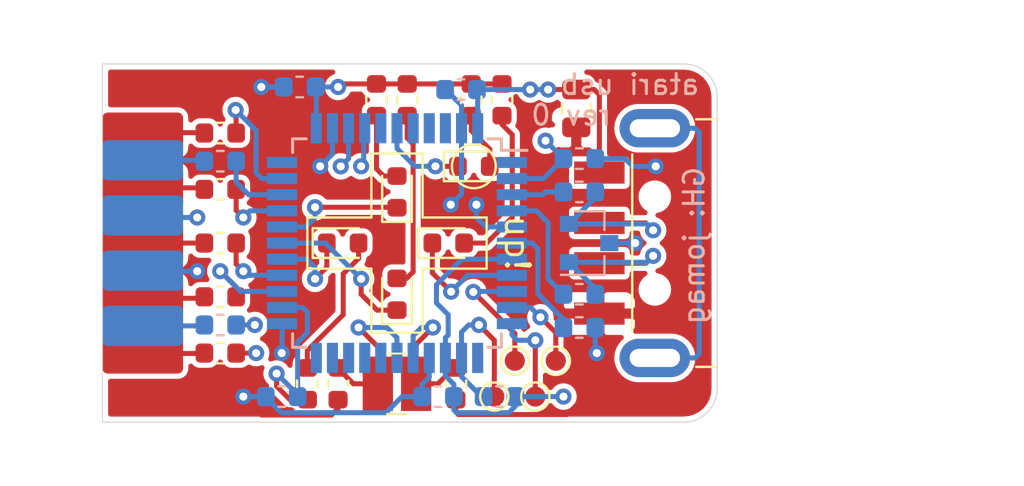
<source format=kicad_pcb>
(kicad_pcb (version 20171130) (host pcbnew 5.1.5+dfsg1-2build2)

  (general
    (thickness 1.6)
    (drawings 23)
    (tracks 295)
    (zones 0)
    (modules 38)
    (nets 39)
  )

  (page A4)
  (layers
    (0 F.Cu signal)
    (1 In1.Cu signal)
    (2 In2.Cu signal)
    (31 B.Cu signal)
    (32 B.Adhes user)
    (33 F.Adhes user)
    (34 B.Paste user)
    (35 F.Paste user)
    (36 B.SilkS user)
    (37 F.SilkS user)
    (38 B.Mask user)
    (39 F.Mask user)
    (40 Dwgs.User user)
    (41 Cmts.User user)
    (42 Eco1.User user)
    (43 Eco2.User user)
    (44 Edge.Cuts user)
    (45 Margin user)
    (46 B.CrtYd user)
    (47 F.CrtYd user)
    (48 B.Fab user)
    (49 F.Fab user)
  )

  (setup
    (last_trace_width 0.25)
    (trace_clearance 0.2)
    (zone_clearance 0.254)
    (zone_45_only no)
    (trace_min 0.2)
    (via_size 0.8)
    (via_drill 0.4)
    (via_min_size 0.4)
    (via_min_drill 0.3)
    (uvia_size 0.3)
    (uvia_drill 0.1)
    (uvias_allowed no)
    (uvia_min_size 0.2)
    (uvia_min_drill 0.1)
    (edge_width 0.05)
    (segment_width 0.2)
    (pcb_text_width 0.3)
    (pcb_text_size 1.5 1.5)
    (mod_edge_width 0.12)
    (mod_text_size 1 1)
    (mod_text_width 0.15)
    (pad_size 1.524 1.524)
    (pad_drill 0.762)
    (pad_to_mask_clearance 0.051)
    (solder_mask_min_width 0.25)
    (aux_axis_origin 0 0)
    (visible_elements FFF9FF7F)
    (pcbplotparams
      (layerselection 0x010fc_ffffffff)
      (usegerberextensions false)
      (usegerberattributes false)
      (usegerberadvancedattributes false)
      (creategerberjobfile false)
      (excludeedgelayer true)
      (linewidth 0.100000)
      (plotframeref false)
      (viasonmask false)
      (mode 1)
      (useauxorigin false)
      (hpglpennumber 1)
      (hpglpenspeed 20)
      (hpglpendiameter 15.000000)
      (psnegative false)
      (psa4output false)
      (plotreference true)
      (plotvalue true)
      (plotinvisibletext false)
      (padsonsilk false)
      (subtractmaskfromsilk false)
      (outputformat 1)
      (mirror false)
      (drillshape 1)
      (scaleselection 1)
      (outputdirectory ""))
  )

  (net 0 "")
  (net 1 "Net-(J1-Pad5)")
  (net 2 "Net-(J1-Pad3)")
  (net 3 "Net-(J1-Pad2)")
  (net 4 GND)
  (net 5 "Net-(C1-Pad1)")
  (net 6 "Net-(C2-Pad1)")
  (net 7 VBUS)
  (net 8 "Net-(R1-Pad1)")
  (net 9 "Net-(R2-Pad1)")
  (net 10 "Net-(R3-Pad2)")
  (net 11 /PotAX)
  (net 12 /ButtonA)
  (net 13 /PotAY)
  (net 14 /JoyA3-Right)
  (net 15 /JoyA0-Up)
  (net 16 /JoyA1-Down)
  (net 17 /JoyA2-Left)
  (net 18 "Net-(R4-Pad2)")
  (net 19 "Net-(R5-Pad2)")
  (net 20 "Net-(R6-Pad2)")
  (net 21 "Net-(R7-Pad2)")
  (net 22 "Net-(R8-Pad2)")
  (net 23 "Net-(R9-Pad2)")
  (net 24 "Net-(R10-Pad2)")
  (net 25 "Net-(D1-Pad2)")
  (net 26 "Net-(D2-Pad2)")
  (net 27 "Net-(D3-Pad2)")
  (net 28 "Net-(D4-Pad2)")
  (net 29 "Net-(D5-Pad2)")
  (net 30 "Net-(D1-Pad1)")
  (net 31 "Net-(D2-Pad1)")
  (net 32 "Net-(D3-Pad1)")
  (net 33 "Net-(D4-Pad1)")
  (net 34 "Net-(TP1-Pad1)")
  (net 35 "Net-(TP3-Pad1)")
  (net 36 "Net-(TP4-Pad1)")
  (net 37 "Net-(C4-Pad2)")
  (net 38 LED-Down)

  (net_class Default "This is the default net class."
    (clearance 0.2)
    (trace_width 0.25)
    (via_dia 0.8)
    (via_drill 0.4)
    (uvia_dia 0.3)
    (uvia_drill 0.1)
    (add_net /ButtonA)
    (add_net /JoyA0-Up)
    (add_net /JoyA1-Down)
    (add_net /JoyA2-Left)
    (add_net /JoyA3-Right)
    (add_net /PotAX)
    (add_net /PotAY)
    (add_net GND)
    (add_net LED-Down)
    (add_net "Net-(C1-Pad1)")
    (add_net "Net-(C2-Pad1)")
    (add_net "Net-(C4-Pad2)")
    (add_net "Net-(D1-Pad1)")
    (add_net "Net-(D1-Pad2)")
    (add_net "Net-(D2-Pad1)")
    (add_net "Net-(D2-Pad2)")
    (add_net "Net-(D3-Pad1)")
    (add_net "Net-(D3-Pad2)")
    (add_net "Net-(D4-Pad1)")
    (add_net "Net-(D4-Pad2)")
    (add_net "Net-(D5-Pad2)")
    (add_net "Net-(J1-Pad2)")
    (add_net "Net-(J1-Pad3)")
    (add_net "Net-(J1-Pad5)")
    (add_net "Net-(R1-Pad1)")
    (add_net "Net-(R10-Pad2)")
    (add_net "Net-(R2-Pad1)")
    (add_net "Net-(R3-Pad2)")
    (add_net "Net-(R4-Pad2)")
    (add_net "Net-(R5-Pad2)")
    (add_net "Net-(R6-Pad2)")
    (add_net "Net-(R7-Pad2)")
    (add_net "Net-(R8-Pad2)")
    (add_net "Net-(R9-Pad2)")
    (add_net "Net-(TP1-Pad1)")
    (add_net "Net-(TP3-Pad1)")
    (add_net "Net-(TP4-Pad1)")
    (add_net VBUS)
  )

  (module Capacitor_SMD:C_0603_1608Metric (layer B.Cu) (tedit 5B301BBE) (tstamp 5EB3AF53)
    (at 145.5675 80.264 180)
    (descr "Capacitor SMD 0603 (1608 Metric), square (rectangular) end terminal, IPC_7351 nominal, (Body size source: http://www.tortai-tech.com/upload/download/2011102023233369053.pdf), generated with kicad-footprint-generator")
    (tags capacitor)
    (path /5EB914AB)
    (attr smd)
    (fp_text reference C9 (at 0 1.43) (layer B.SilkS) hide
      (effects (font (size 1 1) (thickness 0.15)) (justify mirror))
    )
    (fp_text value 0.1u (at 0 -1.43) (layer B.Fab) hide
      (effects (font (size 1 1) (thickness 0.15)) (justify mirror))
    )
    (fp_text user %R (at 0 0) (layer B.Fab) hide
      (effects (font (size 0.4 0.4) (thickness 0.06)) (justify mirror))
    )
    (fp_line (start 1.48 -0.73) (end -1.48 -0.73) (layer B.CrtYd) (width 0.05))
    (fp_line (start 1.48 0.73) (end 1.48 -0.73) (layer B.CrtYd) (width 0.05))
    (fp_line (start -1.48 0.73) (end 1.48 0.73) (layer B.CrtYd) (width 0.05))
    (fp_line (start -1.48 -0.73) (end -1.48 0.73) (layer B.CrtYd) (width 0.05))
    (fp_line (start -0.162779 -0.51) (end 0.162779 -0.51) (layer B.SilkS) (width 0.12))
    (fp_line (start -0.162779 0.51) (end 0.162779 0.51) (layer B.SilkS) (width 0.12))
    (fp_line (start 0.8 -0.4) (end -0.8 -0.4) (layer B.Fab) (width 0.1))
    (fp_line (start 0.8 0.4) (end 0.8 -0.4) (layer B.Fab) (width 0.1))
    (fp_line (start -0.8 0.4) (end 0.8 0.4) (layer B.Fab) (width 0.1))
    (fp_line (start -0.8 -0.4) (end -0.8 0.4) (layer B.Fab) (width 0.1))
    (pad 2 smd roundrect (at 0.7875 0 180) (size 0.875 0.95) (layers B.Cu B.Paste B.Mask) (roundrect_rratio 0.25)
      (net 7 VBUS))
    (pad 1 smd roundrect (at -0.7875 0 180) (size 0.875 0.95) (layers B.Cu B.Paste B.Mask) (roundrect_rratio 0.25)
      (net 4 GND))
    (model ${KISYS3DMOD}/Capacitor_SMD.3dshapes/C_0603_1608Metric.wrl
      (at (xyz 0 0 0))
      (scale (xyz 1 1 1))
      (rotate (xyz 0 0 0))
    )
  )

  (module Capacitor_SMD:C_0603_1608Metric (layer B.Cu) (tedit 5B301BBE) (tstamp 5EAFC4CF)
    (at 139.7 76.835)
    (descr "Capacitor SMD 0603 (1608 Metric), square (rectangular) end terminal, IPC_7351 nominal, (Body size source: http://www.tortai-tech.com/upload/download/2011102023233369053.pdf), generated with kicad-footprint-generator")
    (tags capacitor)
    (path /5EB7C1D0)
    (attr smd)
    (fp_text reference C8 (at 0 1.43 180) (layer B.SilkS) hide
      (effects (font (size 1 1) (thickness 0.15)) (justify mirror))
    )
    (fp_text value 0.1u (at 0 -1.43 180) (layer B.Fab) hide
      (effects (font (size 1 1) (thickness 0.15)) (justify mirror))
    )
    (fp_text user %R (at 0 0 180) (layer B.Fab) hide
      (effects (font (size 0.4 0.4) (thickness 0.06)) (justify mirror))
    )
    (fp_line (start 1.48 -0.73) (end -1.48 -0.73) (layer B.CrtYd) (width 0.05))
    (fp_line (start 1.48 0.73) (end 1.48 -0.73) (layer B.CrtYd) (width 0.05))
    (fp_line (start -1.48 0.73) (end 1.48 0.73) (layer B.CrtYd) (width 0.05))
    (fp_line (start -1.48 -0.73) (end -1.48 0.73) (layer B.CrtYd) (width 0.05))
    (fp_line (start -0.162779 -0.51) (end 0.162779 -0.51) (layer B.SilkS) (width 0.12))
    (fp_line (start -0.162779 0.51) (end 0.162779 0.51) (layer B.SilkS) (width 0.12))
    (fp_line (start 0.8 -0.4) (end -0.8 -0.4) (layer B.Fab) (width 0.1))
    (fp_line (start 0.8 0.4) (end 0.8 -0.4) (layer B.Fab) (width 0.1))
    (fp_line (start -0.8 0.4) (end 0.8 0.4) (layer B.Fab) (width 0.1))
    (fp_line (start -0.8 -0.4) (end -0.8 0.4) (layer B.Fab) (width 0.1))
    (pad 2 smd roundrect (at 0.7875 0) (size 0.875 0.95) (layers B.Cu B.Paste B.Mask) (roundrect_rratio 0.25)
      (net 7 VBUS))
    (pad 1 smd roundrect (at -0.7875 0) (size 0.875 0.95) (layers B.Cu B.Paste B.Mask) (roundrect_rratio 0.25)
      (net 4 GND))
    (model ${KISYS3DMOD}/Capacitor_SMD.3dshapes/C_0603_1608Metric.wrl
      (at (xyz 0 0 0))
      (scale (xyz 1 1 1))
      (rotate (xyz 0 0 0))
    )
  )

  (module Capacitor_SMD:C_0603_1608Metric (layer B.Cu) (tedit 5B301BBE) (tstamp 5EA7325F)
    (at 138.557 92.075)
    (descr "Capacitor SMD 0603 (1608 Metric), square (rectangular) end terminal, IPC_7351 nominal, (Body size source: http://www.tortai-tech.com/upload/download/2011102023233369053.pdf), generated with kicad-footprint-generator")
    (tags capacitor)
    (path /5EB7BE5B)
    (attr smd)
    (fp_text reference C7 (at 0 1.43 180) (layer B.SilkS) hide
      (effects (font (size 1 1) (thickness 0.15)) (justify mirror))
    )
    (fp_text value 0.1u (at 0 -1.43 180) (layer B.Fab) hide
      (effects (font (size 1 1) (thickness 0.15)) (justify mirror))
    )
    (fp_text user %R (at 0 0 180) (layer B.Fab) hide
      (effects (font (size 0.4 0.4) (thickness 0.06)) (justify mirror))
    )
    (fp_line (start 1.48 -0.73) (end -1.48 -0.73) (layer B.CrtYd) (width 0.05))
    (fp_line (start 1.48 0.73) (end 1.48 -0.73) (layer B.CrtYd) (width 0.05))
    (fp_line (start -1.48 0.73) (end 1.48 0.73) (layer B.CrtYd) (width 0.05))
    (fp_line (start -1.48 -0.73) (end -1.48 0.73) (layer B.CrtYd) (width 0.05))
    (fp_line (start -0.162779 -0.51) (end 0.162779 -0.51) (layer B.SilkS) (width 0.12))
    (fp_line (start -0.162779 0.51) (end 0.162779 0.51) (layer B.SilkS) (width 0.12))
    (fp_line (start 0.8 -0.4) (end -0.8 -0.4) (layer B.Fab) (width 0.1))
    (fp_line (start 0.8 0.4) (end 0.8 -0.4) (layer B.Fab) (width 0.1))
    (fp_line (start -0.8 0.4) (end 0.8 0.4) (layer B.Fab) (width 0.1))
    (fp_line (start -0.8 -0.4) (end -0.8 0.4) (layer B.Fab) (width 0.1))
    (pad 2 smd roundrect (at 0.7875 0) (size 0.875 0.95) (layers B.Cu B.Paste B.Mask) (roundrect_rratio 0.25)
      (net 7 VBUS))
    (pad 1 smd roundrect (at -0.7875 0) (size 0.875 0.95) (layers B.Cu B.Paste B.Mask) (roundrect_rratio 0.25)
      (net 4 GND))
    (model ${KISYS3DMOD}/Capacitor_SMD.3dshapes/C_0603_1608Metric.wrl
      (at (xyz 0 0 0))
      (scale (xyz 1 1 1))
      (rotate (xyz 0 0 0))
    )
  )

  (module Capacitor_SMD:C_0603_1608Metric (layer B.Cu) (tedit 5B301BBE) (tstamp 5EA713EF)
    (at 131.699 76.708)
    (descr "Capacitor SMD 0603 (1608 Metric), square (rectangular) end terminal, IPC_7351 nominal, (Body size source: http://www.tortai-tech.com/upload/download/2011102023233369053.pdf), generated with kicad-footprint-generator")
    (tags capacitor)
    (path /5EB7BB3B)
    (attr smd)
    (fp_text reference C6 (at 0 1.43) (layer B.SilkS) hide
      (effects (font (size 1 1) (thickness 0.15)) (justify mirror))
    )
    (fp_text value 0.1u (at 0 -1.43) (layer B.Fab) hide
      (effects (font (size 1 1) (thickness 0.15)) (justify mirror))
    )
    (fp_text user %R (at 0 0) (layer B.Fab) hide
      (effects (font (size 0.4 0.4) (thickness 0.06)) (justify mirror))
    )
    (fp_line (start 1.48 -0.73) (end -1.48 -0.73) (layer B.CrtYd) (width 0.05))
    (fp_line (start 1.48 0.73) (end 1.48 -0.73) (layer B.CrtYd) (width 0.05))
    (fp_line (start -1.48 0.73) (end 1.48 0.73) (layer B.CrtYd) (width 0.05))
    (fp_line (start -1.48 -0.73) (end -1.48 0.73) (layer B.CrtYd) (width 0.05))
    (fp_line (start -0.162779 -0.51) (end 0.162779 -0.51) (layer B.SilkS) (width 0.12))
    (fp_line (start -0.162779 0.51) (end 0.162779 0.51) (layer B.SilkS) (width 0.12))
    (fp_line (start 0.8 -0.4) (end -0.8 -0.4) (layer B.Fab) (width 0.1))
    (fp_line (start 0.8 0.4) (end 0.8 -0.4) (layer B.Fab) (width 0.1))
    (fp_line (start -0.8 0.4) (end 0.8 0.4) (layer B.Fab) (width 0.1))
    (fp_line (start -0.8 -0.4) (end -0.8 0.4) (layer B.Fab) (width 0.1))
    (pad 2 smd roundrect (at 0.7875 0) (size 0.875 0.95) (layers B.Cu B.Paste B.Mask) (roundrect_rratio 0.25)
      (net 7 VBUS))
    (pad 1 smd roundrect (at -0.7875 0) (size 0.875 0.95) (layers B.Cu B.Paste B.Mask) (roundrect_rratio 0.25)
      (net 4 GND))
    (model ${KISYS3DMOD}/Capacitor_SMD.3dshapes/C_0603_1608Metric.wrl
      (at (xyz 0 0 0))
      (scale (xyz 1 1 1))
      (rotate (xyz 0 0 0))
    )
  )

  (module Capacitor_SMD:C_0603_1608Metric (layer B.Cu) (tedit 5B301BBE) (tstamp 5EA7360C)
    (at 130.81 92.075)
    (descr "Capacitor SMD 0603 (1608 Metric), square (rectangular) end terminal, IPC_7351 nominal, (Body size source: http://www.tortai-tech.com/upload/download/2011102023233369053.pdf), generated with kicad-footprint-generator")
    (tags capacitor)
    (path /5EB7A508)
    (attr smd)
    (fp_text reference C5 (at 0 1.43) (layer B.SilkS) hide
      (effects (font (size 1 1) (thickness 0.15)) (justify mirror))
    )
    (fp_text value 0.1u (at 0 -1.43) (layer B.Fab) hide
      (effects (font (size 1 1) (thickness 0.15)) (justify mirror))
    )
    (fp_text user %R (at 0.0255 -0.254) (layer B.Fab) hide
      (effects (font (size 0.4 0.4) (thickness 0.06)) (justify mirror))
    )
    (fp_line (start 1.48 -0.73) (end -1.48 -0.73) (layer B.CrtYd) (width 0.05))
    (fp_line (start 1.48 0.73) (end 1.48 -0.73) (layer B.CrtYd) (width 0.05))
    (fp_line (start -1.48 0.73) (end 1.48 0.73) (layer B.CrtYd) (width 0.05))
    (fp_line (start -1.48 -0.73) (end -1.48 0.73) (layer B.CrtYd) (width 0.05))
    (fp_line (start -0.162779 -0.51) (end 0.162779 -0.51) (layer B.SilkS) (width 0.12))
    (fp_line (start -0.162779 0.51) (end 0.162779 0.51) (layer B.SilkS) (width 0.12))
    (fp_line (start 0.8 -0.4) (end -0.8 -0.4) (layer B.Fab) (width 0.1))
    (fp_line (start 0.8 0.4) (end 0.8 -0.4) (layer B.Fab) (width 0.1))
    (fp_line (start -0.8 0.4) (end 0.8 0.4) (layer B.Fab) (width 0.1))
    (fp_line (start -0.8 -0.4) (end -0.8 0.4) (layer B.Fab) (width 0.1))
    (pad 2 smd roundrect (at 0.7875 0) (size 0.875 0.95) (layers B.Cu B.Paste B.Mask) (roundrect_rratio 0.25)
      (net 7 VBUS))
    (pad 1 smd roundrect (at -0.7875 0) (size 0.875 0.95) (layers B.Cu B.Paste B.Mask) (roundrect_rratio 0.25)
      (net 4 GND))
    (model ${KISYS3DMOD}/Capacitor_SMD.3dshapes/C_0603_1608Metric.wrl
      (at (xyz 0 0 0))
      (scale (xyz 1 1 1))
      (rotate (xyz 0 0 0))
    )
  )

  (module Capacitor_SMD:C_0603_1608Metric (layer B.Cu) (tedit 5B301BBE) (tstamp 5EA73DAE)
    (at 145.5675 88.646 180)
    (descr "Capacitor SMD 0603 (1608 Metric), square (rectangular) end terminal, IPC_7351 nominal, (Body size source: http://www.tortai-tech.com/upload/download/2011102023233369053.pdf), generated with kicad-footprint-generator")
    (tags capacitor)
    (path /5EB538CA)
    (attr smd)
    (fp_text reference C4 (at 0 1.43) (layer B.SilkS) hide
      (effects (font (size 1 1) (thickness 0.15)) (justify mirror))
    )
    (fp_text value 1u (at 0 -1.43) (layer B.Fab) hide
      (effects (font (size 1 1) (thickness 0.15)) (justify mirror))
    )
    (fp_text user %R (at 0 0) (layer B.Fab) hide
      (effects (font (size 0.4 0.4) (thickness 0.06)) (justify mirror))
    )
    (fp_line (start 1.48 -0.73) (end -1.48 -0.73) (layer B.CrtYd) (width 0.05))
    (fp_line (start 1.48 0.73) (end 1.48 -0.73) (layer B.CrtYd) (width 0.05))
    (fp_line (start -1.48 0.73) (end 1.48 0.73) (layer B.CrtYd) (width 0.05))
    (fp_line (start -1.48 -0.73) (end -1.48 0.73) (layer B.CrtYd) (width 0.05))
    (fp_line (start -0.162779 -0.51) (end 0.162779 -0.51) (layer B.SilkS) (width 0.12))
    (fp_line (start -0.162779 0.51) (end 0.162779 0.51) (layer B.SilkS) (width 0.12))
    (fp_line (start 0.8 -0.4) (end -0.8 -0.4) (layer B.Fab) (width 0.1))
    (fp_line (start 0.8 0.4) (end 0.8 -0.4) (layer B.Fab) (width 0.1))
    (fp_line (start -0.8 0.4) (end 0.8 0.4) (layer B.Fab) (width 0.1))
    (fp_line (start -0.8 -0.4) (end -0.8 0.4) (layer B.Fab) (width 0.1))
    (pad 2 smd roundrect (at 0.7875 0 180) (size 0.875 0.95) (layers B.Cu B.Paste B.Mask) (roundrect_rratio 0.25)
      (net 37 "Net-(C4-Pad2)"))
    (pad 1 smd roundrect (at -0.7875 0 180) (size 0.875 0.95) (layers B.Cu B.Paste B.Mask) (roundrect_rratio 0.25)
      (net 4 GND))
    (model ${KISYS3DMOD}/Capacitor_SMD.3dshapes/C_0603_1608Metric.wrl
      (at (xyz 0 0 0))
      (scale (xyz 1 1 1))
      (rotate (xyz 0 0 0))
    )
  )

  (module TestPoint:TestPoint_Pad_D1.0mm (layer F.Cu) (tedit 5A0F774F) (tstamp 5EAFA2A8)
    (at 141.351 92.075 180)
    (descr "SMD pad as test Point, diameter 1.0mm")
    (tags "test point SMD pad")
    (path /5EB31DE3)
    (attr virtual)
    (fp_text reference TP5 (at 0 -1.448 180) (layer F.SilkS) hide
      (effects (font (size 1 1) (thickness 0.15)))
    )
    (fp_text value ~RST (at 0 1.55 180) (layer F.Fab) hide
      (effects (font (size 1 1) (thickness 0.15)))
    )
    (fp_circle (center 0 0) (end 0 0.7) (layer F.SilkS) (width 0.12))
    (fp_circle (center 0 0) (end 1 0) (layer F.CrtYd) (width 0.05))
    (fp_text user %R (at 0 -1.45 180) (layer F.Fab) hide
      (effects (font (size 1 1) (thickness 0.15)))
    )
    (pad 1 smd circle (at 0 0 180) (size 1 1) (layers F.Cu F.Mask)
      (net 10 "Net-(R3-Pad2)"))
  )

  (module TestPoint:TestPoint_Pad_D1.0mm (layer F.Cu) (tedit 5A0F774F) (tstamp 5EAE64E6)
    (at 144.399 90.297 180)
    (descr "SMD pad as test Point, diameter 1.0mm")
    (tags "test point SMD pad")
    (path /5EB31A33)
    (attr virtual)
    (fp_text reference TP4 (at 0 -1.448 180) (layer F.SilkS) hide
      (effects (font (size 1 1) (thickness 0.15)))
    )
    (fp_text value MOSI (at 0 1.55 180) (layer F.Fab) hide
      (effects (font (size 1 1) (thickness 0.15)))
    )
    (fp_circle (center 0 0) (end 0 0.7) (layer F.SilkS) (width 0.12))
    (fp_circle (center 0 0) (end 1 0) (layer F.CrtYd) (width 0.05))
    (fp_text user %R (at 0 -1.45 180) (layer F.Fab) hide
      (effects (font (size 1 1) (thickness 0.15)))
    )
    (pad 1 smd circle (at 0 0 180) (size 1 1) (layers F.Cu F.Mask)
      (net 36 "Net-(TP4-Pad1)"))
  )

  (module TestPoint:TestPoint_Pad_D1.0mm (layer F.Cu) (tedit 5A0F774F) (tstamp 5EAFA404)
    (at 142.367 90.297 180)
    (descr "SMD pad as test Point, diameter 1.0mm")
    (tags "test point SMD pad")
    (path /5EB3172F)
    (attr virtual)
    (fp_text reference TP3 (at 0 -1.448 180) (layer F.SilkS) hide
      (effects (font (size 1 1) (thickness 0.15)))
    )
    (fp_text value SCK (at 0 1.55 180) (layer F.Fab) hide
      (effects (font (size 1 1) (thickness 0.15)))
    )
    (fp_circle (center 0 0) (end 0 0.7) (layer F.SilkS) (width 0.12))
    (fp_circle (center 0 0) (end 1 0) (layer F.CrtYd) (width 0.05))
    (fp_text user %R (at 0 -1.45 180) (layer F.Fab) hide
      (effects (font (size 1 1) (thickness 0.15)))
    )
    (pad 1 smd circle (at 0 0 180) (size 1 1) (layers F.Cu F.Mask)
      (net 35 "Net-(TP3-Pad1)"))
  )

  (module TestPoint:TestPoint_Pad_D1.0mm (layer F.Cu) (tedit 5A0F774F) (tstamp 5EA6C6ED)
    (at 143.383 92.075 180)
    (descr "SMD pad as test Point, diameter 1.0mm")
    (tags "test point SMD pad")
    (path /5EB3054D)
    (attr virtual)
    (fp_text reference TP1 (at 0 -1.448 180) (layer F.SilkS) hide
      (effects (font (size 1 1) (thickness 0.15)))
    )
    (fp_text value MISO (at 0 1.55 180) (layer F.Fab) hide
      (effects (font (size 1 1) (thickness 0.15)))
    )
    (fp_circle (center 0 0) (end 0 0.7) (layer F.SilkS) (width 0.12))
    (fp_circle (center 0 0) (end 1 0) (layer F.CrtYd) (width 0.05))
    (fp_text user %R (at 0 -1.45 180) (layer F.Fab) hide
      (effects (font (size 1 1) (thickness 0.15)))
    )
    (pad 1 smd circle (at 0 0 180) (size 1 1) (layers F.Cu F.Mask)
      (net 34 "Net-(TP1-Pad1)"))
  )

  (module LED_SMD:LED_0603_1608Metric (layer F.Cu) (tedit 5B301BBE) (tstamp 5EA6B4A3)
    (at 140.335 80.645)
    (descr "LED SMD 0603 (1608 Metric), square (rectangular) end terminal, IPC_7351 nominal, (Body size source: http://www.tortai-tech.com/upload/download/2011102023233369053.pdf), generated with kicad-footprint-generator")
    (tags diode)
    (path /5EAF8909)
    (attr smd)
    (fp_text reference D5 (at 0 -1.43) (layer F.SilkS) hide
      (effects (font (size 1 1) (thickness 0.15)))
    )
    (fp_text value Button (at 0 1.43) (layer F.Fab) hide
      (effects (font (size 1 1) (thickness 0.15)))
    )
    (fp_text user %R (at 0 0) (layer F.Fab) hide
      (effects (font (size 0.4 0.4) (thickness 0.06)))
    )
    (fp_line (start 1.48 0.73) (end -1.48 0.73) (layer F.CrtYd) (width 0.05))
    (fp_line (start 1.48 -0.73) (end 1.48 0.73) (layer F.CrtYd) (width 0.05))
    (fp_line (start -1.48 -0.73) (end 1.48 -0.73) (layer F.CrtYd) (width 0.05))
    (fp_line (start -1.48 0.73) (end -1.48 -0.73) (layer F.CrtYd) (width 0.05))
    (fp_line (start -1.485 0.735) (end 0.8 0.735) (layer F.SilkS) (width 0.12))
    (fp_line (start -1.485 -0.735) (end -1.485 0.735) (layer F.SilkS) (width 0.12))
    (fp_line (start 0.8 -0.735) (end -1.485 -0.735) (layer F.SilkS) (width 0.12))
    (fp_line (start 0.8 0.4) (end 0.8 -0.4) (layer F.Fab) (width 0.1))
    (fp_line (start -0.8 0.4) (end 0.8 0.4) (layer F.Fab) (width 0.1))
    (fp_line (start -0.8 -0.1) (end -0.8 0.4) (layer F.Fab) (width 0.1))
    (fp_line (start -0.5 -0.4) (end -0.8 -0.1) (layer F.Fab) (width 0.1))
    (fp_line (start 0.8 -0.4) (end -0.5 -0.4) (layer F.Fab) (width 0.1))
    (pad 2 smd roundrect (at 0.7875 0) (size 0.875 0.95) (layers F.Cu F.Paste F.Mask) (roundrect_rratio 0.25)
      (net 29 "Net-(D5-Pad2)"))
    (pad 1 smd roundrect (at -0.7875 0) (size 0.875 0.95) (layers F.Cu F.Paste F.Mask) (roundrect_rratio 0.25)
      (net 38 LED-Down))
    (model ${KISYS3DMOD}/LED_SMD.3dshapes/LED_0603_1608Metric.wrl
      (at (xyz 0 0 0))
      (scale (xyz 1 1 1))
      (rotate (xyz 0 0 0))
    )
  )

  (module LED_SMD:LED_0603_1608Metric (layer F.Cu) (tedit 5B301BBE) (tstamp 5EA69930)
    (at 133.8325 84.455)
    (descr "LED SMD 0603 (1608 Metric), square (rectangular) end terminal, IPC_7351 nominal, (Body size source: http://www.tortai-tech.com/upload/download/2011102023233369053.pdf), generated with kicad-footprint-generator")
    (tags diode)
    (path /5EAF84DA)
    (attr smd)
    (fp_text reference D4 (at 0 -1.43) (layer F.SilkS) hide
      (effects (font (size 1 1) (thickness 0.15)))
    )
    (fp_text value Down (at 0 1.43) (layer F.Fab) hide
      (effects (font (size 1 1) (thickness 0.15)))
    )
    (fp_text user %R (at 0 0) (layer F.Fab) hide
      (effects (font (size 0.4 0.4) (thickness 0.06)))
    )
    (fp_line (start 1.48 0.73) (end -1.48 0.73) (layer F.CrtYd) (width 0.05))
    (fp_line (start 1.48 -0.73) (end 1.48 0.73) (layer F.CrtYd) (width 0.05))
    (fp_line (start -1.48 -0.73) (end 1.48 -0.73) (layer F.CrtYd) (width 0.05))
    (fp_line (start -1.48 0.73) (end -1.48 -0.73) (layer F.CrtYd) (width 0.05))
    (fp_line (start -1.485 0.735) (end 0.8 0.735) (layer F.SilkS) (width 0.12))
    (fp_line (start -1.485 -0.735) (end -1.485 0.735) (layer F.SilkS) (width 0.12))
    (fp_line (start 0.8 -0.735) (end -1.485 -0.735) (layer F.SilkS) (width 0.12))
    (fp_line (start 0.8 0.4) (end 0.8 -0.4) (layer F.Fab) (width 0.1))
    (fp_line (start -0.8 0.4) (end 0.8 0.4) (layer F.Fab) (width 0.1))
    (fp_line (start -0.8 -0.1) (end -0.8 0.4) (layer F.Fab) (width 0.1))
    (fp_line (start -0.5 -0.4) (end -0.8 -0.1) (layer F.Fab) (width 0.1))
    (fp_line (start 0.8 -0.4) (end -0.5 -0.4) (layer F.Fab) (width 0.1))
    (pad 2 smd roundrect (at 0.7875 0) (size 0.875 0.95) (layers F.Cu F.Paste F.Mask) (roundrect_rratio 0.25)
      (net 28 "Net-(D4-Pad2)"))
    (pad 1 smd roundrect (at -0.7875 0) (size 0.875 0.95) (layers F.Cu F.Paste F.Mask) (roundrect_rratio 0.25)
      (net 33 "Net-(D4-Pad1)"))
    (model ${KISYS3DMOD}/LED_SMD.3dshapes/LED_0603_1608Metric.wrl
      (at (xyz 0 0 0))
      (scale (xyz 1 1 1))
      (rotate (xyz 0 0 0))
    )
  )

  (module LED_SMD:LED_0603_1608Metric (layer F.Cu) (tedit 5B301BBE) (tstamp 5EA6991D)
    (at 139.065 84.455)
    (descr "LED SMD 0603 (1608 Metric), square (rectangular) end terminal, IPC_7351 nominal, (Body size source: http://www.tortai-tech.com/upload/download/2011102023233369053.pdf), generated with kicad-footprint-generator")
    (tags diode)
    (path /5EAF801E)
    (attr smd)
    (fp_text reference D3 (at 0 -1.43) (layer F.SilkS) hide
      (effects (font (size 1 1) (thickness 0.15)))
    )
    (fp_text value Up (at 0 1.43) (layer F.Fab) hide
      (effects (font (size 1 1) (thickness 0.15)))
    )
    (fp_text user %R (at 0 0) (layer F.Fab) hide
      (effects (font (size 0.4 0.4) (thickness 0.06)))
    )
    (fp_line (start 1.48 0.73) (end -1.48 0.73) (layer F.CrtYd) (width 0.05))
    (fp_line (start 1.48 -0.73) (end 1.48 0.73) (layer F.CrtYd) (width 0.05))
    (fp_line (start -1.48 -0.73) (end 1.48 -0.73) (layer F.CrtYd) (width 0.05))
    (fp_line (start -1.48 0.73) (end -1.48 -0.73) (layer F.CrtYd) (width 0.05))
    (fp_line (start -1.485 0.735) (end 0.8 0.735) (layer F.SilkS) (width 0.12))
    (fp_line (start -1.485 -0.735) (end -1.485 0.735) (layer F.SilkS) (width 0.12))
    (fp_line (start 0.8 -0.735) (end -1.485 -0.735) (layer F.SilkS) (width 0.12))
    (fp_line (start 0.8 0.4) (end 0.8 -0.4) (layer F.Fab) (width 0.1))
    (fp_line (start -0.8 0.4) (end 0.8 0.4) (layer F.Fab) (width 0.1))
    (fp_line (start -0.8 -0.1) (end -0.8 0.4) (layer F.Fab) (width 0.1))
    (fp_line (start -0.5 -0.4) (end -0.8 -0.1) (layer F.Fab) (width 0.1))
    (fp_line (start 0.8 -0.4) (end -0.5 -0.4) (layer F.Fab) (width 0.1))
    (pad 2 smd roundrect (at 0.7875 0) (size 0.875 0.95) (layers F.Cu F.Paste F.Mask) (roundrect_rratio 0.25)
      (net 27 "Net-(D3-Pad2)"))
    (pad 1 smd roundrect (at -0.7875 0) (size 0.875 0.95) (layers F.Cu F.Paste F.Mask) (roundrect_rratio 0.25)
      (net 32 "Net-(D3-Pad1)"))
    (model ${KISYS3DMOD}/LED_SMD.3dshapes/LED_0603_1608Metric.wrl
      (at (xyz 0 0 0))
      (scale (xyz 1 1 1))
      (rotate (xyz 0 0 0))
    )
  )

  (module LED_SMD:LED_0603_1608Metric (layer F.Cu) (tedit 5B301BBE) (tstamp 5EA6990A)
    (at 136.525 86.995 90)
    (descr "LED SMD 0603 (1608 Metric), square (rectangular) end terminal, IPC_7351 nominal, (Body size source: http://www.tortai-tech.com/upload/download/2011102023233369053.pdf), generated with kicad-footprint-generator")
    (tags diode)
    (path /5EAF7075)
    (attr smd)
    (fp_text reference D2 (at 0 -1.43 90) (layer F.SilkS) hide
      (effects (font (size 1 1) (thickness 0.15)))
    )
    (fp_text value Right (at 0 1.43 90) (layer F.Fab) hide
      (effects (font (size 1 1) (thickness 0.15)))
    )
    (fp_text user %R (at 0 0 90) (layer F.Fab) hide
      (effects (font (size 0.4 0.4) (thickness 0.06)))
    )
    (fp_line (start 1.48 0.73) (end -1.48 0.73) (layer F.CrtYd) (width 0.05))
    (fp_line (start 1.48 -0.73) (end 1.48 0.73) (layer F.CrtYd) (width 0.05))
    (fp_line (start -1.48 -0.73) (end 1.48 -0.73) (layer F.CrtYd) (width 0.05))
    (fp_line (start -1.48 0.73) (end -1.48 -0.73) (layer F.CrtYd) (width 0.05))
    (fp_line (start -1.485 0.735) (end 0.8 0.735) (layer F.SilkS) (width 0.12))
    (fp_line (start -1.485 -0.735) (end -1.485 0.735) (layer F.SilkS) (width 0.12))
    (fp_line (start 0.8 -0.735) (end -1.485 -0.735) (layer F.SilkS) (width 0.12))
    (fp_line (start 0.8 0.4) (end 0.8 -0.4) (layer F.Fab) (width 0.1))
    (fp_line (start -0.8 0.4) (end 0.8 0.4) (layer F.Fab) (width 0.1))
    (fp_line (start -0.8 -0.1) (end -0.8 0.4) (layer F.Fab) (width 0.1))
    (fp_line (start -0.5 -0.4) (end -0.8 -0.1) (layer F.Fab) (width 0.1))
    (fp_line (start 0.8 -0.4) (end -0.5 -0.4) (layer F.Fab) (width 0.1))
    (pad 2 smd roundrect (at 0.7875 0 90) (size 0.875 0.95) (layers F.Cu F.Paste F.Mask) (roundrect_rratio 0.25)
      (net 26 "Net-(D2-Pad2)"))
    (pad 1 smd roundrect (at -0.7875 0 90) (size 0.875 0.95) (layers F.Cu F.Paste F.Mask) (roundrect_rratio 0.25)
      (net 31 "Net-(D2-Pad1)"))
    (model ${KISYS3DMOD}/LED_SMD.3dshapes/LED_0603_1608Metric.wrl
      (at (xyz 0 0 0))
      (scale (xyz 1 1 1))
      (rotate (xyz 0 0 0))
    )
  )

  (module LED_SMD:LED_0603_1608Metric (layer F.Cu) (tedit 5B301BBE) (tstamp 5EA698F7)
    (at 136.525 81.915 90)
    (descr "LED SMD 0603 (1608 Metric), square (rectangular) end terminal, IPC_7351 nominal, (Body size source: http://www.tortai-tech.com/upload/download/2011102023233369053.pdf), generated with kicad-footprint-generator")
    (tags diode)
    (path /5EAF3B31)
    (attr smd)
    (fp_text reference D1 (at 0 -1.43 90) (layer F.SilkS) hide
      (effects (font (size 1 1) (thickness 0.15)))
    )
    (fp_text value Left (at 0 1.43 90) (layer F.Fab) hide
      (effects (font (size 1 1) (thickness 0.15)))
    )
    (fp_text user %R (at 0 0 90) (layer F.Fab) hide
      (effects (font (size 0.4 0.4) (thickness 0.06)))
    )
    (fp_line (start 1.48 0.73) (end -1.48 0.73) (layer F.CrtYd) (width 0.05))
    (fp_line (start 1.48 -0.73) (end 1.48 0.73) (layer F.CrtYd) (width 0.05))
    (fp_line (start -1.48 -0.73) (end 1.48 -0.73) (layer F.CrtYd) (width 0.05))
    (fp_line (start -1.48 0.73) (end -1.48 -0.73) (layer F.CrtYd) (width 0.05))
    (fp_line (start -1.485 0.735) (end 0.8 0.735) (layer F.SilkS) (width 0.12))
    (fp_line (start -1.485 -0.735) (end -1.485 0.735) (layer F.SilkS) (width 0.12))
    (fp_line (start 0.8 -0.735) (end -1.485 -0.735) (layer F.SilkS) (width 0.12))
    (fp_line (start 0.8 0.4) (end 0.8 -0.4) (layer F.Fab) (width 0.1))
    (fp_line (start -0.8 0.4) (end 0.8 0.4) (layer F.Fab) (width 0.1))
    (fp_line (start -0.8 -0.1) (end -0.8 0.4) (layer F.Fab) (width 0.1))
    (fp_line (start -0.5 -0.4) (end -0.8 -0.1) (layer F.Fab) (width 0.1))
    (fp_line (start 0.8 -0.4) (end -0.5 -0.4) (layer F.Fab) (width 0.1))
    (pad 2 smd roundrect (at 0.7875 0 90) (size 0.875 0.95) (layers F.Cu F.Paste F.Mask) (roundrect_rratio 0.25)
      (net 25 "Net-(D1-Pad2)"))
    (pad 1 smd roundrect (at -0.7875 0 90) (size 0.875 0.95) (layers F.Cu F.Paste F.Mask) (roundrect_rratio 0.25)
      (net 30 "Net-(D1-Pad1)"))
    (model ${KISYS3DMOD}/LED_SMD.3dshapes/LED_0603_1608Metric.wrl
      (at (xyz 0 0 0))
      (scale (xyz 1 1 1))
      (rotate (xyz 0 0 0))
    )
  )

  (module Resistor_SMD:R_0603_1608Metric (layer F.Cu) (tedit 5B301BBD) (tstamp 5EA685AA)
    (at 140.208 77.343 270)
    (descr "Resistor SMD 0603 (1608 Metric), square (rectangular) end terminal, IPC_7351 nominal, (Body size source: http://www.tortai-tech.com/upload/download/2011102023233369053.pdf), generated with kicad-footprint-generator")
    (tags resistor)
    (path /5EB00849)
    (attr smd)
    (fp_text reference R15 (at 0 -1.43 90) (layer F.SilkS) hide
      (effects (font (size 1 1) (thickness 0.15)))
    )
    (fp_text value 200? (at 0 1.43 90) (layer F.Fab) hide
      (effects (font (size 1 1) (thickness 0.15)))
    )
    (fp_text user %R (at 0 0 90) (layer F.Fab) hide
      (effects (font (size 0.4 0.4) (thickness 0.06)))
    )
    (fp_line (start 1.48 0.73) (end -1.48 0.73) (layer F.CrtYd) (width 0.05))
    (fp_line (start 1.48 -0.73) (end 1.48 0.73) (layer F.CrtYd) (width 0.05))
    (fp_line (start -1.48 -0.73) (end 1.48 -0.73) (layer F.CrtYd) (width 0.05))
    (fp_line (start -1.48 0.73) (end -1.48 -0.73) (layer F.CrtYd) (width 0.05))
    (fp_line (start -0.162779 0.51) (end 0.162779 0.51) (layer F.SilkS) (width 0.12))
    (fp_line (start -0.162779 -0.51) (end 0.162779 -0.51) (layer F.SilkS) (width 0.12))
    (fp_line (start 0.8 0.4) (end -0.8 0.4) (layer F.Fab) (width 0.1))
    (fp_line (start 0.8 -0.4) (end 0.8 0.4) (layer F.Fab) (width 0.1))
    (fp_line (start -0.8 -0.4) (end 0.8 -0.4) (layer F.Fab) (width 0.1))
    (fp_line (start -0.8 0.4) (end -0.8 -0.4) (layer F.Fab) (width 0.1))
    (pad 2 smd roundrect (at 0.7875 0 270) (size 0.875 0.95) (layers F.Cu F.Paste F.Mask) (roundrect_rratio 0.25)
      (net 29 "Net-(D5-Pad2)"))
    (pad 1 smd roundrect (at -0.7875 0 270) (size 0.875 0.95) (layers F.Cu F.Paste F.Mask) (roundrect_rratio 0.25)
      (net 7 VBUS))
    (model ${KISYS3DMOD}/Resistor_SMD.3dshapes/R_0603_1608Metric.wrl
      (at (xyz 0 0 0))
      (scale (xyz 1 1 1))
      (rotate (xyz 0 0 0))
    )
  )

  (module Resistor_SMD:R_0603_1608Metric (layer F.Cu) (tedit 5B301BBD) (tstamp 5EB35529)
    (at 132.08 91.44 90)
    (descr "Resistor SMD 0603 (1608 Metric), square (rectangular) end terminal, IPC_7351 nominal, (Body size source: http://www.tortai-tech.com/upload/download/2011102023233369053.pdf), generated with kicad-footprint-generator")
    (tags resistor)
    (path /5EAFFC26)
    (attr smd)
    (fp_text reference R14 (at 0 -1.43 90) (layer F.SilkS) hide
      (effects (font (size 1 1) (thickness 0.15)))
    )
    (fp_text value 200? (at 0 1.43 90) (layer F.Fab) hide
      (effects (font (size 1 1) (thickness 0.15)))
    )
    (fp_text user %R (at 0 0 90) (layer F.Fab) hide
      (effects (font (size 0.4 0.4) (thickness 0.06)))
    )
    (fp_line (start 1.48 0.73) (end -1.48 0.73) (layer F.CrtYd) (width 0.05))
    (fp_line (start 1.48 -0.73) (end 1.48 0.73) (layer F.CrtYd) (width 0.05))
    (fp_line (start -1.48 -0.73) (end 1.48 -0.73) (layer F.CrtYd) (width 0.05))
    (fp_line (start -1.48 0.73) (end -1.48 -0.73) (layer F.CrtYd) (width 0.05))
    (fp_line (start -0.162779 0.51) (end 0.162779 0.51) (layer F.SilkS) (width 0.12))
    (fp_line (start -0.162779 -0.51) (end 0.162779 -0.51) (layer F.SilkS) (width 0.12))
    (fp_line (start 0.8 0.4) (end -0.8 0.4) (layer F.Fab) (width 0.1))
    (fp_line (start 0.8 -0.4) (end 0.8 0.4) (layer F.Fab) (width 0.1))
    (fp_line (start -0.8 -0.4) (end 0.8 -0.4) (layer F.Fab) (width 0.1))
    (fp_line (start -0.8 0.4) (end -0.8 -0.4) (layer F.Fab) (width 0.1))
    (pad 2 smd roundrect (at 0.7875 0 90) (size 0.875 0.95) (layers F.Cu F.Paste F.Mask) (roundrect_rratio 0.25)
      (net 28 "Net-(D4-Pad2)"))
    (pad 1 smd roundrect (at -0.7875 0 90) (size 0.875 0.95) (layers F.Cu F.Paste F.Mask) (roundrect_rratio 0.25)
      (net 7 VBUS))
    (model ${KISYS3DMOD}/Resistor_SMD.3dshapes/R_0603_1608Metric.wrl
      (at (xyz 0 0 0))
      (scale (xyz 1 1 1))
      (rotate (xyz 0 0 0))
    )
  )

  (module Resistor_SMD:R_0603_1608Metric (layer F.Cu) (tedit 5B301BBD) (tstamp 5EAFC572)
    (at 141.732 77.343 270)
    (descr "Resistor SMD 0603 (1608 Metric), square (rectangular) end terminal, IPC_7351 nominal, (Body size source: http://www.tortai-tech.com/upload/download/2011102023233369053.pdf), generated with kicad-footprint-generator")
    (tags resistor)
    (path /5EAFF80F)
    (attr smd)
    (fp_text reference R13 (at 0 -1.43 90) (layer F.SilkS) hide
      (effects (font (size 1 1) (thickness 0.15)))
    )
    (fp_text value 200? (at 0 1.43 90) (layer F.Fab) hide
      (effects (font (size 1 1) (thickness 0.15)))
    )
    (fp_text user %R (at 0 0 90) (layer F.Fab) hide
      (effects (font (size 0.4 0.4) (thickness 0.06)))
    )
    (fp_line (start 1.48 0.73) (end -1.48 0.73) (layer F.CrtYd) (width 0.05))
    (fp_line (start 1.48 -0.73) (end 1.48 0.73) (layer F.CrtYd) (width 0.05))
    (fp_line (start -1.48 -0.73) (end 1.48 -0.73) (layer F.CrtYd) (width 0.05))
    (fp_line (start -1.48 0.73) (end -1.48 -0.73) (layer F.CrtYd) (width 0.05))
    (fp_line (start -0.162779 0.51) (end 0.162779 0.51) (layer F.SilkS) (width 0.12))
    (fp_line (start -0.162779 -0.51) (end 0.162779 -0.51) (layer F.SilkS) (width 0.12))
    (fp_line (start 0.8 0.4) (end -0.8 0.4) (layer F.Fab) (width 0.1))
    (fp_line (start 0.8 -0.4) (end 0.8 0.4) (layer F.Fab) (width 0.1))
    (fp_line (start -0.8 -0.4) (end 0.8 -0.4) (layer F.Fab) (width 0.1))
    (fp_line (start -0.8 0.4) (end -0.8 -0.4) (layer F.Fab) (width 0.1))
    (pad 2 smd roundrect (at 0.7875 0 270) (size 0.875 0.95) (layers F.Cu F.Paste F.Mask) (roundrect_rratio 0.25)
      (net 27 "Net-(D3-Pad2)"))
    (pad 1 smd roundrect (at -0.7875 0 270) (size 0.875 0.95) (layers F.Cu F.Paste F.Mask) (roundrect_rratio 0.25)
      (net 7 VBUS))
    (model ${KISYS3DMOD}/Resistor_SMD.3dshapes/R_0603_1608Metric.wrl
      (at (xyz 0 0 0))
      (scale (xyz 1 1 1))
      (rotate (xyz 0 0 0))
    )
  )

  (module Resistor_SMD:R_0603_1608Metric (layer F.Cu) (tedit 5B301BBD) (tstamp 5EA691FD)
    (at 137.033 77.343 270)
    (descr "Resistor SMD 0603 (1608 Metric), square (rectangular) end terminal, IPC_7351 nominal, (Body size source: http://www.tortai-tech.com/upload/download/2011102023233369053.pdf), generated with kicad-footprint-generator")
    (tags resistor)
    (path /5EAFF4A1)
    (attr smd)
    (fp_text reference R12 (at 0 -1.43 90) (layer F.SilkS) hide
      (effects (font (size 1 1) (thickness 0.15)))
    )
    (fp_text value 200? (at 0 1.43 90) (layer F.Fab) hide
      (effects (font (size 1 1) (thickness 0.15)))
    )
    (fp_text user %R (at 0 0 90) (layer F.Fab) hide
      (effects (font (size 0.4 0.4) (thickness 0.06)))
    )
    (fp_line (start 1.48 0.73) (end -1.48 0.73) (layer F.CrtYd) (width 0.05))
    (fp_line (start 1.48 -0.73) (end 1.48 0.73) (layer F.CrtYd) (width 0.05))
    (fp_line (start -1.48 -0.73) (end 1.48 -0.73) (layer F.CrtYd) (width 0.05))
    (fp_line (start -1.48 0.73) (end -1.48 -0.73) (layer F.CrtYd) (width 0.05))
    (fp_line (start -0.162779 0.51) (end 0.162779 0.51) (layer F.SilkS) (width 0.12))
    (fp_line (start -0.162779 -0.51) (end 0.162779 -0.51) (layer F.SilkS) (width 0.12))
    (fp_line (start 0.8 0.4) (end -0.8 0.4) (layer F.Fab) (width 0.1))
    (fp_line (start 0.8 -0.4) (end 0.8 0.4) (layer F.Fab) (width 0.1))
    (fp_line (start -0.8 -0.4) (end 0.8 -0.4) (layer F.Fab) (width 0.1))
    (fp_line (start -0.8 0.4) (end -0.8 -0.4) (layer F.Fab) (width 0.1))
    (pad 2 smd roundrect (at 0.7875 0 270) (size 0.875 0.95) (layers F.Cu F.Paste F.Mask) (roundrect_rratio 0.25)
      (net 26 "Net-(D2-Pad2)"))
    (pad 1 smd roundrect (at -0.7875 0 270) (size 0.875 0.95) (layers F.Cu F.Paste F.Mask) (roundrect_rratio 0.25)
      (net 7 VBUS))
    (model ${KISYS3DMOD}/Resistor_SMD.3dshapes/R_0603_1608Metric.wrl
      (at (xyz 0 0 0))
      (scale (xyz 1 1 1))
      (rotate (xyz 0 0 0))
    )
  )

  (module Resistor_SMD:R_0603_1608Metric (layer F.Cu) (tedit 5B301BBD) (tstamp 5EAFD290)
    (at 135.509 77.343 270)
    (descr "Resistor SMD 0603 (1608 Metric), square (rectangular) end terminal, IPC_7351 nominal, (Body size source: http://www.tortai-tech.com/upload/download/2011102023233369053.pdf), generated with kicad-footprint-generator")
    (tags resistor)
    (path /5EAFE065)
    (attr smd)
    (fp_text reference R11 (at 0 -1.43 90) (layer F.SilkS) hide
      (effects (font (size 1 1) (thickness 0.15)))
    )
    (fp_text value 200? (at 0 1.43 90) (layer F.Fab) hide
      (effects (font (size 1 1) (thickness 0.15)))
    )
    (fp_text user %R (at 0 0 90) (layer F.Fab) hide
      (effects (font (size 0.4 0.4) (thickness 0.06)))
    )
    (fp_line (start 1.48 0.73) (end -1.48 0.73) (layer F.CrtYd) (width 0.05))
    (fp_line (start 1.48 -0.73) (end 1.48 0.73) (layer F.CrtYd) (width 0.05))
    (fp_line (start -1.48 -0.73) (end 1.48 -0.73) (layer F.CrtYd) (width 0.05))
    (fp_line (start -1.48 0.73) (end -1.48 -0.73) (layer F.CrtYd) (width 0.05))
    (fp_line (start -0.162779 0.51) (end 0.162779 0.51) (layer F.SilkS) (width 0.12))
    (fp_line (start -0.162779 -0.51) (end 0.162779 -0.51) (layer F.SilkS) (width 0.12))
    (fp_line (start 0.8 0.4) (end -0.8 0.4) (layer F.Fab) (width 0.1))
    (fp_line (start 0.8 -0.4) (end 0.8 0.4) (layer F.Fab) (width 0.1))
    (fp_line (start -0.8 -0.4) (end 0.8 -0.4) (layer F.Fab) (width 0.1))
    (fp_line (start -0.8 0.4) (end -0.8 -0.4) (layer F.Fab) (width 0.1))
    (pad 2 smd roundrect (at 0.7875 0 270) (size 0.875 0.95) (layers F.Cu F.Paste F.Mask) (roundrect_rratio 0.25)
      (net 25 "Net-(D1-Pad2)"))
    (pad 1 smd roundrect (at -0.7875 0 270) (size 0.875 0.95) (layers F.Cu F.Paste F.Mask) (roundrect_rratio 0.25)
      (net 7 VBUS))
    (model ${KISYS3DMOD}/Resistor_SMD.3dshapes/R_0603_1608Metric.wrl
      (at (xyz 0 0 0))
      (scale (xyz 1 1 1))
      (rotate (xyz 0 0 0))
    )
  )

  (module Resistor_SMD:R_0603_1608Metric (layer F.Cu) (tedit 5B301BBD) (tstamp 5EAE7E6C)
    (at 127.762 78.994)
    (descr "Resistor SMD 0603 (1608 Metric), square (rectangular) end terminal, IPC_7351 nominal, (Body size source: http://www.tortai-tech.com/upload/download/2011102023233369053.pdf), generated with kicad-footprint-generator")
    (tags resistor)
    (path /5EACA649)
    (attr smd)
    (fp_text reference R10 (at 0 -1.43) (layer F.SilkS) hide
      (effects (font (size 1 1) (thickness 0.15)))
    )
    (fp_text value 1k (at 0 1.43) (layer F.Fab) hide
      (effects (font (size 1 1) (thickness 0.15)))
    )
    (fp_text user %R (at 0 0) (layer F.Fab) hide
      (effects (font (size 0.4 0.4) (thickness 0.06)))
    )
    (fp_line (start 1.48 0.73) (end -1.48 0.73) (layer F.CrtYd) (width 0.05))
    (fp_line (start 1.48 -0.73) (end 1.48 0.73) (layer F.CrtYd) (width 0.05))
    (fp_line (start -1.48 -0.73) (end 1.48 -0.73) (layer F.CrtYd) (width 0.05))
    (fp_line (start -1.48 0.73) (end -1.48 -0.73) (layer F.CrtYd) (width 0.05))
    (fp_line (start -0.162779 0.51) (end 0.162779 0.51) (layer F.SilkS) (width 0.12))
    (fp_line (start -0.162779 -0.51) (end 0.162779 -0.51) (layer F.SilkS) (width 0.12))
    (fp_line (start 0.8 0.4) (end -0.8 0.4) (layer F.Fab) (width 0.1))
    (fp_line (start 0.8 -0.4) (end 0.8 0.4) (layer F.Fab) (width 0.1))
    (fp_line (start -0.8 -0.4) (end 0.8 -0.4) (layer F.Fab) (width 0.1))
    (fp_line (start -0.8 0.4) (end -0.8 -0.4) (layer F.Fab) (width 0.1))
    (pad 2 smd roundrect (at 0.7875 0) (size 0.875 0.95) (layers F.Cu F.Paste F.Mask) (roundrect_rratio 0.25)
      (net 24 "Net-(R10-Pad2)"))
    (pad 1 smd roundrect (at -0.7875 0) (size 0.875 0.95) (layers F.Cu F.Paste F.Mask) (roundrect_rratio 0.25)
      (net 15 /JoyA0-Up))
    (model ${KISYS3DMOD}/Resistor_SMD.3dshapes/R_0603_1608Metric.wrl
      (at (xyz 0 0 0))
      (scale (xyz 1 1 1))
      (rotate (xyz 0 0 0))
    )
  )

  (module Resistor_SMD:R_0603_1608Metric (layer B.Cu) (tedit 5B301BBD) (tstamp 5EAE80BE)
    (at 127.762 80.391)
    (descr "Resistor SMD 0603 (1608 Metric), square (rectangular) end terminal, IPC_7351 nominal, (Body size source: http://www.tortai-tech.com/upload/download/2011102023233369053.pdf), generated with kicad-footprint-generator")
    (tags resistor)
    (path /5EADD135)
    (attr smd)
    (fp_text reference R9 (at 0 1.43) (layer B.SilkS) hide
      (effects (font (size 1 1) (thickness 0.15)) (justify mirror))
    )
    (fp_text value 1k (at 0 -1.43) (layer B.Fab) hide
      (effects (font (size 1 1) (thickness 0.15)) (justify mirror))
    )
    (fp_text user %R (at 0 0) (layer B.Fab) hide
      (effects (font (size 0.4 0.4) (thickness 0.06)) (justify mirror))
    )
    (fp_line (start 1.48 -0.73) (end -1.48 -0.73) (layer B.CrtYd) (width 0.05))
    (fp_line (start 1.48 0.73) (end 1.48 -0.73) (layer B.CrtYd) (width 0.05))
    (fp_line (start -1.48 0.73) (end 1.48 0.73) (layer B.CrtYd) (width 0.05))
    (fp_line (start -1.48 -0.73) (end -1.48 0.73) (layer B.CrtYd) (width 0.05))
    (fp_line (start -0.162779 -0.51) (end 0.162779 -0.51) (layer B.SilkS) (width 0.12))
    (fp_line (start -0.162779 0.51) (end 0.162779 0.51) (layer B.SilkS) (width 0.12))
    (fp_line (start 0.8 -0.4) (end -0.8 -0.4) (layer B.Fab) (width 0.1))
    (fp_line (start 0.8 0.4) (end 0.8 -0.4) (layer B.Fab) (width 0.1))
    (fp_line (start -0.8 0.4) (end 0.8 0.4) (layer B.Fab) (width 0.1))
    (fp_line (start -0.8 -0.4) (end -0.8 0.4) (layer B.Fab) (width 0.1))
    (pad 2 smd roundrect (at 0.7875 0) (size 0.875 0.95) (layers B.Cu B.Paste B.Mask) (roundrect_rratio 0.25)
      (net 23 "Net-(R9-Pad2)"))
    (pad 1 smd roundrect (at -0.7875 0) (size 0.875 0.95) (layers B.Cu B.Paste B.Mask) (roundrect_rratio 0.25)
      (net 12 /ButtonA))
    (model ${KISYS3DMOD}/Resistor_SMD.3dshapes/R_0603_1608Metric.wrl
      (at (xyz 0 0 0))
      (scale (xyz 1 1 1))
      (rotate (xyz 0 0 0))
    )
  )

  (module Resistor_SMD:R_0603_1608Metric (layer F.Cu) (tedit 5B301BBD) (tstamp 5EAE80F7)
    (at 127.762 81.788)
    (descr "Resistor SMD 0603 (1608 Metric), square (rectangular) end terminal, IPC_7351 nominal, (Body size source: http://www.tortai-tech.com/upload/download/2011102023233369053.pdf), generated with kicad-footprint-generator")
    (tags resistor)
    (path /5EACAFD8)
    (attr smd)
    (fp_text reference R8 (at 0 -1.43) (layer F.SilkS) hide
      (effects (font (size 1 1) (thickness 0.15)))
    )
    (fp_text value 1k (at 0 1.43) (layer F.Fab) hide
      (effects (font (size 1 1) (thickness 0.15)))
    )
    (fp_text user %R (at 0 0) (layer F.Fab) hide
      (effects (font (size 0.4 0.4) (thickness 0.06)))
    )
    (fp_line (start 1.48 0.73) (end -1.48 0.73) (layer F.CrtYd) (width 0.05))
    (fp_line (start 1.48 -0.73) (end 1.48 0.73) (layer F.CrtYd) (width 0.05))
    (fp_line (start -1.48 -0.73) (end 1.48 -0.73) (layer F.CrtYd) (width 0.05))
    (fp_line (start -1.48 0.73) (end -1.48 -0.73) (layer F.CrtYd) (width 0.05))
    (fp_line (start -0.162779 0.51) (end 0.162779 0.51) (layer F.SilkS) (width 0.12))
    (fp_line (start -0.162779 -0.51) (end 0.162779 -0.51) (layer F.SilkS) (width 0.12))
    (fp_line (start 0.8 0.4) (end -0.8 0.4) (layer F.Fab) (width 0.1))
    (fp_line (start 0.8 -0.4) (end 0.8 0.4) (layer F.Fab) (width 0.1))
    (fp_line (start -0.8 -0.4) (end 0.8 -0.4) (layer F.Fab) (width 0.1))
    (fp_line (start -0.8 0.4) (end -0.8 -0.4) (layer F.Fab) (width 0.1))
    (pad 2 smd roundrect (at 0.7875 0) (size 0.875 0.95) (layers F.Cu F.Paste F.Mask) (roundrect_rratio 0.25)
      (net 22 "Net-(R8-Pad2)"))
    (pad 1 smd roundrect (at -0.7875 0) (size 0.875 0.95) (layers F.Cu F.Paste F.Mask) (roundrect_rratio 0.25)
      (net 16 /JoyA1-Down))
    (model ${KISYS3DMOD}/Resistor_SMD.3dshapes/R_0603_1608Metric.wrl
      (at (xyz 0 0 0))
      (scale (xyz 1 1 1))
      (rotate (xyz 0 0 0))
    )
  )

  (module Resistor_SMD:R_0603_1608Metric (layer F.Cu) (tedit 5B301BBD) (tstamp 5EAE808B)
    (at 127.762 84.455)
    (descr "Resistor SMD 0603 (1608 Metric), square (rectangular) end terminal, IPC_7351 nominal, (Body size source: http://www.tortai-tech.com/upload/download/2011102023233369053.pdf), generated with kicad-footprint-generator")
    (tags resistor)
    (path /5EACD3AC)
    (attr smd)
    (fp_text reference R7 (at 0 -1.43) (layer F.SilkS) hide
      (effects (font (size 1 1) (thickness 0.15)))
    )
    (fp_text value 1k (at 0 1.43) (layer F.Fab) hide
      (effects (font (size 1 1) (thickness 0.15)))
    )
    (fp_text user %R (at 0 0) (layer F.Fab) hide
      (effects (font (size 0.4 0.4) (thickness 0.06)))
    )
    (fp_line (start 1.48 0.73) (end -1.48 0.73) (layer F.CrtYd) (width 0.05))
    (fp_line (start 1.48 -0.73) (end 1.48 0.73) (layer F.CrtYd) (width 0.05))
    (fp_line (start -1.48 -0.73) (end 1.48 -0.73) (layer F.CrtYd) (width 0.05))
    (fp_line (start -1.48 0.73) (end -1.48 -0.73) (layer F.CrtYd) (width 0.05))
    (fp_line (start -0.162779 0.51) (end 0.162779 0.51) (layer F.SilkS) (width 0.12))
    (fp_line (start -0.162779 -0.51) (end 0.162779 -0.51) (layer F.SilkS) (width 0.12))
    (fp_line (start 0.8 0.4) (end -0.8 0.4) (layer F.Fab) (width 0.1))
    (fp_line (start 0.8 -0.4) (end 0.8 0.4) (layer F.Fab) (width 0.1))
    (fp_line (start -0.8 -0.4) (end 0.8 -0.4) (layer F.Fab) (width 0.1))
    (fp_line (start -0.8 0.4) (end -0.8 -0.4) (layer F.Fab) (width 0.1))
    (pad 2 smd roundrect (at 0.7875 0) (size 0.875 0.95) (layers F.Cu F.Paste F.Mask) (roundrect_rratio 0.25)
      (net 21 "Net-(R7-Pad2)"))
    (pad 1 smd roundrect (at -0.7875 0) (size 0.875 0.95) (layers F.Cu F.Paste F.Mask) (roundrect_rratio 0.25)
      (net 17 /JoyA2-Left))
    (model ${KISYS3DMOD}/Resistor_SMD.3dshapes/R_0603_1608Metric.wrl
      (at (xyz 0 0 0))
      (scale (xyz 1 1 1))
      (rotate (xyz 0 0 0))
    )
  )

  (module Resistor_SMD:R_0603_1608Metric (layer F.Cu) (tedit 5B301BBD) (tstamp 5EAE8127)
    (at 127.762 87.122)
    (descr "Resistor SMD 0603 (1608 Metric), square (rectangular) end terminal, IPC_7351 nominal, (Body size source: http://www.tortai-tech.com/upload/download/2011102023233369053.pdf), generated with kicad-footprint-generator")
    (tags resistor)
    (path /5EACD950)
    (attr smd)
    (fp_text reference R6 (at 0 -1.43) (layer F.SilkS) hide
      (effects (font (size 1 1) (thickness 0.15)))
    )
    (fp_text value 1k (at 0 1.43) (layer F.Fab) hide
      (effects (font (size 1 1) (thickness 0.15)))
    )
    (fp_text user %R (at 0 0) (layer F.Fab) hide
      (effects (font (size 0.4 0.4) (thickness 0.06)))
    )
    (fp_line (start 1.48 0.73) (end -1.48 0.73) (layer F.CrtYd) (width 0.05))
    (fp_line (start 1.48 -0.73) (end 1.48 0.73) (layer F.CrtYd) (width 0.05))
    (fp_line (start -1.48 -0.73) (end 1.48 -0.73) (layer F.CrtYd) (width 0.05))
    (fp_line (start -1.48 0.73) (end -1.48 -0.73) (layer F.CrtYd) (width 0.05))
    (fp_line (start -0.162779 0.51) (end 0.162779 0.51) (layer F.SilkS) (width 0.12))
    (fp_line (start -0.162779 -0.51) (end 0.162779 -0.51) (layer F.SilkS) (width 0.12))
    (fp_line (start 0.8 0.4) (end -0.8 0.4) (layer F.Fab) (width 0.1))
    (fp_line (start 0.8 -0.4) (end 0.8 0.4) (layer F.Fab) (width 0.1))
    (fp_line (start -0.8 -0.4) (end 0.8 -0.4) (layer F.Fab) (width 0.1))
    (fp_line (start -0.8 0.4) (end -0.8 -0.4) (layer F.Fab) (width 0.1))
    (pad 2 smd roundrect (at 0.7875 0) (size 0.875 0.95) (layers F.Cu F.Paste F.Mask) (roundrect_rratio 0.25)
      (net 20 "Net-(R6-Pad2)"))
    (pad 1 smd roundrect (at -0.7875 0) (size 0.875 0.95) (layers F.Cu F.Paste F.Mask) (roundrect_rratio 0.25)
      (net 14 /JoyA3-Right))
    (model ${KISYS3DMOD}/Resistor_SMD.3dshapes/R_0603_1608Metric.wrl
      (at (xyz 0 0 0))
      (scale (xyz 1 1 1))
      (rotate (xyz 0 0 0))
    )
  )

  (module Resistor_SMD:R_0603_1608Metric (layer B.Cu) (tedit 5B301BBD) (tstamp 5EAE805B)
    (at 127.762 88.519)
    (descr "Resistor SMD 0603 (1608 Metric), square (rectangular) end terminal, IPC_7351 nominal, (Body size source: http://www.tortai-tech.com/upload/download/2011102023233369053.pdf), generated with kicad-footprint-generator")
    (tags resistor)
    (path /5EAEAEF7)
    (attr smd)
    (fp_text reference R5 (at 0 1.43) (layer B.SilkS) hide
      (effects (font (size 1 1) (thickness 0.15)) (justify mirror))
    )
    (fp_text value 1k (at 0 -1.43) (layer B.Fab) hide
      (effects (font (size 1 1) (thickness 0.15)) (justify mirror))
    )
    (fp_text user %R (at 0 0) (layer B.Fab) hide
      (effects (font (size 0.4 0.4) (thickness 0.06)) (justify mirror))
    )
    (fp_line (start 1.48 -0.73) (end -1.48 -0.73) (layer B.CrtYd) (width 0.05))
    (fp_line (start 1.48 0.73) (end 1.48 -0.73) (layer B.CrtYd) (width 0.05))
    (fp_line (start -1.48 0.73) (end 1.48 0.73) (layer B.CrtYd) (width 0.05))
    (fp_line (start -1.48 -0.73) (end -1.48 0.73) (layer B.CrtYd) (width 0.05))
    (fp_line (start -0.162779 -0.51) (end 0.162779 -0.51) (layer B.SilkS) (width 0.12))
    (fp_line (start -0.162779 0.51) (end 0.162779 0.51) (layer B.SilkS) (width 0.12))
    (fp_line (start 0.8 -0.4) (end -0.8 -0.4) (layer B.Fab) (width 0.1))
    (fp_line (start 0.8 0.4) (end 0.8 -0.4) (layer B.Fab) (width 0.1))
    (fp_line (start -0.8 0.4) (end 0.8 0.4) (layer B.Fab) (width 0.1))
    (fp_line (start -0.8 -0.4) (end -0.8 0.4) (layer B.Fab) (width 0.1))
    (pad 2 smd roundrect (at 0.7875 0) (size 0.875 0.95) (layers B.Cu B.Paste B.Mask) (roundrect_rratio 0.25)
      (net 19 "Net-(R5-Pad2)"))
    (pad 1 smd roundrect (at -0.7875 0) (size 0.875 0.95) (layers B.Cu B.Paste B.Mask) (roundrect_rratio 0.25)
      (net 11 /PotAX))
    (model ${KISYS3DMOD}/Resistor_SMD.3dshapes/R_0603_1608Metric.wrl
      (at (xyz 0 0 0))
      (scale (xyz 1 1 1))
      (rotate (xyz 0 0 0))
    )
  )

  (module Resistor_SMD:R_0603_1608Metric (layer F.Cu) (tedit 5B301BBD) (tstamp 5EAE7F5C)
    (at 127.762 89.916)
    (descr "Resistor SMD 0603 (1608 Metric), square (rectangular) end terminal, IPC_7351 nominal, (Body size source: http://www.tortai-tech.com/upload/download/2011102023233369053.pdf), generated with kicad-footprint-generator")
    (tags resistor)
    (path /5EACDEAE)
    (attr smd)
    (fp_text reference R4 (at 0 -1.43) (layer F.SilkS) hide
      (effects (font (size 1 1) (thickness 0.15)))
    )
    (fp_text value 1k (at 0 1.43) (layer F.Fab) hide
      (effects (font (size 1 1) (thickness 0.15)))
    )
    (fp_text user %R (at 0 0) (layer F.Fab) hide
      (effects (font (size 0.4 0.4) (thickness 0.06)))
    )
    (fp_line (start 1.48 0.73) (end -1.48 0.73) (layer F.CrtYd) (width 0.05))
    (fp_line (start 1.48 -0.73) (end 1.48 0.73) (layer F.CrtYd) (width 0.05))
    (fp_line (start -1.48 -0.73) (end 1.48 -0.73) (layer F.CrtYd) (width 0.05))
    (fp_line (start -1.48 0.73) (end -1.48 -0.73) (layer F.CrtYd) (width 0.05))
    (fp_line (start -0.162779 0.51) (end 0.162779 0.51) (layer F.SilkS) (width 0.12))
    (fp_line (start -0.162779 -0.51) (end 0.162779 -0.51) (layer F.SilkS) (width 0.12))
    (fp_line (start 0.8 0.4) (end -0.8 0.4) (layer F.Fab) (width 0.1))
    (fp_line (start 0.8 -0.4) (end 0.8 0.4) (layer F.Fab) (width 0.1))
    (fp_line (start -0.8 -0.4) (end 0.8 -0.4) (layer F.Fab) (width 0.1))
    (fp_line (start -0.8 0.4) (end -0.8 -0.4) (layer F.Fab) (width 0.1))
    (pad 2 smd roundrect (at 0.7875 0) (size 0.875 0.95) (layers F.Cu F.Paste F.Mask) (roundrect_rratio 0.25)
      (net 18 "Net-(R4-Pad2)"))
    (pad 1 smd roundrect (at -0.7875 0) (size 0.875 0.95) (layers F.Cu F.Paste F.Mask) (roundrect_rratio 0.25)
      (net 13 /PotAY))
    (model ${KISYS3DMOD}/Resistor_SMD.3dshapes/R_0603_1608Metric.wrl
      (at (xyz 0 0 0))
      (scale (xyz 1 1 1))
      (rotate (xyz 0 0 0))
    )
  )

  (module digikey-footprints:SMD-2_3.2x2.5mm (layer F.Cu) (tedit 5D28A47C) (tstamp 5EA6ED85)
    (at 136.525 91.44)
    (descr http://www.ndk.com/images/products/catalog/c_NX3225GD-STD-CRA-3_e.pdf)
    (path /5EA6B7C6)
    (attr smd)
    (fp_text reference XTAL1 (at 0 -2.38) (layer F.SilkS) hide
      (effects (font (size 1 1) (thickness 0.15)))
    )
    (fp_text value NX3225GD-8MHZ-STD-CRA-3 (at 0 2.67) (layer F.Fab) hide
      (effects (font (size 1 1) (thickness 0.15)))
    )
    (fp_line (start -1.6 -1.35) (end 1.6 -1.35) (layer F.Fab) (width 0.1))
    (fp_line (start 1.6 -1.35) (end 1.6 1.35) (layer F.Fab) (width 0.1))
    (fp_line (start -1.6 1.35) (end 1.6 1.35) (layer F.Fab) (width 0.1))
    (fp_line (start -1.6 -1.35) (end -1.6 1.35) (layer F.Fab) (width 0.1))
    (fp_line (start 0 -1.5) (end -0.5 -1.5) (layer F.SilkS) (width 0.1))
    (fp_line (start 0 -1.5) (end 0.5 -1.5) (layer F.SilkS) (width 0.1))
    (fp_line (start 0 1.5) (end 0.5 1.5) (layer F.SilkS) (width 0.1))
    (fp_line (start -0.5 1.5) (end 0 1.5) (layer F.SilkS) (width 0.1))
    (fp_line (start 1.95 -1.6) (end -1.95 -1.6) (layer F.CrtYd) (width 0.05))
    (fp_line (start 1.95 -1.6) (end 1.95 1.6) (layer F.CrtYd) (width 0.05))
    (fp_line (start 1.95 1.6) (end -1.95 1.6) (layer F.CrtYd) (width 0.05))
    (fp_line (start -1.95 -1.6) (end -1.95 1.6) (layer F.CrtYd) (width 0.05))
    (pad 1 smd rect (at -0.95 0) (size 1.5 2.7) (layers F.Cu F.Paste F.Mask)
      (net 5 "Net-(C1-Pad1)"))
    (pad 2 smd rect (at 0.95 0) (size 1.5 2.7) (layers F.Cu F.Paste F.Mask)
      (net 6 "Net-(C2-Pad1)"))
  )

  (module Package_TO_SOT_SMD:SOT-23 (layer B.Cu) (tedit 5A02FF57) (tstamp 5EA6BB61)
    (at 146.05 84.455)
    (descr "SOT-23, Standard")
    (tags SOT-23)
    (path /5EA98F05)
    (attr smd)
    (fp_text reference U2 (at 0 2.5) (layer B.SilkS) hide
      (effects (font (size 1 1) (thickness 0.15)) (justify mirror))
    )
    (fp_text value TPD2EUSB30 (at 0 -2.5) (layer B.Fab) hide
      (effects (font (size 1 1) (thickness 0.15)) (justify mirror))
    )
    (fp_line (start 0.76 -1.58) (end -0.7 -1.58) (layer B.SilkS) (width 0.12))
    (fp_line (start 0.76 1.58) (end -1.4 1.58) (layer B.SilkS) (width 0.12))
    (fp_line (start -1.7 -1.75) (end -1.7 1.75) (layer B.CrtYd) (width 0.05))
    (fp_line (start 1.7 -1.75) (end -1.7 -1.75) (layer B.CrtYd) (width 0.05))
    (fp_line (start 1.7 1.75) (end 1.7 -1.75) (layer B.CrtYd) (width 0.05))
    (fp_line (start -1.7 1.75) (end 1.7 1.75) (layer B.CrtYd) (width 0.05))
    (fp_line (start 0.76 1.58) (end 0.76 0.65) (layer B.SilkS) (width 0.12))
    (fp_line (start 0.76 -1.58) (end 0.76 -0.65) (layer B.SilkS) (width 0.12))
    (fp_line (start -0.7 -1.52) (end 0.7 -1.52) (layer B.Fab) (width 0.1))
    (fp_line (start 0.7 1.52) (end 0.7 -1.52) (layer B.Fab) (width 0.1))
    (fp_line (start -0.7 0.95) (end -0.15 1.52) (layer B.Fab) (width 0.1))
    (fp_line (start -0.15 1.52) (end 0.7 1.52) (layer B.Fab) (width 0.1))
    (fp_line (start -0.7 0.95) (end -0.7 -1.5) (layer B.Fab) (width 0.1))
    (fp_text user %R (at 0 0 270) (layer B.Fab) hide
      (effects (font (size 0.5 0.5) (thickness 0.075)) (justify mirror))
    )
    (pad 3 smd rect (at 1 0) (size 0.9 0.8) (layers B.Cu B.Paste B.Mask)
      (net 4 GND))
    (pad 2 smd rect (at -1 -0.95) (size 0.9 0.8) (layers B.Cu B.Paste B.Mask)
      (net 3 "Net-(J1-Pad2)"))
    (pad 1 smd rect (at -1 0.95) (size 0.9 0.8) (layers B.Cu B.Paste B.Mask)
      (net 2 "Net-(J1-Pad3)"))
    (model ${KISYS3DMOD}/Package_TO_SOT_SMD.3dshapes/SOT-23.wrl
      (at (xyz 0 0 0))
      (scale (xyz 1 1 1))
      (rotate (xyz 0 0 0))
    )
  )

  (module Resistor_SMD:R_0603_1608Metric (layer B.Cu) (tedit 5B301BBD) (tstamp 5EAFEDD9)
    (at 141.605 92.075 180)
    (descr "Resistor SMD 0603 (1608 Metric), square (rectangular) end terminal, IPC_7351 nominal, (Body size source: http://www.tortai-tech.com/upload/download/2011102023233369053.pdf), generated with kicad-footprint-generator")
    (tags resistor)
    (path /5EA7BDE5)
    (attr smd)
    (fp_text reference R3 (at 0 1.43) (layer B.SilkS) hide
      (effects (font (size 1 1) (thickness 0.15)) (justify mirror))
    )
    (fp_text value 1k (at 0 -1.43) (layer B.Fab) hide
      (effects (font (size 1 1) (thickness 0.15)) (justify mirror))
    )
    (fp_text user %R (at 0 0) (layer B.Fab) hide
      (effects (font (size 0.4 0.4) (thickness 0.06)) (justify mirror))
    )
    (fp_line (start 1.48 -0.73) (end -1.48 -0.73) (layer B.CrtYd) (width 0.05))
    (fp_line (start 1.48 0.73) (end 1.48 -0.73) (layer B.CrtYd) (width 0.05))
    (fp_line (start -1.48 0.73) (end 1.48 0.73) (layer B.CrtYd) (width 0.05))
    (fp_line (start -1.48 -0.73) (end -1.48 0.73) (layer B.CrtYd) (width 0.05))
    (fp_line (start -0.162779 -0.51) (end 0.162779 -0.51) (layer B.SilkS) (width 0.12))
    (fp_line (start -0.162779 0.51) (end 0.162779 0.51) (layer B.SilkS) (width 0.12))
    (fp_line (start 0.8 -0.4) (end -0.8 -0.4) (layer B.Fab) (width 0.1))
    (fp_line (start 0.8 0.4) (end 0.8 -0.4) (layer B.Fab) (width 0.1))
    (fp_line (start -0.8 0.4) (end 0.8 0.4) (layer B.Fab) (width 0.1))
    (fp_line (start -0.8 -0.4) (end -0.8 0.4) (layer B.Fab) (width 0.1))
    (pad 2 smd roundrect (at 0.7875 0 180) (size 0.875 0.95) (layers B.Cu B.Paste B.Mask) (roundrect_rratio 0.25)
      (net 10 "Net-(R3-Pad2)"))
    (pad 1 smd roundrect (at -0.7875 0 180) (size 0.875 0.95) (layers B.Cu B.Paste B.Mask) (roundrect_rratio 0.25)
      (net 7 VBUS))
    (model ${KISYS3DMOD}/Resistor_SMD.3dshapes/R_0603_1608Metric.wrl
      (at (xyz 0 0 0))
      (scale (xyz 1 1 1))
      (rotate (xyz 0 0 0))
    )
  )

  (module Resistor_SMD:R_0603_1608Metric (layer B.Cu) (tedit 5B301BBD) (tstamp 5EA73FCD)
    (at 145.5675 81.915)
    (descr "Resistor SMD 0603 (1608 Metric), square (rectangular) end terminal, IPC_7351 nominal, (Body size source: http://www.tortai-tech.com/upload/download/2011102023233369053.pdf), generated with kicad-footprint-generator")
    (tags resistor)
    (path /5EA8473C)
    (attr smd)
    (fp_text reference R2 (at 0 1.43) (layer B.SilkS) hide
      (effects (font (size 1 1) (thickness 0.15)) (justify mirror))
    )
    (fp_text value 22 (at 0 -1.43) (layer B.Fab) hide
      (effects (font (size 1 1) (thickness 0.15)) (justify mirror))
    )
    (fp_text user %R (at 0 0) (layer B.Fab) hide
      (effects (font (size 0.4 0.4) (thickness 0.06)) (justify mirror))
    )
    (fp_line (start 1.48 -0.73) (end -1.48 -0.73) (layer B.CrtYd) (width 0.05))
    (fp_line (start 1.48 0.73) (end 1.48 -0.73) (layer B.CrtYd) (width 0.05))
    (fp_line (start -1.48 0.73) (end 1.48 0.73) (layer B.CrtYd) (width 0.05))
    (fp_line (start -1.48 -0.73) (end -1.48 0.73) (layer B.CrtYd) (width 0.05))
    (fp_line (start -0.162779 -0.51) (end 0.162779 -0.51) (layer B.SilkS) (width 0.12))
    (fp_line (start -0.162779 0.51) (end 0.162779 0.51) (layer B.SilkS) (width 0.12))
    (fp_line (start 0.8 -0.4) (end -0.8 -0.4) (layer B.Fab) (width 0.1))
    (fp_line (start 0.8 0.4) (end 0.8 -0.4) (layer B.Fab) (width 0.1))
    (fp_line (start -0.8 0.4) (end 0.8 0.4) (layer B.Fab) (width 0.1))
    (fp_line (start -0.8 -0.4) (end -0.8 0.4) (layer B.Fab) (width 0.1))
    (pad 2 smd roundrect (at 0.7875 0) (size 0.875 0.95) (layers B.Cu B.Paste B.Mask) (roundrect_rratio 0.25)
      (net 3 "Net-(J1-Pad2)"))
    (pad 1 smd roundrect (at -0.7875 0) (size 0.875 0.95) (layers B.Cu B.Paste B.Mask) (roundrect_rratio 0.25)
      (net 9 "Net-(R2-Pad1)"))
    (model ${KISYS3DMOD}/Resistor_SMD.3dshapes/R_0603_1608Metric.wrl
      (at (xyz 0 0 0))
      (scale (xyz 1 1 1))
      (rotate (xyz 0 0 0))
    )
  )

  (module Resistor_SMD:R_0603_1608Metric (layer B.Cu) (tedit 5B301BBD) (tstamp 5EA73DFF)
    (at 145.5675 86.995)
    (descr "Resistor SMD 0603 (1608 Metric), square (rectangular) end terminal, IPC_7351 nominal, (Body size source: http://www.tortai-tech.com/upload/download/2011102023233369053.pdf), generated with kicad-footprint-generator")
    (tags resistor)
    (path /5EA83E74)
    (attr smd)
    (fp_text reference R1 (at 0 1.43) (layer B.SilkS) hide
      (effects (font (size 1 1) (thickness 0.15)) (justify mirror))
    )
    (fp_text value 22 (at 0 -1.43) (layer B.Fab) hide
      (effects (font (size 1 1) (thickness 0.15)) (justify mirror))
    )
    (fp_text user %R (at 0 0) (layer B.Fab) hide
      (effects (font (size 0.4 0.4) (thickness 0.06)) (justify mirror))
    )
    (fp_line (start 1.48 -0.73) (end -1.48 -0.73) (layer B.CrtYd) (width 0.05))
    (fp_line (start 1.48 0.73) (end 1.48 -0.73) (layer B.CrtYd) (width 0.05))
    (fp_line (start -1.48 0.73) (end 1.48 0.73) (layer B.CrtYd) (width 0.05))
    (fp_line (start -1.48 -0.73) (end -1.48 0.73) (layer B.CrtYd) (width 0.05))
    (fp_line (start -0.162779 -0.51) (end 0.162779 -0.51) (layer B.SilkS) (width 0.12))
    (fp_line (start -0.162779 0.51) (end 0.162779 0.51) (layer B.SilkS) (width 0.12))
    (fp_line (start 0.8 -0.4) (end -0.8 -0.4) (layer B.Fab) (width 0.1))
    (fp_line (start 0.8 0.4) (end 0.8 -0.4) (layer B.Fab) (width 0.1))
    (fp_line (start -0.8 0.4) (end 0.8 0.4) (layer B.Fab) (width 0.1))
    (fp_line (start -0.8 -0.4) (end -0.8 0.4) (layer B.Fab) (width 0.1))
    (pad 2 smd roundrect (at 0.7875 0) (size 0.875 0.95) (layers B.Cu B.Paste B.Mask) (roundrect_rratio 0.25)
      (net 2 "Net-(J1-Pad3)"))
    (pad 1 smd roundrect (at -0.7875 0) (size 0.875 0.95) (layers B.Cu B.Paste B.Mask) (roundrect_rratio 0.25)
      (net 8 "Net-(R1-Pad1)"))
    (model ${KISYS3DMOD}/Resistor_SMD.3dshapes/R_0603_1608Metric.wrl
      (at (xyz 0 0 0))
      (scale (xyz 1 1 1))
      (rotate (xyz 0 0 0))
    )
  )

  (module Capacitor_SMD:C_0805_2012Metric (layer F.Cu) (tedit 5B36C52B) (tstamp 5EA668CE)
    (at 145.415 77.7725 90)
    (descr "Capacitor SMD 0805 (2012 Metric), square (rectangular) end terminal, IPC_7351 nominal, (Body size source: https://docs.google.com/spreadsheets/d/1BsfQQcO9C6DZCsRaXUlFlo91Tg2WpOkGARC1WS5S8t0/edit?usp=sharing), generated with kicad-footprint-generator")
    (tags capacitor)
    (path /5EABC103)
    (attr smd)
    (fp_text reference C3 (at 0 -1.65 90) (layer F.SilkS) hide
      (effects (font (size 1 1) (thickness 0.15)))
    )
    (fp_text value 10u? (at 0 1.65 90) (layer F.Fab) hide
      (effects (font (size 1 1) (thickness 0.15)))
    )
    (fp_text user %R (at 0 0 90) (layer F.Fab) hide
      (effects (font (size 0.5 0.5) (thickness 0.08)))
    )
    (fp_line (start 1.68 0.95) (end -1.68 0.95) (layer F.CrtYd) (width 0.05))
    (fp_line (start 1.68 -0.95) (end 1.68 0.95) (layer F.CrtYd) (width 0.05))
    (fp_line (start -1.68 -0.95) (end 1.68 -0.95) (layer F.CrtYd) (width 0.05))
    (fp_line (start -1.68 0.95) (end -1.68 -0.95) (layer F.CrtYd) (width 0.05))
    (fp_line (start -0.258578 0.71) (end 0.258578 0.71) (layer F.SilkS) (width 0.12))
    (fp_line (start -0.258578 -0.71) (end 0.258578 -0.71) (layer F.SilkS) (width 0.12))
    (fp_line (start 1 0.6) (end -1 0.6) (layer F.Fab) (width 0.1))
    (fp_line (start 1 -0.6) (end 1 0.6) (layer F.Fab) (width 0.1))
    (fp_line (start -1 -0.6) (end 1 -0.6) (layer F.Fab) (width 0.1))
    (fp_line (start -1 0.6) (end -1 -0.6) (layer F.Fab) (width 0.1))
    (pad 2 smd roundrect (at 0.9375 0 90) (size 0.975 1.4) (layers F.Cu F.Paste F.Mask) (roundrect_rratio 0.25)
      (net 7 VBUS))
    (pad 1 smd roundrect (at -0.9375 0 90) (size 0.975 1.4) (layers F.Cu F.Paste F.Mask) (roundrect_rratio 0.25)
      (net 4 GND))
    (model ${KISYS3DMOD}/Capacitor_SMD.3dshapes/C_0805_2012Metric.wrl
      (at (xyz 0 0 0))
      (scale (xyz 1 1 1))
      (rotate (xyz 0 0 0))
    )
  )

  (module Capacitor_SMD:C_0603_1608Metric (layer F.Cu) (tedit 5B301BBE) (tstamp 5EAF338D)
    (at 139.446 91.44 270)
    (descr "Capacitor SMD 0603 (1608 Metric), square (rectangular) end terminal, IPC_7351 nominal, (Body size source: http://www.tortai-tech.com/upload/download/2011102023233369053.pdf), generated with kicad-footprint-generator")
    (tags capacitor)
    (path /5EA6AE44)
    (attr smd)
    (fp_text reference C2 (at 0 -1.43 270) (layer F.SilkS) hide
      (effects (font (size 1 1) (thickness 0.15)))
    )
    (fp_text value 6p (at 0 1.43 270) (layer F.Fab) hide
      (effects (font (size 1 1) (thickness 0.15)))
    )
    (fp_text user %R (at 0.0255 0 270) (layer F.Fab) hide
      (effects (font (size 0.4 0.4) (thickness 0.06)))
    )
    (fp_line (start 1.48 0.73) (end -1.48 0.73) (layer F.CrtYd) (width 0.05))
    (fp_line (start 1.48 -0.73) (end 1.48 0.73) (layer F.CrtYd) (width 0.05))
    (fp_line (start -1.48 -0.73) (end 1.48 -0.73) (layer F.CrtYd) (width 0.05))
    (fp_line (start -1.48 0.73) (end -1.48 -0.73) (layer F.CrtYd) (width 0.05))
    (fp_line (start -0.162779 0.51) (end 0.162779 0.51) (layer F.SilkS) (width 0.12))
    (fp_line (start -0.162779 -0.51) (end 0.162779 -0.51) (layer F.SilkS) (width 0.12))
    (fp_line (start 0.8 0.4) (end -0.8 0.4) (layer F.Fab) (width 0.1))
    (fp_line (start 0.8 -0.4) (end 0.8 0.4) (layer F.Fab) (width 0.1))
    (fp_line (start -0.8 -0.4) (end 0.8 -0.4) (layer F.Fab) (width 0.1))
    (fp_line (start -0.8 0.4) (end -0.8 -0.4) (layer F.Fab) (width 0.1))
    (pad 2 smd roundrect (at 0.7875 0 270) (size 0.875 0.95) (layers F.Cu F.Paste F.Mask) (roundrect_rratio 0.25)
      (net 4 GND))
    (pad 1 smd roundrect (at -0.7875 0 270) (size 0.875 0.95) (layers F.Cu F.Paste F.Mask) (roundrect_rratio 0.25)
      (net 6 "Net-(C2-Pad1)"))
    (model ${KISYS3DMOD}/Capacitor_SMD.3dshapes/C_0603_1608Metric.wrl
      (at (xyz 0 0 0))
      (scale (xyz 1 1 1))
      (rotate (xyz 0 0 0))
    )
  )

  (module Capacitor_SMD:C_0603_1608Metric (layer F.Cu) (tedit 5B301BBE) (tstamp 5EA6EEFF)
    (at 133.604 91.44 270)
    (descr "Capacitor SMD 0603 (1608 Metric), square (rectangular) end terminal, IPC_7351 nominal, (Body size source: http://www.tortai-tech.com/upload/download/2011102023233369053.pdf), generated with kicad-footprint-generator")
    (tags capacitor)
    (path /5EA69B59)
    (attr smd)
    (fp_text reference C1 (at 0 -1.43 90) (layer F.SilkS) hide
      (effects (font (size 1 1) (thickness 0.15)))
    )
    (fp_text value 6p (at 0 1.43 90) (layer F.Fab) hide
      (effects (font (size 1 1) (thickness 0.15)))
    )
    (fp_text user %R (at 0 0 90) (layer F.Fab) hide
      (effects (font (size 0.4 0.4) (thickness 0.06)))
    )
    (fp_line (start 1.48 0.73) (end -1.48 0.73) (layer F.CrtYd) (width 0.05))
    (fp_line (start 1.48 -0.73) (end 1.48 0.73) (layer F.CrtYd) (width 0.05))
    (fp_line (start -1.48 -0.73) (end 1.48 -0.73) (layer F.CrtYd) (width 0.05))
    (fp_line (start -1.48 0.73) (end -1.48 -0.73) (layer F.CrtYd) (width 0.05))
    (fp_line (start -0.162779 0.51) (end 0.162779 0.51) (layer F.SilkS) (width 0.12))
    (fp_line (start -0.162779 -0.51) (end 0.162779 -0.51) (layer F.SilkS) (width 0.12))
    (fp_line (start 0.8 0.4) (end -0.8 0.4) (layer F.Fab) (width 0.1))
    (fp_line (start 0.8 -0.4) (end 0.8 0.4) (layer F.Fab) (width 0.1))
    (fp_line (start -0.8 -0.4) (end 0.8 -0.4) (layer F.Fab) (width 0.1))
    (fp_line (start -0.8 0.4) (end -0.8 -0.4) (layer F.Fab) (width 0.1))
    (pad 2 smd roundrect (at 0.7875 0 270) (size 0.875 0.95) (layers F.Cu F.Paste F.Mask) (roundrect_rratio 0.25)
      (net 4 GND))
    (pad 1 smd roundrect (at -0.7875 0 270) (size 0.875 0.95) (layers F.Cu F.Paste F.Mask) (roundrect_rratio 0.25)
      (net 5 "Net-(C1-Pad1)"))
    (model ${KISYS3DMOD}/Capacitor_SMD.3dshapes/C_0603_1608Metric.wrl
      (at (xyz 0 0 0))
      (scale (xyz 1 1 1))
      (rotate (xyz 0 0 0))
    )
  )

  (module jomag-connectors:db9-edge-hack (layer F.Cu) (tedit 5EA5E745) (tstamp 5EAE7F2E)
    (at 121.92 84.455 270)
    (path /5EA668E0)
    (fp_text reference J2 (at 0 -5 90) (layer F.SilkS) hide
      (effects (font (size 1 1) (thickness 0.15)))
    )
    (fp_text value DB9_Male (at 0 -7 90) (layer F.Fab) hide
      (effects (font (size 1 1) (thickness 0.15)))
    )
    (fp_line (start -8.22 0) (end -8.22 -1) (layer Dwgs.User) (width 0.12))
    (fp_line (start 8.22 0) (end 8.22 -1) (layer Dwgs.User) (width 0.12))
    (fp_line (start -8.22 0) (end 8.22 0) (layer Dwgs.User) (width 0.12))
    (pad 9 smd roundrect (at 4.11 -2 270) (size 2 4) (layers B.Cu B.Paste B.Mask) (roundrect_rratio 0.131)
      (net 11 /PotAX))
    (pad 8 smd roundrect (at 1.37 -2 270) (size 2 4) (layers B.Cu B.Paste B.Mask) (roundrect_rratio 0.131)
      (net 4 GND))
    (pad 7 smd roundrect (at -1.37 -2 270) (size 2 4) (layers B.Cu B.Paste B.Mask) (roundrect_rratio 0.131)
      (net 7 VBUS))
    (pad 6 smd roundrect (at -4.11 -2 270) (size 2 4) (layers B.Cu B.Paste B.Mask) (roundrect_rratio 0.131)
      (net 12 /ButtonA))
    (pad 5 smd roundrect (at 5.48 -2 270) (size 2 4) (layers F.Cu F.Paste F.Mask) (roundrect_rratio 0.131)
      (net 13 /PotAY))
    (pad 4 smd roundrect (at 2.74 -2 270) (size 2 4) (layers F.Cu F.Paste F.Mask) (roundrect_rratio 0.131)
      (net 14 /JoyA3-Right))
    (pad 1 smd roundrect (at -5.48 -2 270) (size 2 4) (layers F.Cu F.Paste F.Mask) (roundrect_rratio 0.131)
      (net 15 /JoyA0-Up))
    (pad 2 smd roundrect (at -2.74 -2 270) (size 2 4) (layers F.Cu F.Paste F.Mask) (roundrect_rratio 0.131)
      (net 16 /JoyA1-Down))
    (pad 3 smd roundrect (at 0 -2 270) (size 2 4) (layers F.Cu F.Paste F.Mask) (roundrect_rratio 0.131)
      (net 17 /JoyA2-Left))
  )

  (module Package_QFP:TQFP-44_10x10mm_P0.8mm (layer B.Cu) (tedit 5A02F146) (tstamp 5EA63AE1)
    (at 136.525 84.455 180)
    (descr "44-Lead Plastic Thin Quad Flatpack (PT) - 10x10x1.0 mm Body [TQFP] (see Microchip Packaging Specification 00000049BS.pdf)")
    (tags "QFP 0.8")
    (path /5EA5E204)
    (attr smd)
    (fp_text reference U1 (at 0 7.45) (layer B.SilkS) hide
      (effects (font (size 1 1) (thickness 0.15)) (justify mirror))
    )
    (fp_text value ATmega32U4-AU (at 0 -7.45) (layer B.Fab) hide
      (effects (font (size 1 1) (thickness 0.15)) (justify mirror))
    )
    (fp_line (start -5.175 4.6) (end -6.45 4.6) (layer B.SilkS) (width 0.15))
    (fp_line (start 5.175 5.175) (end 4.5 5.175) (layer B.SilkS) (width 0.15))
    (fp_line (start 5.175 -5.175) (end 4.5 -5.175) (layer B.SilkS) (width 0.15))
    (fp_line (start -5.175 -5.175) (end -4.5 -5.175) (layer B.SilkS) (width 0.15))
    (fp_line (start -5.175 5.175) (end -4.5 5.175) (layer B.SilkS) (width 0.15))
    (fp_line (start -5.175 -5.175) (end -5.175 -4.5) (layer B.SilkS) (width 0.15))
    (fp_line (start 5.175 -5.175) (end 5.175 -4.5) (layer B.SilkS) (width 0.15))
    (fp_line (start 5.175 5.175) (end 5.175 4.5) (layer B.SilkS) (width 0.15))
    (fp_line (start -5.175 5.175) (end -5.175 4.6) (layer B.SilkS) (width 0.15))
    (fp_line (start -6.7 -6.7) (end 6.7 -6.7) (layer B.CrtYd) (width 0.05))
    (fp_line (start -6.7 6.7) (end 6.7 6.7) (layer B.CrtYd) (width 0.05))
    (fp_line (start 6.7 6.7) (end 6.7 -6.7) (layer B.CrtYd) (width 0.05))
    (fp_line (start -6.7 6.7) (end -6.7 -6.7) (layer B.CrtYd) (width 0.05))
    (fp_line (start -5 4) (end -4 5) (layer B.Fab) (width 0.15))
    (fp_line (start -5 -5) (end -5 4) (layer B.Fab) (width 0.15))
    (fp_line (start 5 -5) (end -5 -5) (layer B.Fab) (width 0.15))
    (fp_line (start 5 5) (end 5 -5) (layer B.Fab) (width 0.15))
    (fp_line (start -4 5) (end 5 5) (layer B.Fab) (width 0.15))
    (fp_text user %R (at 0 0) (layer B.Fab) hide
      (effects (font (size 1 1) (thickness 0.15)) (justify mirror))
    )
    (pad 44 smd rect (at -4 5.7 90) (size 1.5 0.55) (layers B.Cu B.Paste B.Mask)
      (net 7 VBUS))
    (pad 43 smd rect (at -3.2 5.7 90) (size 1.5 0.55) (layers B.Cu B.Paste B.Mask)
      (net 4 GND))
    (pad 42 smd rect (at -2.4 5.7 90) (size 1.5 0.55) (layers B.Cu B.Paste B.Mask))
    (pad 41 smd rect (at -1.6 5.7 90) (size 1.5 0.55) (layers B.Cu B.Paste B.Mask))
    (pad 40 smd rect (at -0.8 5.7 90) (size 1.5 0.55) (layers B.Cu B.Paste B.Mask))
    (pad 39 smd rect (at 0 5.7 90) (size 1.5 0.55) (layers B.Cu B.Paste B.Mask)
      (net 38 LED-Down))
    (pad 38 smd rect (at 0.8 5.7 90) (size 1.5 0.55) (layers B.Cu B.Paste B.Mask))
    (pad 37 smd rect (at 1.6 5.7 90) (size 1.5 0.55) (layers B.Cu B.Paste B.Mask)
      (net 18 "Net-(R4-Pad2)"))
    (pad 36 smd rect (at 2.4 5.7 90) (size 1.5 0.55) (layers B.Cu B.Paste B.Mask)
      (net 19 "Net-(R5-Pad2)"))
    (pad 35 smd rect (at 3.2 5.7 90) (size 1.5 0.55) (layers B.Cu B.Paste B.Mask)
      (net 4 GND))
    (pad 34 smd rect (at 4 5.7 90) (size 1.5 0.55) (layers B.Cu B.Paste B.Mask)
      (net 7 VBUS))
    (pad 33 smd rect (at 5.7 4 180) (size 1.5 0.55) (layers B.Cu B.Paste B.Mask))
    (pad 32 smd rect (at 5.7 3.2 180) (size 1.5 0.55) (layers B.Cu B.Paste B.Mask)
      (net 24 "Net-(R10-Pad2)"))
    (pad 31 smd rect (at 5.7 2.4 180) (size 1.5 0.55) (layers B.Cu B.Paste B.Mask)
      (net 23 "Net-(R9-Pad2)"))
    (pad 30 smd rect (at 5.7 1.6 180) (size 1.5 0.55) (layers B.Cu B.Paste B.Mask)
      (net 22 "Net-(R8-Pad2)"))
    (pad 29 smd rect (at 5.7 0.8 180) (size 1.5 0.55) (layers B.Cu B.Paste B.Mask)
      (net 30 "Net-(D1-Pad1)"))
    (pad 28 smd rect (at 5.7 0 180) (size 1.5 0.55) (layers B.Cu B.Paste B.Mask)
      (net 31 "Net-(D2-Pad1)"))
    (pad 27 smd rect (at 5.7 -0.8 180) (size 1.5 0.55) (layers B.Cu B.Paste B.Mask)
      (net 33 "Net-(D4-Pad1)"))
    (pad 26 smd rect (at 5.7 -1.6 180) (size 1.5 0.55) (layers B.Cu B.Paste B.Mask)
      (net 21 "Net-(R7-Pad2)"))
    (pad 25 smd rect (at 5.7 -2.4 180) (size 1.5 0.55) (layers B.Cu B.Paste B.Mask)
      (net 20 "Net-(R6-Pad2)"))
    (pad 24 smd rect (at 5.7 -3.2 180) (size 1.5 0.55) (layers B.Cu B.Paste B.Mask)
      (net 7 VBUS))
    (pad 23 smd rect (at 5.7 -4 180) (size 1.5 0.55) (layers B.Cu B.Paste B.Mask)
      (net 4 GND))
    (pad 22 smd rect (at 4 -5.7 90) (size 1.5 0.55) (layers B.Cu B.Paste B.Mask))
    (pad 21 smd rect (at 3.2 -5.7 90) (size 1.5 0.55) (layers B.Cu B.Paste B.Mask))
    (pad 20 smd rect (at 2.4 -5.7 90) (size 1.5 0.55) (layers B.Cu B.Paste B.Mask))
    (pad 19 smd rect (at 1.6 -5.7 90) (size 1.5 0.55) (layers B.Cu B.Paste B.Mask))
    (pad 18 smd rect (at 0.8 -5.7 90) (size 1.5 0.55) (layers B.Cu B.Paste B.Mask))
    (pad 17 smd rect (at 0 -5.7 90) (size 1.5 0.55) (layers B.Cu B.Paste B.Mask)
      (net 5 "Net-(C1-Pad1)"))
    (pad 16 smd rect (at -0.8 -5.7 90) (size 1.5 0.55) (layers B.Cu B.Paste B.Mask)
      (net 6 "Net-(C2-Pad1)"))
    (pad 15 smd rect (at -1.6 -5.7 90) (size 1.5 0.55) (layers B.Cu B.Paste B.Mask)
      (net 4 GND))
    (pad 14 smd rect (at -2.4 -5.7 90) (size 1.5 0.55) (layers B.Cu B.Paste B.Mask)
      (net 7 VBUS))
    (pad 13 smd rect (at -3.2 -5.7 90) (size 1.5 0.55) (layers B.Cu B.Paste B.Mask)
      (net 10 "Net-(R3-Pad2)"))
    (pad 12 smd rect (at -4 -5.7 90) (size 1.5 0.55) (layers B.Cu B.Paste B.Mask))
    (pad 11 smd rect (at -5.7 -4 180) (size 1.5 0.55) (layers B.Cu B.Paste B.Mask)
      (net 34 "Net-(TP1-Pad1)"))
    (pad 10 smd rect (at -5.7 -3.2 180) (size 1.5 0.55) (layers B.Cu B.Paste B.Mask)
      (net 36 "Net-(TP4-Pad1)"))
    (pad 9 smd rect (at -5.7 -2.4 180) (size 1.5 0.55) (layers B.Cu B.Paste B.Mask)
      (net 35 "Net-(TP3-Pad1)"))
    (pad 8 smd rect (at -5.7 -1.6 180) (size 1.5 0.55) (layers B.Cu B.Paste B.Mask)
      (net 32 "Net-(D3-Pad1)"))
    (pad 7 smd rect (at -5.7 -0.8 180) (size 1.5 0.55) (layers B.Cu B.Paste B.Mask)
      (net 7 VBUS))
    (pad 6 smd rect (at -5.7 0 180) (size 1.5 0.55) (layers B.Cu B.Paste B.Mask)
      (net 37 "Net-(C4-Pad2)"))
    (pad 5 smd rect (at -5.7 0.8 180) (size 1.5 0.55) (layers B.Cu B.Paste B.Mask)
      (net 4 GND))
    (pad 4 smd rect (at -5.7 1.6 180) (size 1.5 0.55) (layers B.Cu B.Paste B.Mask)
      (net 8 "Net-(R1-Pad1)"))
    (pad 3 smd rect (at -5.7 2.4 180) (size 1.5 0.55) (layers B.Cu B.Paste B.Mask)
      (net 9 "Net-(R2-Pad1)"))
    (pad 2 smd rect (at -5.7 3.2 180) (size 1.5 0.55) (layers B.Cu B.Paste B.Mask)
      (net 7 VBUS))
    (pad 1 smd rect (at -5.7 4 180) (size 1.5 0.55) (layers B.Cu B.Paste B.Mask))
    (model ${KISYS3DMOD}/Package_QFP.3dshapes/TQFP-44_10x10mm_P0.8mm.wrl
      (at (xyz 0 0 0))
      (scale (xyz 1 1 1))
      (rotate (xyz 0 0 0))
    )
  )

  (module Connector_USB:USB_A_CNCTech_1001-011-01101_Horizontal (layer F.Cu) (tedit 5AFEF547) (tstamp 5EB382E1)
    (at 156.21 84.455)
    (descr http://cnctech.us/pdfs/1001-011-01101.pdf)
    (tags USB-A)
    (path /5EA5F385)
    (attr smd)
    (fp_text reference J1 (at -6.9 -8) (layer F.SilkS) hide
      (effects (font (size 1 1) (thickness 0.15)))
    )
    (fp_text value USB_A (at 0 8 180) (layer F.Fab) hide
      (effects (font (size 1 1) (thickness 0.15)))
    )
    (fp_line (start -11.4 4.55) (end -9.15 4.55) (layer F.CrtYd) (width 0.05))
    (fp_line (start -9.15 4.55) (end -9.15 7.15) (layer F.CrtYd) (width 0.05))
    (fp_line (start -9.15 7.15) (end -4.65 7.15) (layer F.CrtYd) (width 0.05))
    (fp_line (start -4.65 7.15) (end -4.65 6.52) (layer F.CrtYd) (width 0.05))
    (fp_line (start -4.65 6.52) (end 11.4 6.52) (layer F.CrtYd) (width 0.05))
    (fp_text user %R (at -6 0 90) (layer F.Fab) hide
      (effects (font (size 1 1) (thickness 0.15)))
    )
    (fp_line (start 11.4 6.52) (end 11.4 -6.52) (layer F.CrtYd) (width 0.05))
    (fp_line (start -4.65 -6.52) (end 11.4 -6.52) (layer F.CrtYd) (width 0.05))
    (fp_line (start -4.65 -6.52) (end -4.65 -7.15) (layer F.CrtYd) (width 0.05))
    (fp_line (start -9.15 -7.15) (end -4.65 -7.15) (layer F.CrtYd) (width 0.05))
    (fp_line (start -9.15 -7.15) (end -9.15 -4.55) (layer F.CrtYd) (width 0.05))
    (fp_line (start -11.4 -4.55) (end -9.15 -4.55) (layer F.CrtYd) (width 0.05))
    (fp_line (start -11.4 4.55) (end -11.4 -4.55) (layer F.CrtYd) (width 0.05))
    (fp_line (start -4.85 6.145) (end -3.8 6.145) (layer F.SilkS) (width 0.12))
    (fp_line (start -4.85 -6.145) (end -3.8 -6.145) (layer F.SilkS) (width 0.12))
    (fp_text user "PCB Edge" (at -4.55 -0.05 90) (layer Dwgs.User)
      (effects (font (size 0.6 0.6) (thickness 0.09)))
    )
    (fp_line (start -3.8 6.025) (end -3.8 -6.025) (layer Dwgs.User) (width 0.1))
    (fp_line (start -8.02 -4.4) (end -8.02 4.4) (layer F.SilkS) (width 0.12))
    (fp_circle (center -6.9 2.3) (end -6.9 2.8) (layer F.Fab) (width 0.1))
    (fp_circle (center -6.9 -2.3) (end -6.9 -2.8) (layer F.Fab) (width 0.1))
    (fp_line (start -10.4 -3.25) (end -7.9 -3.25) (layer F.Fab) (width 0.1))
    (fp_line (start -10.4 -3.25) (end -10.4 -3.75) (layer F.Fab) (width 0.1))
    (fp_line (start -10.4 -3.75) (end -7.9 -3.75) (layer F.Fab) (width 0.1))
    (fp_line (start -10.4 -1.25) (end -7.9 -1.25) (layer F.Fab) (width 0.1))
    (fp_line (start -10.4 -0.75) (end -7.9 -0.75) (layer F.Fab) (width 0.1))
    (fp_line (start -10.4 -0.75) (end -10.4 -1.25) (layer F.Fab) (width 0.1))
    (fp_line (start -10.4 1.25) (end -7.9 1.25) (layer F.Fab) (width 0.1))
    (fp_line (start -10.4 1.25) (end -10.4 0.75) (layer F.Fab) (width 0.1))
    (fp_line (start -10.4 0.75) (end -7.9 0.75) (layer F.Fab) (width 0.1))
    (fp_line (start -10.4 3.75) (end -7.9 3.75) (layer F.Fab) (width 0.1))
    (fp_line (start -10.4 3.25) (end -7.9 3.25) (layer F.Fab) (width 0.1))
    (fp_line (start -10.4 3.75) (end -10.4 3.25) (layer F.Fab) (width 0.1))
    (fp_line (start 10.9 6.025) (end 10.9 -6.025) (layer F.Fab) (width 0.1))
    (fp_line (start -7.9 6.025) (end 10.9 6.025) (layer F.Fab) (width 0.1))
    (fp_line (start -7.9 -6.025) (end 10.9 -6.025) (layer F.Fab) (width 0.1))
    (fp_line (start -7.9 6.025) (end -7.9 -6.025) (layer F.Fab) (width 0.1))
    (pad "" np_thru_hole circle (at -6.9 2.3) (size 1.1 1.1) (drill 1.1) (layers *.Cu *.Mask))
    (pad "" np_thru_hole circle (at -6.9 -2.3) (size 1.1 1.1) (drill 1.1) (layers *.Cu *.Mask))
    (pad 5 thru_hole oval (at -6.9 5.7) (size 3.5 1.9) (drill oval 2.5 0.9) (layers *.Cu *.Mask)
      (net 1 "Net-(J1-Pad5)"))
    (pad 5 thru_hole oval (at -6.9 -5.7) (size 3.5 1.9) (drill oval 2.5 0.9) (layers *.Cu *.Mask)
      (net 1 "Net-(J1-Pad5)"))
    (pad 4 smd rect (at -9.65 3.5) (size 2.5 1.1) (layers F.Cu F.Paste F.Mask)
      (net 4 GND))
    (pad 1 smd rect (at -9.65 -3.5) (size 2.5 1.1) (layers F.Cu F.Paste F.Mask)
      (net 7 VBUS))
    (pad 3 smd rect (at -9.65 1) (size 2.5 1.1) (layers F.Cu F.Paste F.Mask)
      (net 2 "Net-(J1-Pad3)"))
    (pad 2 smd rect (at -9.65 -1) (size 2.5 1.1) (layers F.Cu F.Paste F.Mask)
      (net 3 "Net-(J1-Pad2)"))
    (model ${KISYS3DMOD}/Connector_USB.3dshapes/USB_A_CNCTech_1001-011-01101_Horizontal.wrl
      (at (xyz 0 0 0))
      (scale (xyz 1 1 1))
      (rotate (xyz 0 0 0))
    )
  )

  (gr_text "atari usb" (at 148.082 76.581) (layer B.SilkS)
    (effects (font (size 1 1) (thickness 0.15)) (justify mirror))
  )
  (gr_text "rev 0" (at 145.161 78.105) (layer B.SilkS)
    (effects (font (size 1 1) (thickness 0.15)) (justify mirror))
  )
  (gr_text "GH: jomag" (at 151.257 84.582 90) (layer B.SilkS) (tstamp 5EB3800C)
    (effects (font (size 1 1) (thickness 0.15)) (justify mirror))
  )
  (gr_text up! (at 142.494 84.455 270) (layer F.SilkS)
    (effects (font (size 1.2 1.2) (thickness 0.15)))
  )
  (gr_arc (start 150.749 91.694) (end 150.749 93.345) (angle -90) (layer Edge.Cuts) (width 0.05))
  (gr_arc (start 150.749 77.216) (end 152.4 77.216) (angle -90) (layer Edge.Cuts) (width 0.05))
  (gr_circle (center 140.335 80.645) (end 141.135 81.38) (layer F.SilkS) (width 0.12))
  (gr_line (start 135.255 80.01) (end 135.255 83.185) (layer F.SilkS) (width 0.12) (tstamp 5EA6B638))
  (gr_line (start 137.795 80.01) (end 135.255 80.01) (layer F.SilkS) (width 0.12))
  (gr_line (start 137.795 83.185) (end 137.795 80.01) (layer F.SilkS) (width 0.12))
  (gr_line (start 140.97 83.185) (end 137.795 83.185) (layer F.SilkS) (width 0.12))
  (gr_line (start 140.97 85.725) (end 140.97 83.185) (layer F.SilkS) (width 0.12))
  (gr_line (start 137.795 85.725) (end 140.97 85.725) (layer F.SilkS) (width 0.12))
  (gr_line (start 137.795 88.9) (end 137.795 85.725) (layer F.SilkS) (width 0.12))
  (gr_line (start 135.255 88.9) (end 137.795 88.9) (layer F.SilkS) (width 0.12))
  (gr_line (start 135.255 85.725) (end 135.255 88.9) (layer F.SilkS) (width 0.12))
  (gr_line (start 132.08 85.725) (end 135.255 85.725) (layer F.SilkS) (width 0.12))
  (gr_line (start 132.08 83.185) (end 132.08 85.725) (layer F.SilkS) (width 0.12))
  (gr_line (start 135.255 83.185) (end 132.08 83.185) (layer F.SilkS) (width 0.12))
  (gr_line (start 121.92 93.345) (end 121.92 75.565) (layer Edge.Cuts) (width 0.05) (tstamp 5EAE7F86))
  (gr_line (start 150.749 93.345) (end 121.92 93.345) (layer Edge.Cuts) (width 0.05))
  (gr_line (start 152.4 77.216) (end 152.4 91.694) (layer Edge.Cuts) (width 0.05))
  (gr_line (start 121.92 75.565) (end 150.749 75.565) (layer Edge.Cuts) (width 0.05))

  (segment (start 151.31 90.155) (end 149.31 90.155) (width 0.25) (layer B.Cu) (net 1))
  (segment (start 151.511 89.954) (end 151.31 90.155) (width 0.25) (layer B.Cu) (net 1))
  (segment (start 151.511 78.956) (end 151.511 89.954) (width 0.25) (layer B.Cu) (net 1))
  (segment (start 151.31 78.755) (end 151.511 78.956) (width 0.25) (layer B.Cu) (net 1))
  (segment (start 149.31 78.755) (end 151.31 78.755) (width 0.25) (layer B.Cu) (net 1))
  (via (at 149.225 85.09) (size 0.8) (drill 0.4) (layers F.Cu B.Cu) (net 2))
  (segment (start 146.56 85.455) (end 148.86 85.455) (width 0.25) (layer F.Cu) (net 2))
  (segment (start 148.86 85.455) (end 149.225 85.09) (width 0.25) (layer F.Cu) (net 2))
  (segment (start 148.91 85.405) (end 149.225 85.09) (width 0.25) (layer B.Cu) (net 2))
  (segment (start 145.05 85.405) (end 148.91 85.405) (width 0.25) (layer B.Cu) (net 2))
  (segment (start 146.355 86.71) (end 145.05 85.405) (width 0.25) (layer B.Cu) (net 2))
  (segment (start 146.355 86.995) (end 146.355 86.71) (width 0.25) (layer B.Cu) (net 2))
  (via (at 149.225 83.82) (size 0.8) (drill 0.4) (layers F.Cu B.Cu) (net 3))
  (segment (start 146.56 83.455) (end 148.86 83.455) (width 0.25) (layer F.Cu) (net 3))
  (segment (start 148.86 83.455) (end 149.225 83.82) (width 0.25) (layer F.Cu) (net 3))
  (segment (start 148.91 83.505) (end 149.225 83.82) (width 0.25) (layer B.Cu) (net 3))
  (segment (start 145.05 83.505) (end 148.91 83.505) (width 0.25) (layer B.Cu) (net 3))
  (segment (start 146.355 82.2) (end 145.05 83.505) (width 0.25) (layer B.Cu) (net 3))
  (segment (start 146.355 81.915) (end 146.355 82.2) (width 0.25) (layer B.Cu) (net 3))
  (segment (start 138.125 91.11) (end 138.125 90.155) (width 0.25) (layer B.Cu) (net 4))
  (segment (start 137.7695 92.075) (end 137.7695 91.4655) (width 0.25) (layer B.Cu) (net 4))
  (segment (start 137.7695 91.4655) (end 138.125 91.11) (width 0.25) (layer B.Cu) (net 4))
  (segment (start 139.725 77.755) (end 139.725 78.755) (width 0.25) (layer B.Cu) (net 4))
  (segment (start 139.725 77.622) (end 139.725 77.755) (width 0.25) (layer B.Cu) (net 4))
  (segment (start 138.9125 76.835) (end 138.938 76.835) (width 0.25) (layer B.Cu) (net 4))
  (segment (start 138.938 76.835) (end 139.725 77.622) (width 0.25) (layer B.Cu) (net 4))
  (via (at 148.336 84.455) (size 0.8) (drill 0.4) (layers F.Cu B.Cu) (net 4))
  (segment (start 147.05 84.455) (end 148.336 84.455) (width 0.25) (layer B.Cu) (net 4))
  (via (at 140.462 82.55) (size 0.8) (drill 0.4) (layers F.Cu B.Cu) (net 4))
  (segment (start 140.462 83.185) (end 140.462 82.55) (width 0.25) (layer B.Cu) (net 4))
  (segment (start 142.225 83.655) (end 140.932 83.655) (width 0.25) (layer B.Cu) (net 4))
  (segment (start 140.932 83.655) (end 140.462 83.185) (width 0.25) (layer B.Cu) (net 4))
  (via (at 126.619 85.852) (size 0.8) (drill 0.4) (layers F.Cu B.Cu) (net 4) (tstamp 5EAE814E))
  (segment (start 123.947 85.852) (end 126.619 85.852) (width 0.25) (layer B.Cu) (net 4) (tstamp 5EAE8148))
  (segment (start 123.92 85.825) (end 123.947 85.852) (width 0.25) (layer B.Cu) (net 4) (tstamp 5EAE80AC))
  (segment (start 130.0225 92.075) (end 128.905 92.075) (width 0.25) (layer B.Cu) (net 4))
  (via (at 128.905 92.075) (size 0.8) (drill 0.4) (layers F.Cu B.Cu) (net 4))
  (via (at 129.794 76.708) (size 0.8) (drill 0.4) (layers F.Cu B.Cu) (net 4))
  (segment (start 130.9115 76.708) (end 129.794 76.708) (width 0.25) (layer B.Cu) (net 4))
  (segment (start 129.304999 92.474999) (end 128.905 92.075) (width 0.25) (layer F.Cu) (net 4))
  (segment (start 129.82001 92.99001) (end 129.304999 92.474999) (width 0.25) (layer F.Cu) (net 4))
  (segment (start 133.27899 92.99001) (end 129.82001 92.99001) (width 0.25) (layer F.Cu) (net 4))
  (segment (start 133.604 92.665) (end 133.27899 92.99001) (width 0.25) (layer F.Cu) (net 4))
  (segment (start 133.604 92.2275) (end 133.604 92.665) (width 0.25) (layer F.Cu) (net 4))
  (via (at 132.715012 80.645) (size 0.8) (drill 0.4) (layers F.Cu B.Cu) (net 4))
  (segment (start 132.715012 80.644988) (end 132.715012 80.645) (width 0.25) (layer B.Cu) (net 4))
  (segment (start 133.325 80.035) (end 132.715012 80.644988) (width 0.25) (layer B.Cu) (net 4))
  (segment (start 133.325 78.755) (end 133.325 80.035) (width 0.25) (layer B.Cu) (net 4))
  (via (at 139.192 82.55) (size 0.8) (drill 0.4) (layers F.Cu B.Cu) (net 4))
  (segment (start 139.725 82.017) (end 139.192 82.55) (width 0.25) (layer B.Cu) (net 4))
  (segment (start 139.725 78.755) (end 139.725 82.017) (width 0.25) (layer B.Cu) (net 4))
  (via (at 130.81 89.916) (size 0.8) (drill 0.4) (layers F.Cu B.Cu) (net 4))
  (segment (start 130.825 89.901) (end 130.81 89.916) (width 0.25) (layer B.Cu) (net 4))
  (segment (start 130.825 88.455) (end 130.825 89.901) (width 0.25) (layer B.Cu) (net 4))
  (segment (start 146.355 88.646) (end 146.355 89.84) (width 0.25) (layer B.Cu) (net 4))
  (via (at 146.431 89.916) (size 0.8) (drill 0.4) (layers F.Cu B.Cu) (net 4))
  (segment (start 146.355 89.84) (end 146.431 89.916) (width 0.25) (layer B.Cu) (net 4))
  (segment (start 146.431 90.481685) (end 146.431 89.916) (width 0.25) (layer F.Cu) (net 4))
  (segment (start 139.446 92.837) (end 139.446 92.2275) (width 0.25) (layer F.Cu) (net 4))
  (segment (start 139.573 92.964) (end 139.446 92.837) (width 0.25) (layer F.Cu) (net 4))
  (segment (start 144.964002 92.964) (end 139.573 92.964) (width 0.25) (layer F.Cu) (net 4))
  (segment (start 146.431 91.497002) (end 144.964002 92.964) (width 0.25) (layer F.Cu) (net 4))
  (segment (start 146.431 89.916) (end 146.431 91.497002) (width 0.25) (layer F.Cu) (net 4))
  (via (at 149.352 80.645) (size 0.8) (drill 0.4) (layers F.Cu B.Cu) (net 4))
  (segment (start 148.209 80.645) (end 149.352 80.645) (width 0.25) (layer B.Cu) (net 4))
  (segment (start 147.828 80.264) (end 148.209 80.645) (width 0.25) (layer B.Cu) (net 4))
  (segment (start 146.355 80.264) (end 147.828 80.264) (width 0.25) (layer B.Cu) (net 4))
  (segment (start 130.0225 92.10925) (end 130.0225 92.075) (width 0.25) (layer B.Cu) (net 4))
  (segment (start 130.78826 92.87501) (end 130.0225 92.10925) (width 0.25) (layer B.Cu) (net 4))
  (segment (start 135.97899 92.87501) (end 130.78826 92.87501) (width 0.25) (layer B.Cu) (net 4))
  (segment (start 136.779 92.075) (end 135.97899 92.87501) (width 0.25) (layer B.Cu) (net 4))
  (segment (start 137.7695 92.075) (end 136.779 92.075) (width 0.25) (layer B.Cu) (net 4))
  (segment (start 135.89 90.678) (end 135.89 90.6525) (width 0.25) (layer F.Cu) (net 5))
  (via (at 134.62 88.646) (size 0.8) (drill 0.4) (layers F.Cu B.Cu) (net 5))
  (segment (start 135.575 91.44) (end 135.575 89.601) (width 0.25) (layer F.Cu) (net 5))
  (segment (start 135.575 89.601) (end 134.62 88.646) (width 0.25) (layer F.Cu) (net 5))
  (segment (start 136.525 89.155) (end 136.525 90.155) (width 0.25) (layer B.Cu) (net 5))
  (segment (start 134.62 88.646) (end 136.016 88.646) (width 0.25) (layer B.Cu) (net 5))
  (segment (start 136.016 88.646) (end 136.525 89.155) (width 0.25) (layer B.Cu) (net 5))
  (segment (start 133.604 90.678) (end 133.604 90.6525) (width 0.25) (layer F.Cu) (net 5))
  (segment (start 135.575 91.44) (end 134.366 91.44) (width 0.25) (layer F.Cu) (net 5))
  (segment (start 134.366 91.44) (end 133.604 90.678) (width 0.25) (layer F.Cu) (net 5))
  (segment (start 139.37 90.627) (end 139.446 90.627) (width 0.25) (layer F.Cu) (net 6))
  (segment (start 137.475 91.44) (end 138.557 91.44) (width 0.25) (layer F.Cu) (net 6))
  (segment (start 138.557 91.44) (end 139.37 90.627) (width 0.25) (layer F.Cu) (net 6))
  (via (at 138.303 88.646) (size 0.8) (drill 0.4) (layers F.Cu B.Cu) (net 6))
  (segment (start 137.475 91.44) (end 137.475 89.474) (width 0.25) (layer F.Cu) (net 6))
  (segment (start 137.475 89.474) (end 138.303 88.646) (width 0.25) (layer F.Cu) (net 6))
  (segment (start 137.325 89.155) (end 137.325 90.155) (width 0.25) (layer B.Cu) (net 6))
  (segment (start 137.325 89.058316) (end 137.325 89.155) (width 0.25) (layer B.Cu) (net 6))
  (segment (start 138.303 88.646) (end 137.737316 88.646) (width 0.25) (layer B.Cu) (net 6))
  (segment (start 137.737316 88.646) (end 137.325 89.058316) (width 0.25) (layer B.Cu) (net 6))
  (segment (start 138.925 91.046) (end 138.925 90.155) (width 0.25) (layer B.Cu) (net 7))
  (segment (start 139.3445 92.075) (end 139.3445 91.4655) (width 0.25) (layer B.Cu) (net 7))
  (segment (start 139.3445 91.4655) (end 138.925 91.046) (width 0.25) (layer B.Cu) (net 7))
  (segment (start 140.525 76.8725) (end 140.4875 76.835) (width 0.25) (layer B.Cu) (net 7))
  (segment (start 140.525 78.755) (end 140.525 76.8725) (width 0.25) (layer B.Cu) (net 7))
  (segment (start 123.539 83.085) (end 123.639 83.185) (width 0.25) (layer B.Cu) (net 7) (tstamp 5EAE80DF))
  (via (at 126.619 83.185) (size 0.8) (drill 0.4) (layers F.Cu B.Cu) (net 7) (tstamp 5EAE80E5))
  (segment (start 126.619 83.185) (end 124.02 83.185) (width 0.25) (layer B.Cu) (net 7) (tstamp 5EAE80E2))
  (segment (start 124.02 83.185) (end 123.92 83.085) (width 0.25) (layer B.Cu) (net 7) (tstamp 5EAE814B))
  (segment (start 142.4685 92.202) (end 142.494 92.2275) (width 0.25) (layer B.Cu) (net 7) (tstamp 5EAFEDB6))
  (segment (start 146.304 76.835) (end 145.415 76.835) (width 0.25) (layer F.Cu) (net 7))
  (segment (start 146.56 77.091) (end 146.304 76.835) (width 0.25) (layer F.Cu) (net 7))
  (segment (start 146.56 80.955) (end 146.56 77.091) (width 0.25) (layer F.Cu) (net 7))
  (segment (start 132.525 76.7465) (end 132.4865 76.708) (width 0.25) (layer B.Cu) (net 7))
  (segment (start 132.525 78.755) (end 132.525 76.7465) (width 0.25) (layer B.Cu) (net 7))
  (segment (start 132.4865 76.708) (end 133.604 76.708) (width 0.25) (layer B.Cu) (net 7))
  (via (at 133.604 76.708) (size 0.8) (drill 0.4) (layers F.Cu B.Cu) (net 7))
  (segment (start 133.7565 76.5555) (end 133.604 76.708) (width 0.25) (layer F.Cu) (net 7))
  (segment (start 135.509 76.5555) (end 133.7565 76.5555) (width 0.25) (layer F.Cu) (net 7))
  (segment (start 135.509 76.5555) (end 137.033 76.5555) (width 0.25) (layer F.Cu) (net 7))
  (segment (start 137.033 76.5555) (end 140.208 76.5555) (width 0.25) (layer F.Cu) (net 7))
  (segment (start 140.208 76.5555) (end 141.732 76.5555) (width 0.25) (layer F.Cu) (net 7))
  (via (at 144.018 76.835) (size 0.8) (drill 0.4) (layers F.Cu B.Cu) (net 7))
  (segment (start 145.415 76.835) (end 144.018 76.835) (width 0.25) (layer F.Cu) (net 7))
  (via (at 143.129 76.835) (size 0.8) (drill 0.4) (layers F.Cu B.Cu) (net 7))
  (segment (start 144.018 76.835) (end 143.129 76.835) (width 0.25) (layer B.Cu) (net 7))
  (segment (start 140.925 76.835) (end 143.129 76.835) (width 0.25) (layer B.Cu) (net 7))
  (segment (start 140.4875 76.835) (end 140.925 76.835) (width 0.25) (layer B.Cu) (net 7))
  (segment (start 139.065 88.011) (end 139.065 89.015) (width 0.25) (layer B.Cu) (net 7))
  (segment (start 138.482996 87.428996) (end 139.065 88.011) (width 0.25) (layer B.Cu) (net 7))
  (segment (start 138.925 89.155) (end 138.925 90.155) (width 0.25) (layer B.Cu) (net 7))
  (segment (start 139.065 89.015) (end 138.925 89.155) (width 0.25) (layer B.Cu) (net 7))
  (segment (start 138.482996 86.520011) (end 138.482996 87.428996) (width 0.25) (layer B.Cu) (net 7))
  (segment (start 139.748007 85.255) (end 138.482996 86.520011) (width 0.25) (layer B.Cu) (net 7))
  (segment (start 142.225 85.255) (end 139.748007 85.255) (width 0.25) (layer B.Cu) (net 7))
  (via (at 144.78 92.075) (size 0.8) (drill 0.4) (layers F.Cu B.Cu) (net 7))
  (segment (start 142.3925 92.075) (end 144.78 92.075) (width 0.25) (layer B.Cu) (net 7))
  (via (at 130.556 90.932) (size 0.8) (drill 0.4) (layers F.Cu B.Cu) (net 7))
  (segment (start 130.556 91.567) (end 130.556 90.932) (width 0.25) (layer F.Cu) (net 7))
  (segment (start 131.2165 92.2275) (end 130.556 91.567) (width 0.25) (layer F.Cu) (net 7))
  (segment (start 132.08 92.2275) (end 131.2165 92.2275) (width 0.25) (layer F.Cu) (net 7))
  (segment (start 131.5975 92.075) (end 131.5975 91.9735) (width 0.25) (layer B.Cu) (net 7))
  (segment (start 131.5975 91.9735) (end 130.556 90.932) (width 0.25) (layer B.Cu) (net 7))
  (segment (start 131.5975 89.3825) (end 131.5975 92.075) (width 0.25) (layer B.Cu) (net 7))
  (segment (start 132.08 88.9) (end 131.5975 89.3825) (width 0.25) (layer B.Cu) (net 7))
  (segment (start 132.08 87.884) (end 132.08 88.9) (width 0.25) (layer B.Cu) (net 7))
  (segment (start 131.851 87.655) (end 132.08 87.884) (width 0.25) (layer B.Cu) (net 7))
  (segment (start 130.825 87.655) (end 131.851 87.655) (width 0.25) (layer B.Cu) (net 7))
  (via (at 143.891 79.375) (size 0.8) (drill 0.4) (layers F.Cu B.Cu) (net 7))
  (segment (start 144.78 80.264) (end 143.891 79.375) (width 0.25) (layer B.Cu) (net 7))
  (segment (start 143.789 81.255) (end 143.225 81.255) (width 0.25) (layer B.Cu) (net 7))
  (segment (start 143.225 81.255) (end 142.225 81.255) (width 0.25) (layer B.Cu) (net 7))
  (segment (start 144.78 80.264) (end 143.789 81.255) (width 0.25) (layer B.Cu) (net 7))
  (segment (start 139.3445 92.075) (end 139.3445 92.7355) (width 0.25) (layer B.Cu) (net 7))
  (segment (start 139.3445 92.7355) (end 139.48401 92.87501) (width 0.25) (layer B.Cu) (net 7))
  (segment (start 142.3925 92.55) (end 142.3925 92.075) (width 0.25) (layer B.Cu) (net 7))
  (segment (start 139.48401 92.87501) (end 142.06749 92.87501) (width 0.25) (layer B.Cu) (net 7))
  (segment (start 142.06749 92.87501) (end 142.3925 92.55) (width 0.25) (layer B.Cu) (net 7))
  (segment (start 144.018 86.233) (end 144.78 86.995) (width 0.25) (layer B.Cu) (net 8))
  (segment (start 144.018 83.439) (end 144.018 86.233) (width 0.25) (layer B.Cu) (net 8))
  (segment (start 142.225 82.855) (end 143.434 82.855) (width 0.25) (layer B.Cu) (net 8))
  (segment (start 143.434 82.855) (end 144.018 83.439) (width 0.25) (layer B.Cu) (net 8))
  (segment (start 144.78 81.915) (end 143.891 81.915) (width 0.25) (layer B.Cu) (net 9))
  (segment (start 143.751 82.055) (end 143.891 81.915) (width 0.25) (layer B.Cu) (net 9))
  (segment (start 142.225 82.055) (end 143.751 82.055) (width 0.25) (layer B.Cu) (net 9))
  (via (at 140.589 88.519) (size 0.8) (drill 0.4) (layers F.Cu B.Cu) (net 10))
  (segment (start 141.351 89.281) (end 140.589 88.519) (width 0.25) (layer F.Cu) (net 10))
  (segment (start 141.351 92.075) (end 141.351 89.281) (width 0.25) (layer F.Cu) (net 10))
  (segment (start 139.725 88.875) (end 139.725 90.155) (width 0.25) (layer B.Cu) (net 10))
  (segment (start 140.081 88.519) (end 139.725 88.875) (width 0.25) (layer B.Cu) (net 10))
  (segment (start 140.589 88.519) (end 140.081 88.519) (width 0.25) (layer B.Cu) (net 10))
  (segment (start 139.725 91.084) (end 139.725 90.155) (width 0.25) (layer B.Cu) (net 10))
  (segment (start 140.716 92.075) (end 139.725 91.084) (width 0.25) (layer B.Cu) (net 10))
  (segment (start 140.8175 92.075) (end 140.716 92.075) (width 0.25) (layer B.Cu) (net 10))
  (segment (start 126.9285 88.565) (end 126.9745 88.519) (width 0.25) (layer B.Cu) (net 11))
  (segment (start 123.92 88.565) (end 126.9285 88.565) (width 0.25) (layer B.Cu) (net 11))
  (segment (start 126.9285 80.345) (end 126.9745 80.391) (width 0.25) (layer B.Cu) (net 12))
  (segment (start 123.92 80.345) (end 126.9285 80.345) (width 0.25) (layer B.Cu) (net 12))
  (segment (start 126.9555 89.935) (end 126.9745 89.916) (width 0.25) (layer F.Cu) (net 13))
  (segment (start 123.92 89.935) (end 126.9555 89.935) (width 0.25) (layer F.Cu) (net 13))
  (segment (start 126.9015 87.195) (end 126.9745 87.122) (width 0.25) (layer F.Cu) (net 14))
  (segment (start 123.92 87.195) (end 126.9015 87.195) (width 0.25) (layer F.Cu) (net 14))
  (segment (start 126.9555 78.975) (end 126.9745 78.994) (width 0.25) (layer F.Cu) (net 15))
  (segment (start 123.92 78.975) (end 126.9555 78.975) (width 0.25) (layer F.Cu) (net 15))
  (segment (start 126.9015 81.715) (end 126.9745 81.788) (width 0.25) (layer F.Cu) (net 16))
  (segment (start 123.92 81.715) (end 126.9015 81.715) (width 0.25) (layer F.Cu) (net 16))
  (segment (start 123.92 84.455) (end 126.9745 84.455) (width 0.25) (layer F.Cu) (net 17))
  (via (at 134.747 80.645) (size 0.8) (drill 0.4) (layers F.Cu B.Cu) (net 18))
  (segment (start 134.874 80.518) (end 134.747 80.645) (width 0.25) (layer B.Cu) (net 18))
  (segment (start 134.874 78.806) (end 134.874 80.518) (width 0.25) (layer B.Cu) (net 18))
  (segment (start 134.925 78.755) (end 134.874 78.806) (width 0.25) (layer B.Cu) (net 18))
  (segment (start 128.5495 89.916) (end 129.54 89.916) (width 0.25) (layer F.Cu) (net 18))
  (via (at 129.54 89.916) (size 0.8) (drill 0.4) (layers F.Cu B.Cu) (net 18))
  (segment (start 134.747 81.210685) (end 134.747 80.645) (width 0.25) (layer In1.Cu) (net 18))
  (segment (start 130.302 87.024911) (end 134.747 82.579911) (width 0.25) (layer In1.Cu) (net 18))
  (segment (start 130.302 89.154) (end 130.302 87.024911) (width 0.25) (layer In1.Cu) (net 18))
  (segment (start 134.747 82.579911) (end 134.747 81.210685) (width 0.25) (layer In1.Cu) (net 18))
  (segment (start 129.54 89.916) (end 130.302 89.154) (width 0.25) (layer In1.Cu) (net 18))
  (segment (start 128.5495 88.519) (end 129.474998 88.519) (width 0.25) (layer B.Cu) (net 19))
  (via (at 129.474998 88.519) (size 0.8) (drill 0.4) (layers F.Cu B.Cu) (net 19))
  (via (at 133.735653 80.649653) (size 0.8) (drill 0.4) (layers F.Cu B.Cu) (net 19))
  (segment (start 134.125 80.260306) (end 134.125 78.755) (width 0.25) (layer B.Cu) (net 19))
  (segment (start 133.735653 80.649653) (end 134.125 80.260306) (width 0.25) (layer B.Cu) (net 19))
  (segment (start 129.474998 87.215503) (end 129.474998 88.519) (width 0.25) (layer In1.Cu) (net 19))
  (segment (start 133.735653 82.954848) (end 129.474998 87.215503) (width 0.25) (layer In1.Cu) (net 19))
  (segment (start 133.735653 80.649653) (end 133.735653 82.954848) (width 0.25) (layer In1.Cu) (net 19))
  (via (at 127.762 85.852) (size 0.8) (drill 0.4) (layers F.Cu B.Cu) (net 20))
  (segment (start 128.5495 86.6395) (end 127.762 85.852) (width 0.25) (layer F.Cu) (net 20))
  (segment (start 128.5495 87.122) (end 128.5495 86.6395) (width 0.25) (layer F.Cu) (net 20))
  (segment (start 128.765 86.855) (end 130.825 86.855) (width 0.25) (layer B.Cu) (net 20))
  (segment (start 127.762 85.852) (end 128.765 86.855) (width 0.25) (layer B.Cu) (net 20))
  (via (at 128.905 85.852) (size 0.8) (drill 0.4) (layers F.Cu B.Cu) (net 21))
  (segment (start 128.5495 85.4965) (end 128.905 85.852) (width 0.25) (layer F.Cu) (net 21))
  (segment (start 128.5495 84.455) (end 128.5495 85.4965) (width 0.25) (layer F.Cu) (net 21))
  (segment (start 129.108 86.055) (end 128.905 85.852) (width 0.25) (layer B.Cu) (net 21))
  (segment (start 130.825 86.055) (end 129.108 86.055) (width 0.25) (layer B.Cu) (net 21))
  (via (at 128.905 83.185) (size 0.8) (drill 0.4) (layers F.Cu B.Cu) (net 22))
  (segment (start 128.5495 82.8295) (end 128.905 83.185) (width 0.25) (layer F.Cu) (net 22))
  (segment (start 128.5495 81.788) (end 128.5495 82.8295) (width 0.25) (layer F.Cu) (net 22))
  (segment (start 129.235 82.855) (end 130.825 82.855) (width 0.25) (layer B.Cu) (net 22))
  (segment (start 128.905 83.185) (end 129.235 82.855) (width 0.25) (layer B.Cu) (net 22))
  (segment (start 129.825 82.055) (end 130.825 82.055) (width 0.25) (layer B.Cu) (net 23))
  (segment (start 129.172 82.055) (end 129.825 82.055) (width 0.25) (layer B.Cu) (net 23))
  (segment (start 128.5495 81.4325) (end 129.172 82.055) (width 0.25) (layer B.Cu) (net 23))
  (segment (start 128.5495 80.391) (end 128.5495 81.4325) (width 0.25) (layer B.Cu) (net 23))
  (via (at 128.524 77.851) (size 0.8) (drill 0.4) (layers F.Cu B.Cu) (net 24))
  (segment (start 128.5495 77.8765) (end 128.524 77.851) (width 0.25) (layer F.Cu) (net 24))
  (segment (start 128.5495 78.994) (end 128.5495 77.8765) (width 0.25) (layer F.Cu) (net 24))
  (segment (start 129.54 80.97) (end 129.825 81.255) (width 0.25) (layer B.Cu) (net 24))
  (segment (start 129.54 78.867) (end 129.54 80.97) (width 0.25) (layer B.Cu) (net 24))
  (segment (start 129.825 81.255) (end 130.825 81.255) (width 0.25) (layer B.Cu) (net 24))
  (segment (start 128.524 77.851) (end 129.54 78.867) (width 0.25) (layer B.Cu) (net 24))
  (segment (start 135.8645 81.1275) (end 136.525 81.1275) (width 0.25) (layer F.Cu) (net 25))
  (segment (start 135.509 80.772) (end 135.8645 81.1275) (width 0.25) (layer F.Cu) (net 25))
  (segment (start 135.509 78.1305) (end 135.509 80.772) (width 0.25) (layer F.Cu) (net 25))
  (segment (start 137.32501 85.88249) (end 137.32501 79.54001) (width 0.25) (layer F.Cu) (net 26))
  (segment (start 137 86.2075) (end 137.32501 85.88249) (width 0.25) (layer F.Cu) (net 26))
  (segment (start 136.525 86.2075) (end 137 86.2075) (width 0.25) (layer F.Cu) (net 26))
  (segment (start 137.033 79.248) (end 137.033 78.156) (width 0.25) (layer F.Cu) (net 26))
  (segment (start 137.32501 79.54001) (end 137.033 79.248) (width 0.25) (layer F.Cu) (net 26))
  (segment (start 140.97 84.455) (end 139.8525 84.455) (width 0.25) (layer F.Cu) (net 27))
  (segment (start 142.24 83.185) (end 140.97 84.455) (width 0.25) (layer F.Cu) (net 27))
  (segment (start 142.24 79.076) (end 142.24 83.185) (width 0.25) (layer F.Cu) (net 27))
  (segment (start 141.732 78.568) (end 142.24 79.076) (width 0.25) (layer F.Cu) (net 27))
  (segment (start 141.732 78.1305) (end 141.732 78.568) (width 0.25) (layer F.Cu) (net 27))
  (segment (start 134.62 85.217) (end 134.62 84.455) (width 0.25) (layer F.Cu) (net 28))
  (segment (start 133.858 85.979) (end 134.62 85.217) (width 0.25) (layer F.Cu) (net 28))
  (segment (start 133.858 88.011) (end 133.858 85.979) (width 0.25) (layer F.Cu) (net 28))
  (segment (start 132.08 89.789) (end 133.858 88.011) (width 0.25) (layer F.Cu) (net 28))
  (segment (start 132.08 90.6525) (end 132.08 89.789) (width 0.25) (layer F.Cu) (net 28))
  (segment (start 140.208 78.87975) (end 140.208 78.1305) (width 0.25) (layer F.Cu) (net 29))
  (segment (start 141.1225 79.79425) (end 140.208 78.87975) (width 0.25) (layer F.Cu) (net 29))
  (segment (start 141.1225 80.645) (end 141.1225 79.79425) (width 0.25) (layer F.Cu) (net 29))
  (via (at 132.461 82.677) (size 0.8) (drill 0.4) (layers F.Cu B.Cu) (net 30))
  (segment (start 136.4995 82.677) (end 136.525 82.7025) (width 0.25) (layer F.Cu) (net 30))
  (segment (start 132.461 82.677) (end 136.4995 82.677) (width 0.25) (layer F.Cu) (net 30))
  (segment (start 131.991 83.655) (end 132.461 83.185) (width 0.25) (layer B.Cu) (net 30))
  (segment (start 132.461 83.185) (end 132.461 82.677) (width 0.25) (layer B.Cu) (net 30))
  (segment (start 130.825 83.655) (end 131.991 83.655) (width 0.25) (layer B.Cu) (net 30))
  (via (at 134.747 86.233) (size 0.8) (drill 0.4) (layers F.Cu B.Cu) (net 31))
  (segment (start 132.969 84.455) (end 134.747 86.233) (width 0.25) (layer B.Cu) (net 31))
  (segment (start 130.825 84.455) (end 132.969 84.455) (width 0.25) (layer B.Cu) (net 31))
  (segment (start 135.5345 87.7825) (end 136.525 87.7825) (width 0.25) (layer F.Cu) (net 31))
  (segment (start 134.747 86.995) (end 135.5345 87.7825) (width 0.25) (layer F.Cu) (net 31))
  (segment (start 134.747 86.233) (end 134.747 86.995) (width 0.25) (layer F.Cu) (net 31))
  (segment (start 138.2775 85.937515) (end 139.207997 86.868012) (width 0.25) (layer F.Cu) (net 32))
  (segment (start 142.225 86.055) (end 140.021009 86.055) (width 0.25) (layer B.Cu) (net 32))
  (segment (start 138.2775 84.455) (end 138.2775 85.937515) (width 0.25) (layer F.Cu) (net 32))
  (via (at 139.207997 86.868012) (size 0.8) (drill 0.4) (layers F.Cu B.Cu) (net 32))
  (segment (start 140.021009 86.055) (end 139.207997 86.868012) (width 0.25) (layer B.Cu) (net 32))
  (via (at 132.461 86.233) (size 0.8) (drill 0.4) (layers F.Cu B.Cu) (net 33))
  (segment (start 133.045 85.649) (end 132.461 86.233) (width 0.25) (layer F.Cu) (net 33))
  (segment (start 133.045 84.455) (end 133.045 85.649) (width 0.25) (layer F.Cu) (net 33))
  (segment (start 132.048685 85.255) (end 131.825 85.255) (width 0.25) (layer B.Cu) (net 33))
  (segment (start 131.825 85.255) (end 130.825 85.255) (width 0.25) (layer B.Cu) (net 33))
  (segment (start 132.461 85.667315) (end 132.048685 85.255) (width 0.25) (layer B.Cu) (net 33))
  (segment (start 132.461 86.233) (end 132.461 85.667315) (width 0.25) (layer B.Cu) (net 33))
  (via (at 143.383 89.281) (size 0.8) (drill 0.4) (layers F.Cu B.Cu) (net 34))
  (segment (start 143.383 92.075) (end 143.383 89.281) (width 0.25) (layer F.Cu) (net 34))
  (segment (start 142.225 89.012) (end 142.225 88.455) (width 0.25) (layer B.Cu) (net 34))
  (segment (start 142.494 89.281) (end 142.225 89.012) (width 0.25) (layer B.Cu) (net 34))
  (segment (start 143.383 89.281) (end 142.494 89.281) (width 0.25) (layer B.Cu) (net 34))
  (segment (start 142.367 90.297) (end 142.367 88.940462) (width 0.25) (layer F.Cu) (net 35))
  (segment (start 142.367 88.940462) (end 140.70896 87.282422) (width 0.25) (layer F.Cu) (net 35))
  (segment (start 142.225 86.855) (end 140.336384 86.855) (width 0.25) (layer B.Cu) (net 35))
  (segment (start 140.336384 86.855) (end 140.308961 86.882423) (width 0.25) (layer B.Cu) (net 35))
  (via (at 140.308961 86.882423) (size 0.8) (drill 0.4) (layers F.Cu B.Cu) (net 35))
  (segment (start 140.70896 87.282422) (end 140.308961 86.882423) (width 0.25) (layer F.Cu) (net 35))
  (via (at 143.637 88.138) (size 0.8) (drill 0.4) (layers F.Cu B.Cu) (net 36))
  (segment (start 144.399 88.9) (end 143.637 88.138) (width 0.25) (layer F.Cu) (net 36))
  (segment (start 144.399 90.297) (end 144.399 88.9) (width 0.25) (layer F.Cu) (net 36))
  (segment (start 143.154 87.655) (end 142.225 87.655) (width 0.25) (layer B.Cu) (net 36))
  (segment (start 143.637 88.138) (end 143.154 87.655) (width 0.25) (layer B.Cu) (net 36))
  (segment (start 143.225 84.455) (end 142.225 84.455) (width 0.25) (layer B.Cu) (net 37))
  (segment (start 143.51 84.74) (end 143.225 84.455) (width 0.25) (layer B.Cu) (net 37))
  (segment (start 143.51 86.968994) (end 143.51 84.74) (width 0.25) (layer B.Cu) (net 37))
  (segment (start 144.78 88.646) (end 144.78 88.238994) (width 0.25) (layer B.Cu) (net 37))
  (segment (start 144.78 88.238994) (end 143.51 86.968994) (width 0.25) (layer B.Cu) (net 37))
  (via (at 138.43 80.645) (size 0.8) (drill 0.4) (layers F.Cu B.Cu) (net 38))
  (segment (start 137.415 80.645) (end 138.43 80.645) (width 0.25) (layer B.Cu) (net 38))
  (segment (start 136.525 79.755) (end 137.415 80.645) (width 0.25) (layer B.Cu) (net 38))
  (segment (start 136.525 78.755) (end 136.525 79.755) (width 0.25) (layer B.Cu) (net 38))
  (segment (start 138.43 80.645) (end 139.5475 80.645) (width 0.25) (layer F.Cu) (net 38))

  (zone (net 7) (net_name VBUS) (layer In2.Cu) (tstamp 0) (hatch edge 0.508)
    (connect_pads (clearance 0.254))
    (min_thickness 0.254)
    (fill yes (arc_segments 32) (thermal_gap 0.508) (thermal_bridge_width 0.508))
    (polygon
      (pts
        (xy 153.67 94.615) (xy 118.872 94.742) (xy 118.872 74.295) (xy 153.67 74.295)
      )
    )
    (filled_polygon
      (pts
        (xy 129.424058 76.015887) (xy 129.296141 76.101358) (xy 129.187358 76.210141) (xy 129.101887 76.338058) (xy 129.043013 76.480191)
        (xy 129.013 76.631078) (xy 129.013 76.784922) (xy 129.043013 76.935809) (xy 129.101887 77.077942) (xy 129.187358 77.205859)
        (xy 129.296141 77.314642) (xy 129.424058 77.400113) (xy 129.566191 77.458987) (xy 129.717078 77.489) (xy 129.870922 77.489)
        (xy 130.021809 77.458987) (xy 130.163942 77.400113) (xy 130.291859 77.314642) (xy 130.400642 77.205859) (xy 130.486113 77.077942)
        (xy 130.544987 76.935809) (xy 130.575 76.784922) (xy 130.575 76.631078) (xy 130.544987 76.480191) (xy 130.486113 76.338058)
        (xy 130.400642 76.210141) (xy 130.291859 76.101358) (xy 130.163942 76.015887) (xy 130.055576 75.971) (xy 150.729146 75.971)
        (xy 150.990442 75.99662) (xy 151.222693 76.066741) (xy 151.436897 76.180636) (xy 151.624898 76.333966) (xy 151.779537 76.520892)
        (xy 151.894925 76.734297) (xy 151.966664 76.96605) (xy 151.994 77.226133) (xy 151.994001 91.674136) (xy 151.96838 91.935442)
        (xy 151.89826 92.167692) (xy 151.784368 92.381891) (xy 151.631036 92.569896) (xy 151.444109 92.724536) (xy 151.230702 92.839925)
        (xy 150.998951 92.911664) (xy 150.738867 92.939) (xy 122.326 92.939) (xy 122.326 91.998078) (xy 128.124 91.998078)
        (xy 128.124 92.151922) (xy 128.154013 92.302809) (xy 128.212887 92.444942) (xy 128.298358 92.572859) (xy 128.407141 92.681642)
        (xy 128.535058 92.767113) (xy 128.677191 92.825987) (xy 128.828078 92.856) (xy 128.981922 92.856) (xy 129.132809 92.825987)
        (xy 129.274942 92.767113) (xy 129.402859 92.681642) (xy 129.511642 92.572859) (xy 129.597113 92.444942) (xy 129.655987 92.302809)
        (xy 129.686 92.151922) (xy 129.686 91.998078) (xy 129.655987 91.847191) (xy 129.597113 91.705058) (xy 129.511642 91.577141)
        (xy 129.402859 91.468358) (xy 129.274942 91.382887) (xy 129.132809 91.324013) (xy 128.981922 91.294) (xy 128.828078 91.294)
        (xy 128.677191 91.324013) (xy 128.535058 91.382887) (xy 128.407141 91.468358) (xy 128.298358 91.577141) (xy 128.212887 91.705058)
        (xy 128.154013 91.847191) (xy 128.124 91.998078) (xy 122.326 91.998078) (xy 122.326 88.442078) (xy 128.693998 88.442078)
        (xy 128.693998 88.595922) (xy 128.724011 88.746809) (xy 128.782885 88.888942) (xy 128.868356 89.016859) (xy 128.977139 89.125642)
        (xy 129.105056 89.211113) (xy 129.156984 89.232623) (xy 129.042141 89.309358) (xy 128.933358 89.418141) (xy 128.847887 89.546058)
        (xy 128.789013 89.688191) (xy 128.759 89.839078) (xy 128.759 89.992922) (xy 128.789013 90.143809) (xy 128.847887 90.285942)
        (xy 128.933358 90.413859) (xy 129.042141 90.522642) (xy 129.170058 90.608113) (xy 129.312191 90.666987) (xy 129.463078 90.697)
        (xy 129.616922 90.697) (xy 129.767809 90.666987) (xy 129.909942 90.608113) (xy 130.037859 90.522642) (xy 130.146642 90.413859)
        (xy 130.175 90.371418) (xy 130.203358 90.413859) (xy 130.312141 90.522642) (xy 130.440058 90.608113) (xy 130.582191 90.666987)
        (xy 130.733078 90.697) (xy 130.886922 90.697) (xy 131.037809 90.666987) (xy 131.179942 90.608113) (xy 131.307859 90.522642)
        (xy 131.416642 90.413859) (xy 131.502113 90.285942) (xy 131.560987 90.143809) (xy 131.591 89.992922) (xy 131.591 89.839078)
        (xy 131.560987 89.688191) (xy 131.502113 89.546058) (xy 131.416642 89.418141) (xy 131.307859 89.309358) (xy 131.179942 89.223887)
        (xy 131.037809 89.165013) (xy 130.886922 89.135) (xy 130.733078 89.135) (xy 130.582191 89.165013) (xy 130.440058 89.223887)
        (xy 130.312141 89.309358) (xy 130.203358 89.418141) (xy 130.175 89.460582) (xy 130.146642 89.418141) (xy 130.037859 89.309358)
        (xy 129.909942 89.223887) (xy 129.858014 89.202377) (xy 129.972857 89.125642) (xy 130.08164 89.016859) (xy 130.167111 88.888942)
        (xy 130.225985 88.746809) (xy 130.255998 88.595922) (xy 130.255998 88.569078) (xy 133.839 88.569078) (xy 133.839 88.722922)
        (xy 133.869013 88.873809) (xy 133.927887 89.015942) (xy 134.013358 89.143859) (xy 134.122141 89.252642) (xy 134.250058 89.338113)
        (xy 134.392191 89.396987) (xy 134.543078 89.427) (xy 134.696922 89.427) (xy 134.847809 89.396987) (xy 134.989942 89.338113)
        (xy 135.117859 89.252642) (xy 135.226642 89.143859) (xy 135.312113 89.015942) (xy 135.370987 88.873809) (xy 135.401 88.722922)
        (xy 135.401 88.569078) (xy 137.522 88.569078) (xy 137.522 88.722922) (xy 137.552013 88.873809) (xy 137.610887 89.015942)
        (xy 137.696358 89.143859) (xy 137.805141 89.252642) (xy 137.933058 89.338113) (xy 138.075191 89.396987) (xy 138.226078 89.427)
        (xy 138.379922 89.427) (xy 138.530809 89.396987) (xy 138.672942 89.338113) (xy 138.800859 89.252642) (xy 138.909642 89.143859)
        (xy 138.995113 89.015942) (xy 139.053987 88.873809) (xy 139.084 88.722922) (xy 139.084 88.569078) (xy 139.058739 88.442078)
        (xy 139.808 88.442078) (xy 139.808 88.595922) (xy 139.838013 88.746809) (xy 139.896887 88.888942) (xy 139.982358 89.016859)
        (xy 140.091141 89.125642) (xy 140.219058 89.211113) (xy 140.361191 89.269987) (xy 140.512078 89.3) (xy 140.665922 89.3)
        (xy 140.816809 89.269987) (xy 140.958942 89.211113) (xy 140.96947 89.204078) (xy 142.602 89.204078) (xy 142.602 89.357922)
        (xy 142.632013 89.508809) (xy 142.690887 89.650942) (xy 142.776358 89.778859) (xy 142.885141 89.887642) (xy 143.013058 89.973113)
        (xy 143.155191 90.031987) (xy 143.306078 90.062) (xy 143.459922 90.062) (xy 143.610809 90.031987) (xy 143.752942 89.973113)
        (xy 143.880859 89.887642) (xy 143.929423 89.839078) (xy 145.65 89.839078) (xy 145.65 89.992922) (xy 145.680013 90.143809)
        (xy 145.738887 90.285942) (xy 145.824358 90.413859) (xy 145.933141 90.522642) (xy 146.061058 90.608113) (xy 146.203191 90.666987)
        (xy 146.354078 90.697) (xy 146.507922 90.697) (xy 146.658809 90.666987) (xy 146.800942 90.608113) (xy 146.928859 90.522642)
        (xy 147.037642 90.413859) (xy 147.123113 90.285942) (xy 147.17348 90.164345) (xy 147.198259 90.415922) (xy 147.274367 90.666816)
        (xy 147.397959 90.898042) (xy 147.564287 91.100713) (xy 147.766958 91.267041) (xy 147.998184 91.390633) (xy 148.249078 91.466741)
        (xy 148.444615 91.486) (xy 150.175385 91.486) (xy 150.370922 91.466741) (xy 150.621816 91.390633) (xy 150.853042 91.267041)
        (xy 151.055713 91.100713) (xy 151.222041 90.898042) (xy 151.345633 90.666816) (xy 151.421741 90.415922) (xy 151.44744 90.155)
        (xy 151.421741 89.894078) (xy 151.345633 89.643184) (xy 151.222041 89.411958) (xy 151.055713 89.209287) (xy 150.853042 89.042959)
        (xy 150.621816 88.919367) (xy 150.370922 88.843259) (xy 150.175385 88.824) (xy 148.444615 88.824) (xy 148.249078 88.843259)
        (xy 147.998184 88.919367) (xy 147.766958 89.042959) (xy 147.564287 89.209287) (xy 147.397959 89.411958) (xy 147.274367 89.643184)
        (xy 147.212 89.84878) (xy 147.212 89.839078) (xy 147.181987 89.688191) (xy 147.123113 89.546058) (xy 147.037642 89.418141)
        (xy 146.928859 89.309358) (xy 146.800942 89.223887) (xy 146.658809 89.165013) (xy 146.507922 89.135) (xy 146.354078 89.135)
        (xy 146.203191 89.165013) (xy 146.061058 89.223887) (xy 145.933141 89.309358) (xy 145.824358 89.418141) (xy 145.738887 89.546058)
        (xy 145.680013 89.688191) (xy 145.65 89.839078) (xy 143.929423 89.839078) (xy 143.989642 89.778859) (xy 144.075113 89.650942)
        (xy 144.133987 89.508809) (xy 144.164 89.357922) (xy 144.164 89.204078) (xy 144.133987 89.053191) (xy 144.075113 88.911058)
        (xy 144.01668 88.823606) (xy 144.134859 88.744642) (xy 144.243642 88.635859) (xy 144.329113 88.507942) (xy 144.387987 88.365809)
        (xy 144.418 88.214922) (xy 144.418 88.061078) (xy 144.387987 87.910191) (xy 144.329113 87.768058) (xy 144.243642 87.640141)
        (xy 144.134859 87.531358) (xy 144.006942 87.445887) (xy 143.864809 87.387013) (xy 143.713922 87.357) (xy 143.560078 87.357)
        (xy 143.409191 87.387013) (xy 143.267058 87.445887) (xy 143.139141 87.531358) (xy 143.030358 87.640141) (xy 142.944887 87.768058)
        (xy 142.886013 87.910191) (xy 142.856 88.061078) (xy 142.856 88.214922) (xy 142.886013 88.365809) (xy 142.944887 88.507942)
        (xy 143.00332 88.595394) (xy 142.885141 88.674358) (xy 142.776358 88.783141) (xy 142.690887 88.911058) (xy 142.632013 89.053191)
        (xy 142.602 89.204078) (xy 140.96947 89.204078) (xy 141.086859 89.125642) (xy 141.195642 89.016859) (xy 141.281113 88.888942)
        (xy 141.339987 88.746809) (xy 141.37 88.595922) (xy 141.37 88.442078) (xy 141.339987 88.291191) (xy 141.281113 88.149058)
        (xy 141.195642 88.021141) (xy 141.086859 87.912358) (xy 140.958942 87.826887) (xy 140.816809 87.768013) (xy 140.665922 87.738)
        (xy 140.512078 87.738) (xy 140.361191 87.768013) (xy 140.219058 87.826887) (xy 140.091141 87.912358) (xy 139.982358 88.021141)
        (xy 139.896887 88.149058) (xy 139.838013 88.291191) (xy 139.808 88.442078) (xy 139.058739 88.442078) (xy 139.053987 88.418191)
        (xy 138.995113 88.276058) (xy 138.909642 88.148141) (xy 138.800859 88.039358) (xy 138.672942 87.953887) (xy 138.530809 87.895013)
        (xy 138.379922 87.865) (xy 138.226078 87.865) (xy 138.075191 87.895013) (xy 137.933058 87.953887) (xy 137.805141 88.039358)
        (xy 137.696358 88.148141) (xy 137.610887 88.276058) (xy 137.552013 88.418191) (xy 137.522 88.569078) (xy 135.401 88.569078)
        (xy 135.370987 88.418191) (xy 135.312113 88.276058) (xy 135.226642 88.148141) (xy 135.117859 88.039358) (xy 134.989942 87.953887)
        (xy 134.847809 87.895013) (xy 134.696922 87.865) (xy 134.543078 87.865) (xy 134.392191 87.895013) (xy 134.250058 87.953887)
        (xy 134.122141 88.039358) (xy 134.013358 88.148141) (xy 133.927887 88.276058) (xy 133.869013 88.418191) (xy 133.839 88.569078)
        (xy 130.255998 88.569078) (xy 130.255998 88.442078) (xy 130.225985 88.291191) (xy 130.167111 88.149058) (xy 130.08164 88.021141)
        (xy 129.972857 87.912358) (xy 129.84494 87.826887) (xy 129.702807 87.768013) (xy 129.55192 87.738) (xy 129.398076 87.738)
        (xy 129.247189 87.768013) (xy 129.105056 87.826887) (xy 128.977139 87.912358) (xy 128.868356 88.021141) (xy 128.782885 88.149058)
        (xy 128.724011 88.291191) (xy 128.693998 88.442078) (xy 122.326 88.442078) (xy 122.326 85.775078) (xy 125.838 85.775078)
        (xy 125.838 85.928922) (xy 125.868013 86.079809) (xy 125.926887 86.221942) (xy 126.012358 86.349859) (xy 126.121141 86.458642)
        (xy 126.249058 86.544113) (xy 126.391191 86.602987) (xy 126.542078 86.633) (xy 126.695922 86.633) (xy 126.846809 86.602987)
        (xy 126.988942 86.544113) (xy 127.116859 86.458642) (xy 127.1905 86.385001) (xy 127.264141 86.458642) (xy 127.392058 86.544113)
        (xy 127.534191 86.602987) (xy 127.685078 86.633) (xy 127.838922 86.633) (xy 127.989809 86.602987) (xy 128.131942 86.544113)
        (xy 128.259859 86.458642) (xy 128.3335 86.385001) (xy 128.407141 86.458642) (xy 128.535058 86.544113) (xy 128.677191 86.602987)
        (xy 128.828078 86.633) (xy 128.981922 86.633) (xy 129.132809 86.602987) (xy 129.274942 86.544113) (xy 129.402859 86.458642)
        (xy 129.511642 86.349859) (xy 129.597113 86.221942) (xy 129.624395 86.156078) (xy 131.68 86.156078) (xy 131.68 86.309922)
        (xy 131.710013 86.460809) (xy 131.768887 86.602942) (xy 131.854358 86.730859) (xy 131.963141 86.839642) (xy 132.091058 86.925113)
        (xy 132.233191 86.983987) (xy 132.384078 87.014) (xy 132.537922 87.014) (xy 132.688809 86.983987) (xy 132.830942 86.925113)
        (xy 132.958859 86.839642) (xy 133.067642 86.730859) (xy 133.153113 86.602942) (xy 133.211987 86.460809) (xy 133.242 86.309922)
        (xy 133.242 86.156078) (xy 133.966 86.156078) (xy 133.966 86.309922) (xy 133.996013 86.460809) (xy 134.054887 86.602942)
        (xy 134.140358 86.730859) (xy 134.249141 86.839642) (xy 134.377058 86.925113) (xy 134.519191 86.983987) (xy 134.670078 87.014)
        (xy 134.823922 87.014) (xy 134.974809 86.983987) (xy 135.116942 86.925113) (xy 135.244859 86.839642) (xy 135.293411 86.79109)
        (xy 138.426997 86.79109) (xy 138.426997 86.944934) (xy 138.45701 87.095821) (xy 138.515884 87.237954) (xy 138.601355 87.365871)
        (xy 138.710138 87.474654) (xy 138.838055 87.560125) (xy 138.980188 87.618999) (xy 139.131075 87.649012) (xy 139.284919 87.649012)
        (xy 139.435806 87.618999) (xy 139.577939 87.560125) (xy 139.705856 87.474654) (xy 139.751274 87.429237) (xy 139.811102 87.489065)
        (xy 139.939019 87.574536) (xy 140.081152 87.63341) (xy 140.232039 87.663423) (xy 140.385883 87.663423) (xy 140.53677 87.63341)
        (xy 140.678903 87.574536) (xy 140.80682 87.489065) (xy 140.915603 87.380282) (xy 141.001074 87.252365) (xy 141.059948 87.110232)
        (xy 141.089961 86.959345) (xy 141.089961 86.805501) (xy 141.059948 86.654614) (xy 141.001074 86.512481) (xy 140.915603 86.384564)
        (xy 140.80682 86.275781) (xy 140.678903 86.19031) (xy 140.53677 86.131436) (xy 140.385883 86.101423) (xy 140.232039 86.101423)
        (xy 140.081152 86.131436) (xy 139.939019 86.19031) (xy 139.811102 86.275781) (xy 139.765685 86.321199) (xy 139.705856 86.26137)
        (xy 139.577939 86.175899) (xy 139.435806 86.117025) (xy 139.284919 86.087012) (xy 139.131075 86.087012) (xy 138.980188 86.117025)
        (xy 138.838055 86.175899) (xy 138.710138 86.26137) (xy 138.601355 86.370153) (xy 138.515884 86.49807) (xy 138.45701 86.640203)
        (xy 138.426997 86.79109) (xy 135.293411 86.79109) (xy 135.353642 86.730859) (xy 135.439113 86.602942) (xy 135.497987 86.460809)
        (xy 135.528 86.309922) (xy 135.528 86.156078) (xy 135.497987 86.005191) (xy 135.439113 85.863058) (xy 135.353642 85.735141)
        (xy 135.244859 85.626358) (xy 135.116942 85.540887) (xy 134.974809 85.482013) (xy 134.823922 85.452) (xy 134.670078 85.452)
        (xy 134.519191 85.482013) (xy 134.377058 85.540887) (xy 134.249141 85.626358) (xy 134.140358 85.735141) (xy 134.054887 85.863058)
        (xy 133.996013 86.005191) (xy 133.966 86.156078) (xy 133.242 86.156078) (xy 133.211987 86.005191) (xy 133.153113 85.863058)
        (xy 133.067642 85.735141) (xy 132.958859 85.626358) (xy 132.830942 85.540887) (xy 132.688809 85.482013) (xy 132.537922 85.452)
        (xy 132.384078 85.452) (xy 132.233191 85.482013) (xy 132.091058 85.540887) (xy 131.963141 85.626358) (xy 131.854358 85.735141)
        (xy 131.768887 85.863058) (xy 131.710013 86.005191) (xy 131.68 86.156078) (xy 129.624395 86.156078) (xy 129.655987 86.079809)
        (xy 129.686 85.928922) (xy 129.686 85.775078) (xy 129.655987 85.624191) (xy 129.597113 85.482058) (xy 129.511642 85.354141)
        (xy 129.402859 85.245358) (xy 129.274942 85.159887) (xy 129.132809 85.101013) (xy 128.981922 85.071) (xy 128.828078 85.071)
        (xy 128.677191 85.101013) (xy 128.535058 85.159887) (xy 128.407141 85.245358) (xy 128.3335 85.318999) (xy 128.259859 85.245358)
        (xy 128.131942 85.159887) (xy 127.989809 85.101013) (xy 127.838922 85.071) (xy 127.685078 85.071) (xy 127.534191 85.101013)
        (xy 127.392058 85.159887) (xy 127.264141 85.245358) (xy 127.1905 85.318999) (xy 127.116859 85.245358) (xy 126.988942 85.159887)
        (xy 126.846809 85.101013) (xy 126.695922 85.071) (xy 126.542078 85.071) (xy 126.391191 85.101013) (xy 126.249058 85.159887)
        (xy 126.121141 85.245358) (xy 126.012358 85.354141) (xy 125.926887 85.482058) (xy 125.868013 85.624191) (xy 125.838 85.775078)
        (xy 122.326 85.775078) (xy 122.326 83.108078) (xy 128.124 83.108078) (xy 128.124 83.261922) (xy 128.154013 83.412809)
        (xy 128.212887 83.554942) (xy 128.298358 83.682859) (xy 128.407141 83.791642) (xy 128.535058 83.877113) (xy 128.677191 83.935987)
        (xy 128.828078 83.966) (xy 128.981922 83.966) (xy 129.132809 83.935987) (xy 129.274942 83.877113) (xy 129.402859 83.791642)
        (xy 129.511642 83.682859) (xy 129.597113 83.554942) (xy 129.655987 83.412809) (xy 129.686 83.261922) (xy 129.686 83.108078)
        (xy 129.655987 82.957191) (xy 129.597113 82.815058) (xy 129.511642 82.687141) (xy 129.424579 82.600078) (xy 131.68 82.600078)
        (xy 131.68 82.753922) (xy 131.710013 82.904809) (xy 131.768887 83.046942) (xy 131.854358 83.174859) (xy 131.963141 83.283642)
        (xy 132.091058 83.369113) (xy 132.233191 83.427987) (xy 132.384078 83.458) (xy 132.537922 83.458) (xy 132.688809 83.427987)
        (xy 132.830942 83.369113) (xy 132.958859 83.283642) (xy 133.067642 83.174859) (xy 133.153113 83.046942) (xy 133.211987 82.904809)
        (xy 133.242 82.753922) (xy 133.242 82.600078) (xy 133.216739 82.473078) (xy 138.411 82.473078) (xy 138.411 82.626922)
        (xy 138.441013 82.777809) (xy 138.499887 82.919942) (xy 138.585358 83.047859) (xy 138.694141 83.156642) (xy 138.822058 83.242113)
        (xy 138.964191 83.300987) (xy 139.115078 83.331) (xy 139.268922 83.331) (xy 139.419809 83.300987) (xy 139.561942 83.242113)
        (xy 139.689859 83.156642) (xy 139.798642 83.047859) (xy 139.827 83.005418) (xy 139.855358 83.047859) (xy 139.964141 83.156642)
        (xy 140.092058 83.242113) (xy 140.234191 83.300987) (xy 140.385078 83.331) (xy 140.538922 83.331) (xy 140.689809 83.300987)
        (xy 140.831942 83.242113) (xy 140.959859 83.156642) (xy 141.068642 83.047859) (xy 141.154113 82.919942) (xy 141.212987 82.777809)
        (xy 141.243 82.626922) (xy 141.243 82.473078) (xy 141.212987 82.322191) (xy 141.154113 82.180058) (xy 141.068642 82.052141)
        (xy 140.959859 81.943358) (xy 140.831942 81.857887) (xy 140.689809 81.799013) (xy 140.538922 81.769) (xy 140.385078 81.769)
        (xy 140.234191 81.799013) (xy 140.092058 81.857887) (xy 139.964141 81.943358) (xy 139.855358 82.052141) (xy 139.827 82.094582)
        (xy 139.798642 82.052141) (xy 139.689859 81.943358) (xy 139.561942 81.857887) (xy 139.419809 81.799013) (xy 139.268922 81.769)
        (xy 139.115078 81.769) (xy 138.964191 81.799013) (xy 138.822058 81.857887) (xy 138.694141 81.943358) (xy 138.585358 82.052141)
        (xy 138.499887 82.180058) (xy 138.441013 82.322191) (xy 138.411 82.473078) (xy 133.216739 82.473078) (xy 133.211987 82.449191)
        (xy 133.153113 82.307058) (xy 133.067642 82.179141) (xy 132.958859 82.070358) (xy 132.830942 81.984887) (xy 132.688809 81.926013)
        (xy 132.537922 81.896) (xy 132.384078 81.896) (xy 132.233191 81.926013) (xy 132.091058 81.984887) (xy 131.963141 82.070358)
        (xy 131.854358 82.179141) (xy 131.768887 82.307058) (xy 131.710013 82.449191) (xy 131.68 82.600078) (xy 129.424579 82.600078)
        (xy 129.402859 82.578358) (xy 129.274942 82.492887) (xy 129.132809 82.434013) (xy 128.981922 82.404) (xy 128.828078 82.404)
        (xy 128.677191 82.434013) (xy 128.535058 82.492887) (xy 128.407141 82.578358) (xy 128.298358 82.687141) (xy 128.212887 82.815058)
        (xy 128.154013 82.957191) (xy 128.124 83.108078) (xy 122.326 83.108078) (xy 122.326 80.568078) (xy 131.934012 80.568078)
        (xy 131.934012 80.721922) (xy 131.964025 80.872809) (xy 132.022899 81.014942) (xy 132.10837 81.142859) (xy 132.217153 81.251642)
        (xy 132.34507 81.337113) (xy 132.487203 81.395987) (xy 132.63809 81.426) (xy 132.791934 81.426) (xy 132.942821 81.395987)
        (xy 133.084954 81.337113) (xy 133.212871 81.251642) (xy 133.223006 81.241507) (xy 133.237794 81.256295) (xy 133.365711 81.341766)
        (xy 133.507844 81.40064) (xy 133.658731 81.430653) (xy 133.812575 81.430653) (xy 133.963462 81.40064) (xy 134.105595 81.341766)
        (xy 134.233512 81.256295) (xy 134.243653 81.246154) (xy 134.249141 81.251642) (xy 134.377058 81.337113) (xy 134.519191 81.395987)
        (xy 134.670078 81.426) (xy 134.823922 81.426) (xy 134.974809 81.395987) (xy 135.116942 81.337113) (xy 135.244859 81.251642)
        (xy 135.353642 81.142859) (xy 135.439113 81.014942) (xy 135.497987 80.872809) (xy 135.528 80.721922) (xy 135.528 80.568078)
        (xy 137.649 80.568078) (xy 137.649 80.721922) (xy 137.679013 80.872809) (xy 137.737887 81.014942) (xy 137.823358 81.142859)
        (xy 137.932141 81.251642) (xy 138.060058 81.337113) (xy 138.202191 81.395987) (xy 138.353078 81.426) (xy 138.506922 81.426)
        (xy 138.657809 81.395987) (xy 138.799942 81.337113) (xy 138.927859 81.251642) (xy 139.036642 81.142859) (xy 139.122113 81.014942)
        (xy 139.180987 80.872809) (xy 139.211 80.721922) (xy 139.211 80.568078) (xy 139.180987 80.417191) (xy 139.122113 80.275058)
        (xy 139.036642 80.147141) (xy 138.927859 80.038358) (xy 138.799942 79.952887) (xy 138.657809 79.894013) (xy 138.506922 79.864)
        (xy 138.353078 79.864) (xy 138.202191 79.894013) (xy 138.060058 79.952887) (xy 137.932141 80.038358) (xy 137.823358 80.147141)
        (xy 137.737887 80.275058) (xy 137.679013 80.417191) (xy 137.649 80.568078) (xy 135.528 80.568078) (xy 135.497987 80.417191)
        (xy 135.439113 80.275058) (xy 135.353642 80.147141) (xy 135.244859 80.038358) (xy 135.116942 79.952887) (xy 134.974809 79.894013)
        (xy 134.823922 79.864) (xy 134.670078 79.864) (xy 134.519191 79.894013) (xy 134.377058 79.952887) (xy 134.249141 80.038358)
        (xy 134.239 80.048499) (xy 134.233512 80.043011) (xy 134.105595 79.95754) (xy 133.963462 79.898666) (xy 133.812575 79.868653)
        (xy 133.658731 79.868653) (xy 133.507844 79.898666) (xy 133.365711 79.95754) (xy 133.237794 80.043011) (xy 133.227659 80.053146)
        (xy 133.212871 80.038358) (xy 133.084954 79.952887) (xy 132.942821 79.894013) (xy 132.791934 79.864) (xy 132.63809 79.864)
        (xy 132.487203 79.894013) (xy 132.34507 79.952887) (xy 132.217153 80.038358) (xy 132.10837 80.147141) (xy 132.022899 80.275058)
        (xy 131.964025 80.417191) (xy 131.934012 80.568078) (xy 122.326 80.568078) (xy 122.326 78.755) (xy 147.17256 78.755)
        (xy 147.198259 79.015922) (xy 147.274367 79.266816) (xy 147.397959 79.498042) (xy 147.564287 79.700713) (xy 147.766958 79.867041)
        (xy 147.998184 79.990633) (xy 148.249078 80.066741) (xy 148.444615 80.086) (xy 148.806499 80.086) (xy 148.745358 80.147141)
        (xy 148.659887 80.275058) (xy 148.601013 80.417191) (xy 148.571 80.568078) (xy 148.571 80.721922) (xy 148.601013 80.872809)
        (xy 148.659887 81.014942) (xy 148.745358 81.142859) (xy 148.854141 81.251642) (xy 148.932185 81.303789) (xy 148.869006 81.329958)
        (xy 148.716522 81.431845) (xy 148.586845 81.561522) (xy 148.484958 81.714006) (xy 148.414778 81.883437) (xy 148.379 82.063304)
        (xy 148.379 82.246696) (xy 148.414778 82.426563) (xy 148.484958 82.595994) (xy 148.586845 82.748478) (xy 148.716522 82.878155)
        (xy 148.869006 82.980042) (xy 149.038437 83.050222) (xy 149.065049 83.055515) (xy 148.997191 83.069013) (xy 148.855058 83.127887)
        (xy 148.727141 83.213358) (xy 148.618358 83.322141) (xy 148.532887 83.450058) (xy 148.474013 83.592191) (xy 148.456035 83.682576)
        (xy 148.412922 83.674) (xy 148.259078 83.674) (xy 148.108191 83.704013) (xy 147.966058 83.762887) (xy 147.838141 83.848358)
        (xy 147.729358 83.957141) (xy 147.643887 84.085058) (xy 147.585013 84.227191) (xy 147.555 84.378078) (xy 147.555 84.531922)
        (xy 147.585013 84.682809) (xy 147.643887 84.824942) (xy 147.729358 84.952859) (xy 147.838141 85.061642) (xy 147.966058 85.147113)
        (xy 148.108191 85.205987) (xy 148.259078 85.236) (xy 148.412922 85.236) (xy 148.456035 85.227424) (xy 148.474013 85.317809)
        (xy 148.532887 85.459942) (xy 148.618358 85.587859) (xy 148.727141 85.696642) (xy 148.855058 85.782113) (xy 148.997191 85.840987)
        (xy 149.065049 85.854485) (xy 149.038437 85.859778) (xy 148.869006 85.929958) (xy 148.716522 86.031845) (xy 148.586845 86.161522)
        (xy 148.484958 86.314006) (xy 148.414778 86.483437) (xy 148.379 86.663304) (xy 148.379 86.846696) (xy 148.414778 87.026563)
        (xy 148.484958 87.195994) (xy 148.586845 87.348478) (xy 148.716522 87.478155) (xy 148.869006 87.580042) (xy 149.038437 87.650222)
        (xy 149.218304 87.686) (xy 149.401696 87.686) (xy 149.581563 87.650222) (xy 149.750994 87.580042) (xy 149.903478 87.478155)
        (xy 150.033155 87.348478) (xy 150.135042 87.195994) (xy 150.205222 87.026563) (xy 150.241 86.846696) (xy 150.241 86.663304)
        (xy 150.205222 86.483437) (xy 150.135042 86.314006) (xy 150.033155 86.161522) (xy 149.903478 86.031845) (xy 149.750994 85.929958)
        (xy 149.581563 85.859778) (xy 149.463932 85.83638) (xy 149.594942 85.782113) (xy 149.722859 85.696642) (xy 149.831642 85.587859)
        (xy 149.917113 85.459942) (xy 149.975987 85.317809) (xy 150.006 85.166922) (xy 150.006 85.013078) (xy 149.975987 84.862191)
        (xy 149.917113 84.720058) (xy 149.831642 84.592141) (xy 149.722859 84.483358) (xy 149.680418 84.455) (xy 149.722859 84.426642)
        (xy 149.831642 84.317859) (xy 149.917113 84.189942) (xy 149.975987 84.047809) (xy 150.006 83.896922) (xy 150.006 83.743078)
        (xy 149.975987 83.592191) (xy 149.917113 83.450058) (xy 149.831642 83.322141) (xy 149.722859 83.213358) (xy 149.594942 83.127887)
        (xy 149.463932 83.07362) (xy 149.581563 83.050222) (xy 149.750994 82.980042) (xy 149.903478 82.878155) (xy 150.033155 82.748478)
        (xy 150.135042 82.595994) (xy 150.205222 82.426563) (xy 150.241 82.246696) (xy 150.241 82.063304) (xy 150.205222 81.883437)
        (xy 150.135042 81.714006) (xy 150.033155 81.561522) (xy 149.903478 81.431845) (xy 149.750994 81.329958) (xy 149.73967 81.325268)
        (xy 149.849859 81.251642) (xy 149.958642 81.142859) (xy 150.044113 81.014942) (xy 150.102987 80.872809) (xy 150.133 80.721922)
        (xy 150.133 80.568078) (xy 150.102987 80.417191) (xy 150.044113 80.275058) (xy 149.958642 80.147141) (xy 149.897501 80.086)
        (xy 150.175385 80.086) (xy 150.370922 80.066741) (xy 150.621816 79.990633) (xy 150.853042 79.867041) (xy 151.055713 79.700713)
        (xy 151.222041 79.498042) (xy 151.345633 79.266816) (xy 151.421741 79.015922) (xy 151.44744 78.755) (xy 151.421741 78.494078)
        (xy 151.345633 78.243184) (xy 151.222041 78.011958) (xy 151.055713 77.809287) (xy 150.853042 77.642959) (xy 150.621816 77.519367)
        (xy 150.370922 77.443259) (xy 150.175385 77.424) (xy 148.444615 77.424) (xy 148.249078 77.443259) (xy 147.998184 77.519367)
        (xy 147.766958 77.642959) (xy 147.564287 77.809287) (xy 147.397959 78.011958) (xy 147.274367 78.243184) (xy 147.198259 78.494078)
        (xy 147.17256 78.755) (xy 122.326 78.755) (xy 122.326 77.774078) (xy 127.743 77.774078) (xy 127.743 77.927922)
        (xy 127.773013 78.078809) (xy 127.831887 78.220942) (xy 127.917358 78.348859) (xy 128.026141 78.457642) (xy 128.154058 78.543113)
        (xy 128.296191 78.601987) (xy 128.447078 78.632) (xy 128.600922 78.632) (xy 128.751809 78.601987) (xy 128.893942 78.543113)
        (xy 129.021859 78.457642) (xy 129.130642 78.348859) (xy 129.216113 78.220942) (xy 129.274987 78.078809) (xy 129.305 77.927922)
        (xy 129.305 77.774078) (xy 129.274987 77.623191) (xy 129.216113 77.481058) (xy 129.130642 77.353141) (xy 129.021859 77.244358)
        (xy 128.893942 77.158887) (xy 128.751809 77.100013) (xy 128.600922 77.07) (xy 128.447078 77.07) (xy 128.296191 77.100013)
        (xy 128.154058 77.158887) (xy 128.026141 77.244358) (xy 127.917358 77.353141) (xy 127.831887 77.481058) (xy 127.773013 77.623191)
        (xy 127.743 77.774078) (xy 122.326 77.774078) (xy 122.326 75.971) (xy 129.532424 75.971)
      )
    )
  )
  (zone (net 4) (net_name GND) (layer In1.Cu) (tstamp 0) (hatch edge 0.508)
    (connect_pads (clearance 0.254))
    (min_thickness 0.254)
    (fill yes (arc_segments 32) (thermal_gap 0.508) (thermal_bridge_width 0.508))
    (polygon
      (pts
        (xy 154.305 95.25) (xy 118.11 95.25) (xy 118.11 73.66) (xy 154.305 73.66)
      )
    )
    (filled_polygon
      (pts
        (xy 133.234058 76.015887) (xy 133.106141 76.101358) (xy 132.997358 76.210141) (xy 132.911887 76.338058) (xy 132.853013 76.480191)
        (xy 132.823 76.631078) (xy 132.823 76.784922) (xy 132.853013 76.935809) (xy 132.911887 77.077942) (xy 132.997358 77.205859)
        (xy 133.106141 77.314642) (xy 133.234058 77.400113) (xy 133.376191 77.458987) (xy 133.527078 77.489) (xy 133.680922 77.489)
        (xy 133.831809 77.458987) (xy 133.973942 77.400113) (xy 134.101859 77.314642) (xy 134.210642 77.205859) (xy 134.296113 77.077942)
        (xy 134.354987 76.935809) (xy 134.385 76.784922) (xy 134.385 76.758078) (xy 142.348 76.758078) (xy 142.348 76.911922)
        (xy 142.378013 77.062809) (xy 142.436887 77.204942) (xy 142.522358 77.332859) (xy 142.631141 77.441642) (xy 142.759058 77.527113)
        (xy 142.901191 77.585987) (xy 143.052078 77.616) (xy 143.205922 77.616) (xy 143.356809 77.585987) (xy 143.498942 77.527113)
        (xy 143.5735 77.477295) (xy 143.648058 77.527113) (xy 143.790191 77.585987) (xy 143.941078 77.616) (xy 144.094922 77.616)
        (xy 144.245809 77.585987) (xy 144.387942 77.527113) (xy 144.515859 77.441642) (xy 144.624642 77.332859) (xy 144.710113 77.204942)
        (xy 144.768987 77.062809) (xy 144.799 76.911922) (xy 144.799 76.758078) (xy 144.768987 76.607191) (xy 144.710113 76.465058)
        (xy 144.624642 76.337141) (xy 144.515859 76.228358) (xy 144.387942 76.142887) (xy 144.245809 76.084013) (xy 144.094922 76.054)
        (xy 143.941078 76.054) (xy 143.790191 76.084013) (xy 143.648058 76.142887) (xy 143.5735 76.192705) (xy 143.498942 76.142887)
        (xy 143.356809 76.084013) (xy 143.205922 76.054) (xy 143.052078 76.054) (xy 142.901191 76.084013) (xy 142.759058 76.142887)
        (xy 142.631141 76.228358) (xy 142.522358 76.337141) (xy 142.436887 76.465058) (xy 142.378013 76.607191) (xy 142.348 76.758078)
        (xy 134.385 76.758078) (xy 134.385 76.631078) (xy 134.354987 76.480191) (xy 134.296113 76.338058) (xy 134.210642 76.210141)
        (xy 134.101859 76.101358) (xy 133.973942 76.015887) (xy 133.865576 75.971) (xy 150.729146 75.971) (xy 150.990442 75.99662)
        (xy 151.222693 76.066741) (xy 151.436897 76.180636) (xy 151.624898 76.333966) (xy 151.779537 76.520892) (xy 151.894925 76.734297)
        (xy 151.966664 76.96605) (xy 151.994 77.226133) (xy 151.994001 91.674136) (xy 151.96838 91.935442) (xy 151.89826 92.167692)
        (xy 151.784368 92.381891) (xy 151.631036 92.569896) (xy 151.444109 92.724536) (xy 151.230702 92.839925) (xy 150.998951 92.911664)
        (xy 150.738867 92.939) (xy 122.326 92.939) (xy 122.326 91.998078) (xy 143.999 91.998078) (xy 143.999 92.151922)
        (xy 144.029013 92.302809) (xy 144.087887 92.444942) (xy 144.173358 92.572859) (xy 144.282141 92.681642) (xy 144.410058 92.767113)
        (xy 144.552191 92.825987) (xy 144.703078 92.856) (xy 144.856922 92.856) (xy 145.007809 92.825987) (xy 145.149942 92.767113)
        (xy 145.277859 92.681642) (xy 145.386642 92.572859) (xy 145.472113 92.444942) (xy 145.530987 92.302809) (xy 145.561 92.151922)
        (xy 145.561 91.998078) (xy 145.530987 91.847191) (xy 145.472113 91.705058) (xy 145.386642 91.577141) (xy 145.277859 91.468358)
        (xy 145.149942 91.382887) (xy 145.007809 91.324013) (xy 144.856922 91.294) (xy 144.703078 91.294) (xy 144.552191 91.324013)
        (xy 144.410058 91.382887) (xy 144.282141 91.468358) (xy 144.173358 91.577141) (xy 144.087887 91.705058) (xy 144.029013 91.847191)
        (xy 143.999 91.998078) (xy 122.326 91.998078) (xy 122.326 88.442078) (xy 128.693998 88.442078) (xy 128.693998 88.595922)
        (xy 128.724011 88.746809) (xy 128.782885 88.888942) (xy 128.868356 89.016859) (xy 128.977139 89.125642) (xy 129.105056 89.211113)
        (xy 129.156984 89.232623) (xy 129.042141 89.309358) (xy 128.933358 89.418141) (xy 128.847887 89.546058) (xy 128.789013 89.688191)
        (xy 128.759 89.839078) (xy 128.759 89.992922) (xy 128.789013 90.143809) (xy 128.847887 90.285942) (xy 128.933358 90.413859)
        (xy 129.042141 90.522642) (xy 129.170058 90.608113) (xy 129.312191 90.666987) (xy 129.463078 90.697) (xy 129.616922 90.697)
        (xy 129.767809 90.666987) (xy 129.831321 90.640679) (xy 129.805013 90.704191) (xy 129.775 90.855078) (xy 129.775 91.008922)
        (xy 129.805013 91.159809) (xy 129.863887 91.301942) (xy 129.949358 91.429859) (xy 130.058141 91.538642) (xy 130.186058 91.624113)
        (xy 130.328191 91.682987) (xy 130.479078 91.713) (xy 130.632922 91.713) (xy 130.783809 91.682987) (xy 130.925942 91.624113)
        (xy 131.053859 91.538642) (xy 131.162642 91.429859) (xy 131.248113 91.301942) (xy 131.306987 91.159809) (xy 131.337 91.008922)
        (xy 131.337 90.855078) (xy 131.306987 90.704191) (xy 131.248113 90.562058) (xy 131.162642 90.434141) (xy 131.053859 90.325358)
        (xy 130.925942 90.239887) (xy 130.783809 90.181013) (xy 130.653032 90.155) (xy 147.17256 90.155) (xy 147.198259 90.415922)
        (xy 147.274367 90.666816) (xy 147.397959 90.898042) (xy 147.564287 91.100713) (xy 147.766958 91.267041) (xy 147.998184 91.390633)
        (xy 148.249078 91.466741) (xy 148.444615 91.486) (xy 150.175385 91.486) (xy 150.370922 91.466741) (xy 150.621816 91.390633)
        (xy 150.853042 91.267041) (xy 151.055713 91.100713) (xy 151.222041 90.898042) (xy 151.345633 90.666816) (xy 151.421741 90.415922)
        (xy 151.44744 90.155) (xy 151.421741 89.894078) (xy 151.345633 89.643184) (xy 151.222041 89.411958) (xy 151.055713 89.209287)
        (xy 150.853042 89.042959) (xy 150.621816 88.919367) (xy 150.370922 88.843259) (xy 150.175385 88.824) (xy 148.444615 88.824)
        (xy 148.249078 88.843259) (xy 147.998184 88.919367) (xy 147.766958 89.042959) (xy 147.564287 89.209287) (xy 147.397959 89.411958)
        (xy 147.274367 89.643184) (xy 147.198259 89.894078) (xy 147.17256 90.155) (xy 130.653032 90.155) (xy 130.632922 90.151)
        (xy 130.479078 90.151) (xy 130.328191 90.181013) (xy 130.264679 90.207321) (xy 130.290987 90.143809) (xy 130.321 89.992922)
        (xy 130.321 89.850592) (xy 130.64222 89.529372) (xy 130.661527 89.513527) (xy 130.724759 89.436479) (xy 130.771745 89.348575)
        (xy 130.800678 89.253193) (xy 130.808 89.178854) (xy 130.808 89.178853) (xy 130.810448 89.154) (xy 130.808 89.129146)
        (xy 130.808 88.569078) (xy 133.839 88.569078) (xy 133.839 88.722922) (xy 133.869013 88.873809) (xy 133.927887 89.015942)
        (xy 134.013358 89.143859) (xy 134.122141 89.252642) (xy 134.250058 89.338113) (xy 134.392191 89.396987) (xy 134.543078 89.427)
        (xy 134.696922 89.427) (xy 134.847809 89.396987) (xy 134.989942 89.338113) (xy 135.117859 89.252642) (xy 135.226642 89.143859)
        (xy 135.312113 89.015942) (xy 135.370987 88.873809) (xy 135.401 88.722922) (xy 135.401 88.569078) (xy 137.522 88.569078)
        (xy 137.522 88.722922) (xy 137.552013 88.873809) (xy 137.610887 89.015942) (xy 137.696358 89.143859) (xy 137.805141 89.252642)
        (xy 137.933058 89.338113) (xy 138.075191 89.396987) (xy 138.226078 89.427) (xy 138.379922 89.427) (xy 138.530809 89.396987)
        (xy 138.672942 89.338113) (xy 138.800859 89.252642) (xy 138.909642 89.143859) (xy 138.995113 89.015942) (xy 139.053987 88.873809)
        (xy 139.084 88.722922) (xy 139.084 88.569078) (xy 139.058739 88.442078) (xy 139.808 88.442078) (xy 139.808 88.595922)
        (xy 139.838013 88.746809) (xy 139.896887 88.888942) (xy 139.982358 89.016859) (xy 140.091141 89.125642) (xy 140.219058 89.211113)
        (xy 140.361191 89.269987) (xy 140.512078 89.3) (xy 140.665922 89.3) (xy 140.816809 89.269987) (xy 140.958942 89.211113)
        (xy 140.96947 89.204078) (xy 142.602 89.204078) (xy 142.602 89.357922) (xy 142.632013 89.508809) (xy 142.690887 89.650942)
        (xy 142.776358 89.778859) (xy 142.885141 89.887642) (xy 143.013058 89.973113) (xy 143.155191 90.031987) (xy 143.306078 90.062)
        (xy 143.459922 90.062) (xy 143.610809 90.031987) (xy 143.752942 89.973113) (xy 143.880859 89.887642) (xy 143.989642 89.778859)
        (xy 144.075113 89.650942) (xy 144.133987 89.508809) (xy 144.164 89.357922) (xy 144.164 89.204078) (xy 144.133987 89.053191)
        (xy 144.075113 88.911058) (xy 144.01668 88.823606) (xy 144.134859 88.744642) (xy 144.243642 88.635859) (xy 144.329113 88.507942)
        (xy 144.387987 88.365809) (xy 144.418 88.214922) (xy 144.418 88.061078) (xy 144.387987 87.910191) (xy 144.329113 87.768058)
        (xy 144.243642 87.640141) (xy 144.134859 87.531358) (xy 144.006942 87.445887) (xy 143.864809 87.387013) (xy 143.713922 87.357)
        (xy 143.560078 87.357) (xy 143.409191 87.387013) (xy 143.267058 87.445887) (xy 143.139141 87.531358) (xy 143.030358 87.640141)
        (xy 142.944887 87.768058) (xy 142.886013 87.910191) (xy 142.856 88.061078) (xy 142.856 88.214922) (xy 142.886013 88.365809)
        (xy 142.944887 88.507942) (xy 143.00332 88.595394) (xy 142.885141 88.674358) (xy 142.776358 88.783141) (xy 142.690887 88.911058)
        (xy 142.632013 89.053191) (xy 142.602 89.204078) (xy 140.96947 89.204078) (xy 141.086859 89.125642) (xy 141.195642 89.016859)
        (xy 141.281113 88.888942) (xy 141.339987 88.746809) (xy 141.37 88.595922) (xy 141.37 88.442078) (xy 141.339987 88.291191)
        (xy 141.281113 88.149058) (xy 141.195642 88.021141) (xy 141.086859 87.912358) (xy 140.958942 87.826887) (xy 140.816809 87.768013)
        (xy 140.665922 87.738) (xy 140.512078 87.738) (xy 140.361191 87.768013) (xy 140.219058 87.826887) (xy 140.091141 87.912358)
        (xy 139.982358 88.021141) (xy 139.896887 88.149058) (xy 139.838013 88.291191) (xy 139.808 88.442078) (xy 139.058739 88.442078)
        (xy 139.053987 88.418191) (xy 138.995113 88.276058) (xy 138.909642 88.148141) (xy 138.800859 88.039358) (xy 138.672942 87.953887)
        (xy 138.530809 87.895013) (xy 138.379922 87.865) (xy 138.226078 87.865) (xy 138.075191 87.895013) (xy 137.933058 87.953887)
        (xy 137.805141 88.039358) (xy 137.696358 88.148141) (xy 137.610887 88.276058) (xy 137.552013 88.418191) (xy 137.522 88.569078)
        (xy 135.401 88.569078) (xy 135.370987 88.418191) (xy 135.312113 88.276058) (xy 135.226642 88.148141) (xy 135.117859 88.039358)
        (xy 134.989942 87.953887) (xy 134.847809 87.895013) (xy 134.696922 87.865) (xy 134.543078 87.865) (xy 134.392191 87.895013)
        (xy 134.250058 87.953887) (xy 134.122141 88.039358) (xy 134.013358 88.148141) (xy 133.927887 88.276058) (xy 133.869013 88.418191)
        (xy 133.839 88.569078) (xy 130.808 88.569078) (xy 130.808 87.234502) (xy 131.688724 86.353779) (xy 131.710013 86.460809)
        (xy 131.768887 86.602942) (xy 131.854358 86.730859) (xy 131.963141 86.839642) (xy 132.091058 86.925113) (xy 132.233191 86.983987)
        (xy 132.384078 87.014) (xy 132.537922 87.014) (xy 132.688809 86.983987) (xy 132.830942 86.925113) (xy 132.958859 86.839642)
        (xy 133.067642 86.730859) (xy 133.153113 86.602942) (xy 133.211987 86.460809) (xy 133.242 86.309922) (xy 133.242 86.156078)
        (xy 133.966 86.156078) (xy 133.966 86.309922) (xy 133.996013 86.460809) (xy 134.054887 86.602942) (xy 134.140358 86.730859)
        (xy 134.249141 86.839642) (xy 134.377058 86.925113) (xy 134.519191 86.983987) (xy 134.670078 87.014) (xy 134.823922 87.014)
        (xy 134.974809 86.983987) (xy 135.116942 86.925113) (xy 135.244859 86.839642) (xy 135.293411 86.79109) (xy 138.426997 86.79109)
        (xy 138.426997 86.944934) (xy 138.45701 87.095821) (xy 138.515884 87.237954) (xy 138.601355 87.365871) (xy 138.710138 87.474654)
        (xy 138.838055 87.560125) (xy 138.980188 87.618999) (xy 139.131075 87.649012) (xy 139.284919 87.649012) (xy 139.435806 87.618999)
        (xy 139.577939 87.560125) (xy 139.705856 87.474654) (xy 139.751274 87.429237) (xy 139.811102 87.489065) (xy 139.939019 87.574536)
        (xy 140.081152 87.63341) (xy 140.232039 87.663423) (xy 140.385883 87.663423) (xy 140.53677 87.63341) (xy 140.678903 87.574536)
        (xy 140.80682 87.489065) (xy 140.915603 87.380282) (xy 141.001074 87.252365) (xy 141.059948 87.110232) (xy 141.089961 86.959345)
        (xy 141.089961 86.805501) (xy 141.059948 86.654614) (xy 141.001074 86.512481) (xy 140.915603 86.384564) (xy 140.80682 86.275781)
        (xy 140.678903 86.19031) (xy 140.53677 86.131436) (xy 140.385883 86.101423) (xy 140.232039 86.101423) (xy 140.081152 86.131436)
        (xy 139.939019 86.19031) (xy 139.811102 86.275781) (xy 139.765685 86.321199) (xy 139.705856 86.26137) (xy 139.577939 86.175899)
        (xy 139.435806 86.117025) (xy 139.284919 86.087012) (xy 139.131075 86.087012) (xy 138.980188 86.117025) (xy 138.838055 86.175899)
        (xy 138.710138 86.26137) (xy 138.601355 86.370153) (xy 138.515884 86.49807) (xy 138.45701 86.640203) (xy 138.426997 86.79109)
        (xy 135.293411 86.79109) (xy 135.353642 86.730859) (xy 135.439113 86.602942) (xy 135.497987 86.460809) (xy 135.528 86.309922)
        (xy 135.528 86.156078) (xy 135.497987 86.005191) (xy 135.439113 85.863058) (xy 135.353642 85.735141) (xy 135.244859 85.626358)
        (xy 135.116942 85.540887) (xy 134.974809 85.482013) (xy 134.823922 85.452) (xy 134.670078 85.452) (xy 134.519191 85.482013)
        (xy 134.377058 85.540887) (xy 134.249141 85.626358) (xy 134.140358 85.735141) (xy 134.054887 85.863058) (xy 133.996013 86.005191)
        (xy 133.966 86.156078) (xy 133.242 86.156078) (xy 133.211987 86.005191) (xy 133.153113 85.863058) (xy 133.067642 85.735141)
        (xy 132.958859 85.626358) (xy 132.830942 85.540887) (xy 132.688809 85.482013) (xy 132.581779 85.460724) (xy 135.08722 82.955283)
        (xy 135.106527 82.939438) (xy 135.169759 82.86239) (xy 135.216745 82.774486) (xy 135.245678 82.679104) (xy 135.253 82.604765)
        (xy 135.253 82.604758) (xy 135.255447 82.579912) (xy 135.253 82.555066) (xy 135.253 82.063304) (xy 148.379 82.063304)
        (xy 148.379 82.246696) (xy 148.414778 82.426563) (xy 148.484958 82.595994) (xy 148.586845 82.748478) (xy 148.716522 82.878155)
        (xy 148.869006 82.980042) (xy 149.038437 83.050222) (xy 149.065049 83.055515) (xy 148.997191 83.069013) (xy 148.855058 83.127887)
        (xy 148.727141 83.213358) (xy 148.618358 83.322141) (xy 148.532887 83.450058) (xy 148.474013 83.592191) (xy 148.444 83.743078)
        (xy 148.444 83.896922) (xy 148.474013 84.047809) (xy 148.532887 84.189942) (xy 148.618358 84.317859) (xy 148.727141 84.426642)
        (xy 148.769582 84.455) (xy 148.727141 84.483358) (xy 148.618358 84.592141) (xy 148.532887 84.720058) (xy 148.474013 84.862191)
        (xy 148.444 85.013078) (xy 148.444 85.166922) (xy 148.474013 85.317809) (xy 148.532887 85.459942) (xy 148.618358 85.587859)
        (xy 148.727141 85.696642) (xy 148.855058 85.782113) (xy 148.997191 85.840987) (xy 149.065049 85.854485) (xy 149.038437 85.859778)
        (xy 148.869006 85.929958) (xy 148.716522 86.031845) (xy 148.586845 86.161522) (xy 148.484958 86.314006) (xy 148.414778 86.483437)
        (xy 148.379 86.663304) (xy 148.379 86.846696) (xy 148.414778 87.026563) (xy 148.484958 87.195994) (xy 148.586845 87.348478)
        (xy 148.716522 87.478155) (xy 148.869006 87.580042) (xy 149.038437 87.650222) (xy 149.218304 87.686) (xy 149.401696 87.686)
        (xy 149.581563 87.650222) (xy 149.750994 87.580042) (xy 149.903478 87.478155) (xy 150.033155 87.348478) (xy 150.135042 87.195994)
        (xy 150.205222 87.026563) (xy 150.241 86.846696) (xy 150.241 86.663304) (xy 150.205222 86.483437) (xy 150.135042 86.314006)
        (xy 150.033155 86.161522) (xy 149.903478 86.031845) (xy 149.750994 85.929958) (xy 149.581563 85.859778) (xy 149.463932 85.83638)
        (xy 149.594942 85.782113) (xy 149.722859 85.696642) (xy 149.831642 85.587859) (xy 149.917113 85.459942) (xy 149.975987 85.317809)
        (xy 150.006 85.166922) (xy 150.006 85.013078) (xy 149.975987 84.862191) (xy 149.917113 84.720058) (xy 149.831642 84.592141)
        (xy 149.722859 84.483358) (xy 149.680418 84.455) (xy 149.722859 84.426642) (xy 149.831642 84.317859) (xy 149.917113 84.189942)
        (xy 149.975987 84.047809) (xy 150.006 83.896922) (xy 150.006 83.743078) (xy 149.975987 83.592191) (xy 149.917113 83.450058)
        (xy 149.831642 83.322141) (xy 149.722859 83.213358) (xy 149.594942 83.127887) (xy 149.463932 83.07362) (xy 149.581563 83.050222)
        (xy 149.750994 82.980042) (xy 149.903478 82.878155) (xy 150.033155 82.748478) (xy 150.135042 82.595994) (xy 150.205222 82.426563)
        (xy 150.241 82.246696) (xy 150.241 82.063304) (xy 150.205222 81.883437) (xy 150.135042 81.714006) (xy 150.033155 81.561522)
        (xy 149.903478 81.431845) (xy 149.750994 81.329958) (xy 149.581563 81.259778) (xy 149.401696 81.224) (xy 149.218304 81.224)
        (xy 149.038437 81.259778) (xy 148.869006 81.329958) (xy 148.716522 81.431845) (xy 148.586845 81.561522) (xy 148.484958 81.714006)
        (xy 148.414778 81.883437) (xy 148.379 82.063304) (xy 135.253 82.063304) (xy 135.253 81.243501) (xy 135.353642 81.142859)
        (xy 135.439113 81.014942) (xy 135.497987 80.872809) (xy 135.528 80.721922) (xy 135.528 80.568078) (xy 137.649 80.568078)
        (xy 137.649 80.721922) (xy 137.679013 80.872809) (xy 137.737887 81.014942) (xy 137.823358 81.142859) (xy 137.932141 81.251642)
        (xy 138.060058 81.337113) (xy 138.202191 81.395987) (xy 138.353078 81.426) (xy 138.506922 81.426) (xy 138.657809 81.395987)
        (xy 138.799942 81.337113) (xy 138.927859 81.251642) (xy 139.036642 81.142859) (xy 139.122113 81.014942) (xy 139.180987 80.872809)
        (xy 139.211 80.721922) (xy 139.211 80.568078) (xy 139.180987 80.417191) (xy 139.122113 80.275058) (xy 139.036642 80.147141)
        (xy 138.927859 80.038358) (xy 138.799942 79.952887) (xy 138.657809 79.894013) (xy 138.506922 79.864) (xy 138.353078 79.864)
        (xy 138.202191 79.894013) (xy 138.060058 79.952887) (xy 137.932141 80.038358) (xy 137.823358 80.147141) (xy 137.737887 80.275058)
        (xy 137.679013 80.417191) (xy 137.649 80.568078) (xy 135.528 80.568078) (xy 135.497987 80.417191) (xy 135.439113 80.275058)
        (xy 135.353642 80.147141) (xy 135.244859 80.038358) (xy 135.116942 79.952887) (xy 134.974809 79.894013) (xy 134.823922 79.864)
        (xy 134.670078 79.864) (xy 134.519191 79.894013) (xy 134.377058 79.952887) (xy 134.249141 80.038358) (xy 134.239 80.048499)
        (xy 134.233512 80.043011) (xy 134.105595 79.95754) (xy 133.963462 79.898666) (xy 133.812575 79.868653) (xy 133.658731 79.868653)
        (xy 133.507844 79.898666) (xy 133.365711 79.95754) (xy 133.237794 80.043011) (xy 133.129011 80.151794) (xy 133.04354 80.279711)
        (xy 132.984666 80.421844) (xy 132.954653 80.572731) (xy 132.954653 80.726575) (xy 132.984666 80.877462) (xy 133.04354 81.019595)
        (xy 133.129011 81.147512) (xy 133.229653 81.248154) (xy 133.229654 82.538009) (xy 133.211987 82.449191) (xy 133.153113 82.307058)
        (xy 133.067642 82.179141) (xy 132.958859 82.070358) (xy 132.830942 81.984887) (xy 132.688809 81.926013) (xy 132.537922 81.896)
        (xy 132.384078 81.896) (xy 132.233191 81.926013) (xy 132.091058 81.984887) (xy 131.963141 82.070358) (xy 131.854358 82.179141)
        (xy 131.768887 82.307058) (xy 131.710013 82.449191) (xy 131.68 82.600078) (xy 131.68 82.753922) (xy 131.710013 82.904809)
        (xy 131.768887 83.046942) (xy 131.854358 83.174859) (xy 131.963141 83.283642) (xy 132.091058 83.369113) (xy 132.233191 83.427987)
        (xy 132.384078 83.458) (xy 132.516909 83.458) (xy 129.134783 86.840127) (xy 129.115471 86.855976) (xy 129.052239 86.933024)
        (xy 129.005253 87.020929) (xy 128.97632 87.116311) (xy 128.968998 87.19065) (xy 128.968998 87.190657) (xy 128.966551 87.215503)
        (xy 128.968998 87.24035) (xy 128.968999 87.920498) (xy 128.868356 88.021141) (xy 128.782885 88.149058) (xy 128.724011 88.291191)
        (xy 128.693998 88.442078) (xy 122.326 88.442078) (xy 122.326 85.775078) (xy 126.981 85.775078) (xy 126.981 85.928922)
        (xy 127.011013 86.079809) (xy 127.069887 86.221942) (xy 127.155358 86.349859) (xy 127.264141 86.458642) (xy 127.392058 86.544113)
        (xy 127.534191 86.602987) (xy 127.685078 86.633) (xy 127.838922 86.633) (xy 127.989809 86.602987) (xy 128.131942 86.544113)
        (xy 128.259859 86.458642) (xy 128.3335 86.385001) (xy 128.407141 86.458642) (xy 128.535058 86.544113) (xy 128.677191 86.602987)
        (xy 128.828078 86.633) (xy 128.981922 86.633) (xy 129.132809 86.602987) (xy 129.274942 86.544113) (xy 129.402859 86.458642)
        (xy 129.511642 86.349859) (xy 129.597113 86.221942) (xy 129.655987 86.079809) (xy 129.686 85.928922) (xy 129.686 85.775078)
        (xy 129.655987 85.624191) (xy 129.597113 85.482058) (xy 129.511642 85.354141) (xy 129.402859 85.245358) (xy 129.274942 85.159887)
        (xy 129.132809 85.101013) (xy 128.981922 85.071) (xy 128.828078 85.071) (xy 128.677191 85.101013) (xy 128.535058 85.159887)
        (xy 128.407141 85.245358) (xy 128.3335 85.318999) (xy 128.259859 85.245358) (xy 128.131942 85.159887) (xy 127.989809 85.101013)
        (xy 127.838922 85.071) (xy 127.685078 85.071) (xy 127.534191 85.101013) (xy 127.392058 85.159887) (xy 127.264141 85.245358)
        (xy 127.155358 85.354141) (xy 127.069887 85.482058) (xy 127.011013 85.624191) (xy 126.981 85.775078) (xy 122.326 85.775078)
        (xy 122.326 83.108078) (xy 125.838 83.108078) (xy 125.838 83.261922) (xy 125.868013 83.412809) (xy 125.926887 83.554942)
        (xy 126.012358 83.682859) (xy 126.121141 83.791642) (xy 126.249058 83.877113) (xy 126.391191 83.935987) (xy 126.542078 83.966)
        (xy 126.695922 83.966) (xy 126.846809 83.935987) (xy 126.988942 83.877113) (xy 127.116859 83.791642) (xy 127.225642 83.682859)
        (xy 127.311113 83.554942) (xy 127.369987 83.412809) (xy 127.4 83.261922) (xy 127.4 83.108078) (xy 128.124 83.108078)
        (xy 128.124 83.261922) (xy 128.154013 83.412809) (xy 128.212887 83.554942) (xy 128.298358 83.682859) (xy 128.407141 83.791642)
        (xy 128.535058 83.877113) (xy 128.677191 83.935987) (xy 128.828078 83.966) (xy 128.981922 83.966) (xy 129.132809 83.935987)
        (xy 129.274942 83.877113) (xy 129.402859 83.791642) (xy 129.511642 83.682859) (xy 129.597113 83.554942) (xy 129.655987 83.412809)
        (xy 129.686 83.261922) (xy 129.686 83.108078) (xy 129.655987 82.957191) (xy 129.597113 82.815058) (xy 129.511642 82.687141)
        (xy 129.402859 82.578358) (xy 129.274942 82.492887) (xy 129.132809 82.434013) (xy 128.981922 82.404) (xy 128.828078 82.404)
        (xy 128.677191 82.434013) (xy 128.535058 82.492887) (xy 128.407141 82.578358) (xy 128.298358 82.687141) (xy 128.212887 82.815058)
        (xy 128.154013 82.957191) (xy 128.124 83.108078) (xy 127.4 83.108078) (xy 127.369987 82.957191) (xy 127.311113 82.815058)
        (xy 127.225642 82.687141) (xy 127.116859 82.578358) (xy 126.988942 82.492887) (xy 126.846809 82.434013) (xy 126.695922 82.404)
        (xy 126.542078 82.404) (xy 126.391191 82.434013) (xy 126.249058 82.492887) (xy 126.121141 82.578358) (xy 126.012358 82.687141)
        (xy 125.926887 82.815058) (xy 125.868013 82.957191) (xy 125.838 83.108078) (xy 122.326 83.108078) (xy 122.326 79.298078)
        (xy 143.11 79.298078) (xy 143.11 79.451922) (xy 143.140013 79.602809) (xy 143.198887 79.744942) (xy 143.284358 79.872859)
        (xy 143.393141 79.981642) (xy 143.521058 80.067113) (xy 143.663191 80.125987) (xy 143.814078 80.156) (xy 143.967922 80.156)
        (xy 144.118809 80.125987) (xy 144.260942 80.067113) (xy 144.388859 79.981642) (xy 144.497642 79.872859) (xy 144.583113 79.744942)
        (xy 144.641987 79.602809) (xy 144.672 79.451922) (xy 144.672 79.298078) (xy 144.641987 79.147191) (xy 144.583113 79.005058)
        (xy 144.497642 78.877141) (xy 144.388859 78.768358) (xy 144.368868 78.755) (xy 147.17256 78.755) (xy 147.198259 79.015922)
        (xy 147.274367 79.266816) (xy 147.397959 79.498042) (xy 147.564287 79.700713) (xy 147.766958 79.867041) (xy 147.998184 79.990633)
        (xy 148.249078 80.066741) (xy 148.444615 80.086) (xy 150.175385 80.086) (xy 150.370922 80.066741) (xy 150.621816 79.990633)
        (xy 150.853042 79.867041) (xy 151.055713 79.700713) (xy 151.222041 79.498042) (xy 151.345633 79.266816) (xy 151.421741 79.015922)
        (xy 151.44744 78.755) (xy 151.421741 78.494078) (xy 151.345633 78.243184) (xy 151.222041 78.011958) (xy 151.055713 77.809287)
        (xy 150.853042 77.642959) (xy 150.621816 77.519367) (xy 150.370922 77.443259) (xy 150.175385 77.424) (xy 148.444615 77.424)
        (xy 148.249078 77.443259) (xy 147.998184 77.519367) (xy 147.766958 77.642959) (xy 147.564287 77.809287) (xy 147.397959 78.011958)
        (xy 147.274367 78.243184) (xy 147.198259 78.494078) (xy 147.17256 78.755) (xy 144.368868 78.755) (xy 144.260942 78.682887)
        (xy 144.118809 78.624013) (xy 143.967922 78.594) (xy 143.814078 78.594) (xy 143.663191 78.624013) (xy 143.521058 78.682887)
        (xy 143.393141 78.768358) (xy 143.284358 78.877141) (xy 143.198887 79.005058) (xy 143.140013 79.147191) (xy 143.11 79.298078)
        (xy 122.326 79.298078) (xy 122.326 77.774078) (xy 127.743 77.774078) (xy 127.743 77.927922) (xy 127.773013 78.078809)
        (xy 127.831887 78.220942) (xy 127.917358 78.348859) (xy 128.026141 78.457642) (xy 128.154058 78.543113) (xy 128.296191 78.601987)
        (xy 128.447078 78.632) (xy 128.600922 78.632) (xy 128.751809 78.601987) (xy 128.893942 78.543113) (xy 129.021859 78.457642)
        (xy 129.130642 78.348859) (xy 129.216113 78.220942) (xy 129.274987 78.078809) (xy 129.305 77.927922) (xy 129.305 77.774078)
        (xy 129.274987 77.623191) (xy 129.216113 77.481058) (xy 129.130642 77.353141) (xy 129.021859 77.244358) (xy 128.893942 77.158887)
        (xy 128.751809 77.100013) (xy 128.600922 77.07) (xy 128.447078 77.07) (xy 128.296191 77.100013) (xy 128.154058 77.158887)
        (xy 128.026141 77.244358) (xy 127.917358 77.353141) (xy 127.831887 77.481058) (xy 127.773013 77.623191) (xy 127.743 77.774078)
        (xy 122.326 77.774078) (xy 122.326 75.971) (xy 133.342424 75.971)
      )
    )
  )
  (zone (net 4) (net_name GND) (layer F.Cu) (tstamp 0) (hatch edge 0.508)
    (connect_pads (clearance 0.254))
    (min_thickness 0.254)
    (fill yes (arc_segments 32) (thermal_gap 0.508) (thermal_bridge_width 0.508))
    (polygon
      (pts
        (xy 154.94 96.52) (xy 116.84 96.52) (xy 116.84 72.39) (xy 154.94 72.39)
      )
    )
    (filled_polygon
      (pts
        (xy 127.774951 90.40247) (xy 127.830544 90.506477) (xy 127.90536 90.59764) (xy 127.996523 90.672456) (xy 128.10053 90.728049)
        (xy 128.213385 90.762284) (xy 128.33075 90.773843) (xy 128.76825 90.773843) (xy 128.885615 90.762284) (xy 128.99847 90.728049)
        (xy 129.102477 90.672456) (xy 129.177249 90.611092) (xy 129.312191 90.666987) (xy 129.463078 90.697) (xy 129.616922 90.697)
        (xy 129.767809 90.666987) (xy 129.831321 90.640679) (xy 129.805013 90.704191) (xy 129.775 90.855078) (xy 129.775 91.008922)
        (xy 129.805013 91.159809) (xy 129.863887 91.301942) (xy 129.949358 91.429859) (xy 130.05 91.530501) (xy 130.05 91.542153)
        (xy 130.047553 91.567) (xy 130.05 91.591846) (xy 130.05 91.591853) (xy 130.057322 91.666192) (xy 130.086255 91.761574)
        (xy 130.133241 91.849479) (xy 130.196473 91.926527) (xy 130.215785 91.942376) (xy 130.841128 92.56772) (xy 130.856973 92.587027)
        (xy 130.934021 92.650259) (xy 131.021925 92.697245) (xy 131.117307 92.726178) (xy 131.191646 92.7335) (xy 131.191653 92.7335)
        (xy 131.216499 92.735947) (xy 131.241345 92.7335) (xy 131.298434 92.7335) (xy 131.323544 92.780477) (xy 131.39836 92.87164)
        (xy 131.480438 92.939) (xy 122.326 92.939) (xy 122.326 91.317843) (xy 125.658 91.317843) (xy 125.783803 91.305453)
        (xy 125.904771 91.268757) (xy 126.016256 91.209167) (xy 126.113973 91.128973) (xy 126.194167 91.031256) (xy 126.253757 90.919771)
        (xy 126.290453 90.798803) (xy 126.302843 90.673) (xy 126.302843 90.564111) (xy 126.33036 90.59764) (xy 126.421523 90.672456)
        (xy 126.52553 90.728049) (xy 126.638385 90.762284) (xy 126.75575 90.773843) (xy 127.19325 90.773843) (xy 127.310615 90.762284)
        (xy 127.42347 90.728049) (xy 127.527477 90.672456) (xy 127.61864 90.59764) (xy 127.693456 90.506477) (xy 127.749049 90.40247)
        (xy 127.762 90.359777)
      )
    )
    (filled_polygon
      (pts
        (xy 150.990442 75.99662) (xy 151.222693 76.066741) (xy 151.436897 76.180636) (xy 151.624898 76.333966) (xy 151.779537 76.520892)
        (xy 151.894925 76.734297) (xy 151.966664 76.96605) (xy 151.994 77.226133) (xy 151.994001 91.674136) (xy 151.96838 91.935442)
        (xy 151.89826 92.167692) (xy 151.784368 92.381891) (xy 151.631036 92.569896) (xy 151.444109 92.724536) (xy 151.230702 92.839925)
        (xy 150.998951 92.911664) (xy 150.738867 92.939) (xy 143.555236 92.939) (xy 143.639978 92.922144) (xy 143.80031 92.855732)
        (xy 143.944605 92.759318) (xy 144.067318 92.636605) (xy 144.141635 92.525381) (xy 144.173358 92.572859) (xy 144.282141 92.681642)
        (xy 144.410058 92.767113) (xy 144.552191 92.825987) (xy 144.703078 92.856) (xy 144.856922 92.856) (xy 145.007809 92.825987)
        (xy 145.149942 92.767113) (xy 145.277859 92.681642) (xy 145.386642 92.572859) (xy 145.472113 92.444942) (xy 145.530987 92.302809)
        (xy 145.561 92.151922) (xy 145.561 91.998078) (xy 145.530987 91.847191) (xy 145.472113 91.705058) (xy 145.386642 91.577141)
        (xy 145.277859 91.468358) (xy 145.149942 91.382887) (xy 145.007809 91.324013) (xy 144.856922 91.294) (xy 144.703078 91.294)
        (xy 144.552191 91.324013) (xy 144.410058 91.382887) (xy 144.282141 91.468358) (xy 144.173358 91.577141) (xy 144.141635 91.624619)
        (xy 144.067318 91.513395) (xy 143.944605 91.390682) (xy 143.889 91.353528) (xy 143.889 91.015799) (xy 143.98169 91.077732)
        (xy 144.142022 91.144144) (xy 144.312229 91.178) (xy 144.485771 91.178) (xy 144.655978 91.144144) (xy 144.81631 91.077732)
        (xy 144.960605 90.981318) (xy 145.083318 90.858605) (xy 145.179732 90.71431) (xy 145.246144 90.553978) (xy 145.28 90.383771)
        (xy 145.28 90.210229) (xy 145.246144 90.040022) (xy 145.179732 89.87969) (xy 145.083318 89.735395) (xy 144.960605 89.612682)
        (xy 144.905 89.575528) (xy 144.905 88.994088) (xy 144.955506 89.035537) (xy 145.06582 89.094502) (xy 145.185518 89.130812)
        (xy 145.31 89.143072) (xy 146.27425 89.14) (xy 146.433 88.98125) (xy 146.433 88.082) (xy 146.687 88.082)
        (xy 146.687 88.98125) (xy 146.84575 89.14) (xy 147.645608 89.142548) (xy 147.564287 89.209287) (xy 147.397959 89.411958)
        (xy 147.274367 89.643184) (xy 147.198259 89.894078) (xy 147.17256 90.155) (xy 147.198259 90.415922) (xy 147.274367 90.666816)
        (xy 147.397959 90.898042) (xy 147.564287 91.100713) (xy 147.766958 91.267041) (xy 147.998184 91.390633) (xy 148.249078 91.466741)
        (xy 148.444615 91.486) (xy 150.175385 91.486) (xy 150.370922 91.466741) (xy 150.621816 91.390633) (xy 150.853042 91.267041)
        (xy 151.055713 91.100713) (xy 151.222041 90.898042) (xy 151.345633 90.666816) (xy 151.421741 90.415922) (xy 151.44744 90.155)
        (xy 151.421741 89.894078) (xy 151.345633 89.643184) (xy 151.222041 89.411958) (xy 151.055713 89.209287) (xy 150.853042 89.042959)
        (xy 150.621816 88.919367) (xy 150.370922 88.843259) (xy 150.175385 88.824) (xy 148.444615 88.824) (xy 148.35478 88.832848)
        (xy 148.399502 88.74918) (xy 148.435812 88.629482) (xy 148.448072 88.505) (xy 148.445 88.24075) (xy 148.28625 88.082)
        (xy 146.687 88.082) (xy 146.433 88.082) (xy 144.83375 88.082) (xy 144.675 88.24075) (xy 144.672476 88.457884)
        (xy 144.418 88.203408) (xy 144.418 88.061078) (xy 144.387987 87.910191) (xy 144.329113 87.768058) (xy 144.243642 87.640141)
        (xy 144.134859 87.531358) (xy 144.006942 87.445887) (xy 143.908234 87.405) (xy 144.671928 87.405) (xy 144.675 87.66925)
        (xy 144.83375 87.828) (xy 146.433 87.828) (xy 146.433 86.92875) (xy 146.687 86.92875) (xy 146.687 87.828)
        (xy 148.28625 87.828) (xy 148.445 87.66925) (xy 148.448072 87.405) (xy 148.435812 87.280518) (xy 148.399502 87.16082)
        (xy 148.340537 87.050506) (xy 148.261185 86.953815) (xy 148.164494 86.874463) (xy 148.05418 86.815498) (xy 147.934482 86.779188)
        (xy 147.81 86.766928) (xy 146.84575 86.77) (xy 146.687 86.92875) (xy 146.433 86.92875) (xy 146.27425 86.77)
        (xy 145.31 86.766928) (xy 145.185518 86.779188) (xy 145.06582 86.815498) (xy 144.955506 86.874463) (xy 144.858815 86.953815)
        (xy 144.779463 87.050506) (xy 144.720498 87.16082) (xy 144.684188 87.280518) (xy 144.671928 87.405) (xy 143.908234 87.405)
        (xy 143.864809 87.387013) (xy 143.713922 87.357) (xy 143.560078 87.357) (xy 143.409191 87.387013) (xy 143.267058 87.445887)
        (xy 143.139141 87.531358) (xy 143.030358 87.640141) (xy 142.944887 87.768058) (xy 142.886013 87.910191) (xy 142.856 88.061078)
        (xy 142.856 88.214922) (xy 142.886013 88.365809) (xy 142.944887 88.507942) (xy 143.00332 88.595394) (xy 142.885141 88.674358)
        (xy 142.828687 88.730812) (xy 142.815117 88.705425) (xy 142.789759 88.657983) (xy 142.726527 88.580935) (xy 142.70722 88.56509)
        (xy 141.089961 86.947832) (xy 141.089961 86.805501) (xy 141.059948 86.654614) (xy 141.001074 86.512481) (xy 140.915603 86.384564)
        (xy 140.80682 86.275781) (xy 140.678903 86.19031) (xy 140.53677 86.131436) (xy 140.385883 86.101423) (xy 140.232039 86.101423)
        (xy 140.081152 86.131436) (xy 139.939019 86.19031) (xy 139.811102 86.275781) (xy 139.765685 86.321199) (xy 139.705856 86.26137)
        (xy 139.577939 86.175899) (xy 139.435806 86.117025) (xy 139.284919 86.087012) (xy 139.142589 86.087012) (xy 138.7835 85.727924)
        (xy 138.7835 85.236566) (xy 138.830477 85.211456) (xy 138.92164 85.13664) (xy 138.996456 85.045477) (xy 139.052049 84.94147)
        (xy 139.065 84.898777) (xy 139.077951 84.94147) (xy 139.133544 85.045477) (xy 139.20836 85.13664) (xy 139.299523 85.211456)
        (xy 139.40353 85.267049) (xy 139.516385 85.301284) (xy 139.63375 85.312843) (xy 140.07125 85.312843) (xy 140.188615 85.301284)
        (xy 140.30147 85.267049) (xy 140.405477 85.211456) (xy 140.49664 85.13664) (xy 140.571456 85.045477) (xy 140.61661 84.961)
        (xy 140.945154 84.961) (xy 140.97 84.963447) (xy 140.994846 84.961) (xy 140.994854 84.961) (xy 141.069193 84.953678)
        (xy 141.164575 84.924745) (xy 141.252479 84.877759) (xy 141.329527 84.814527) (xy 141.345376 84.795215) (xy 142.580222 83.56037)
        (xy 142.599527 83.544527) (xy 142.662759 83.467479) (xy 142.709745 83.379575) (xy 142.716064 83.358744) (xy 142.738678 83.284194)
        (xy 142.739652 83.274306) (xy 142.746 83.209854) (xy 142.746 83.209847) (xy 142.748447 83.185001) (xy 142.746 83.160155)
        (xy 142.746 82.905) (xy 144.927157 82.905) (xy 144.927157 84.005) (xy 144.934513 84.079689) (xy 144.956299 84.151508)
        (xy 144.991678 84.217696) (xy 145.039289 84.275711) (xy 145.097304 84.323322) (xy 145.163492 84.358701) (xy 145.235311 84.380487)
        (xy 145.31 84.387843) (xy 147.81 84.387843) (xy 147.884689 84.380487) (xy 147.956508 84.358701) (xy 148.022696 84.323322)
        (xy 148.080711 84.275711) (xy 148.128322 84.217696) (xy 148.163701 84.151508) (xy 148.185487 84.079689) (xy 148.192843 84.005)
        (xy 148.192843 83.961) (xy 148.456746 83.961) (xy 148.474013 84.047809) (xy 148.532887 84.189942) (xy 148.618358 84.317859)
        (xy 148.727141 84.426642) (xy 148.769582 84.455) (xy 148.727141 84.483358) (xy 148.618358 84.592141) (xy 148.532887 84.720058)
        (xy 148.474013 84.862191) (xy 148.456746 84.949) (xy 148.192843 84.949) (xy 148.192843 84.905) (xy 148.185487 84.830311)
        (xy 148.163701 84.758492) (xy 148.128322 84.692304) (xy 148.080711 84.634289) (xy 148.022696 84.586678) (xy 147.956508 84.551299)
        (xy 147.884689 84.529513) (xy 147.81 84.522157) (xy 145.31 84.522157) (xy 145.235311 84.529513) (xy 145.163492 84.551299)
        (xy 145.097304 84.586678) (xy 145.039289 84.634289) (xy 144.991678 84.692304) (xy 144.956299 84.758492) (xy 144.934513 84.830311)
        (xy 144.927157 84.905) (xy 144.927157 86.005) (xy 144.934513 86.079689) (xy 144.956299 86.151508) (xy 144.991678 86.217696)
        (xy 145.039289 86.275711) (xy 145.097304 86.323322) (xy 145.163492 86.358701) (xy 145.235311 86.380487) (xy 145.31 86.387843)
        (xy 147.81 86.387843) (xy 147.884689 86.380487) (xy 147.956508 86.358701) (xy 148.022696 86.323322) (xy 148.080711 86.275711)
        (xy 148.128322 86.217696) (xy 148.163701 86.151508) (xy 148.185487 86.079689) (xy 148.192843 86.005) (xy 148.192843 85.961)
        (xy 148.822549 85.961) (xy 148.716522 86.031845) (xy 148.586845 86.161522) (xy 148.484958 86.314006) (xy 148.414778 86.483437)
        (xy 148.379 86.663304) (xy 148.379 86.846696) (xy 148.414778 87.026563) (xy 148.484958 87.195994) (xy 148.586845 87.348478)
        (xy 148.716522 87.478155) (xy 148.869006 87.580042) (xy 149.038437 87.650222) (xy 149.218304 87.686) (xy 149.401696 87.686)
        (xy 149.581563 87.650222) (xy 149.750994 87.580042) (xy 149.903478 87.478155) (xy 150.033155 87.348478) (xy 150.135042 87.195994)
        (xy 150.205222 87.026563) (xy 150.241 86.846696) (xy 150.241 86.663304) (xy 150.205222 86.483437) (xy 150.135042 86.314006)
        (xy 150.033155 86.161522) (xy 149.903478 86.031845) (xy 149.750994 85.929958) (xy 149.581563 85.859778) (xy 149.463932 85.83638)
        (xy 149.594942 85.782113) (xy 149.722859 85.696642) (xy 149.831642 85.587859) (xy 149.917113 85.459942) (xy 149.975987 85.317809)
        (xy 150.006 85.166922) (xy 150.006 85.013078) (xy 149.975987 84.862191) (xy 149.917113 84.720058) (xy 149.831642 84.592141)
        (xy 149.722859 84.483358) (xy 149.680418 84.455) (xy 149.722859 84.426642) (xy 149.831642 84.317859) (xy 149.917113 84.189942)
        (xy 149.975987 84.047809) (xy 150.006 83.896922) (xy 150.006 83.743078) (xy 149.975987 83.592191) (xy 149.917113 83.450058)
        (xy 149.831642 83.322141) (xy 149.722859 83.213358) (xy 149.594942 83.127887) (xy 149.463932 83.07362) (xy 149.581563 83.050222)
        (xy 149.750994 82.980042) (xy 149.903478 82.878155) (xy 150.033155 82.748478) (xy 150.135042 82.595994) (xy 150.205222 82.426563)
        (xy 150.241 82.246696) (xy 150.241 82.063304) (xy 150.205222 81.883437) (xy 150.135042 81.714006) (xy 150.033155 81.561522)
        (xy 149.903478 81.431845) (xy 149.750994 81.329958) (xy 149.581563 81.259778) (xy 149.401696 81.224) (xy 149.218304 81.224)
        (xy 149.038437 81.259778) (xy 148.869006 81.329958) (xy 148.716522 81.431845) (xy 148.586845 81.561522) (xy 148.484958 81.714006)
        (xy 148.414778 81.883437) (xy 148.379 82.063304) (xy 148.379 82.246696) (xy 148.414778 82.426563) (xy 148.484958 82.595994)
        (xy 148.586845 82.748478) (xy 148.716522 82.878155) (xy 148.822549 82.949) (xy 148.192843 82.949) (xy 148.192843 82.905)
        (xy 148.185487 82.830311) (xy 148.163701 82.758492) (xy 148.128322 82.692304) (xy 148.080711 82.634289) (xy 148.022696 82.586678)
        (xy 147.956508 82.551299) (xy 147.884689 82.529513) (xy 147.81 82.522157) (xy 145.31 82.522157) (xy 145.235311 82.529513)
        (xy 145.163492 82.551299) (xy 145.097304 82.586678) (xy 145.039289 82.634289) (xy 144.991678 82.692304) (xy 144.956299 82.758492)
        (xy 144.934513 82.830311) (xy 144.927157 82.905) (xy 142.746 82.905) (xy 142.746 79.100845) (xy 142.748447 79.075999)
        (xy 142.746 79.051153) (xy 142.746 79.051146) (xy 142.738678 78.976807) (xy 142.709745 78.881425) (xy 142.662759 78.793521)
        (xy 142.599527 78.716473) (xy 142.58022 78.700628) (xy 142.514446 78.634854) (xy 142.544049 78.57947) (xy 142.578284 78.466615)
        (xy 142.589843 78.34925) (xy 142.589843 77.91175) (xy 142.578284 77.794385) (xy 142.544049 77.68153) (xy 142.488456 77.577523)
        (xy 142.41364 77.48636) (xy 142.322477 77.411544) (xy 142.21847 77.355951) (xy 142.175777 77.343) (xy 142.21847 77.330049)
        (xy 142.322477 77.274456) (xy 142.41364 77.19964) (xy 142.42763 77.182593) (xy 142.436887 77.204942) (xy 142.522358 77.332859)
        (xy 142.631141 77.441642) (xy 142.759058 77.527113) (xy 142.901191 77.585987) (xy 143.052078 77.616) (xy 143.205922 77.616)
        (xy 143.356809 77.585987) (xy 143.498942 77.527113) (xy 143.5735 77.477295) (xy 143.648058 77.527113) (xy 143.790191 77.585987)
        (xy 143.941078 77.616) (xy 144.094922 77.616) (xy 144.245809 77.585987) (xy 144.387942 77.527113) (xy 144.473249 77.470113)
        (xy 144.515682 77.521818) (xy 144.605155 77.595246) (xy 144.590518 77.596688) (xy 144.47082 77.632998) (xy 144.360506 77.691963)
        (xy 144.263815 77.771315) (xy 144.184463 77.868006) (xy 144.125498 77.97832) (xy 144.089188 78.098018) (xy 144.076928 78.2225)
        (xy 144.08 78.42425) (xy 144.238748 78.582998) (xy 144.08 78.582998) (xy 144.08 78.616293) (xy 143.967922 78.594)
        (xy 143.814078 78.594) (xy 143.663191 78.624013) (xy 143.521058 78.682887) (xy 143.393141 78.768358) (xy 143.284358 78.877141)
        (xy 143.198887 79.005058) (xy 143.140013 79.147191) (xy 143.11 79.298078) (xy 143.11 79.451922) (xy 143.140013 79.602809)
        (xy 143.198887 79.744942) (xy 143.284358 79.872859) (xy 143.393141 79.981642) (xy 143.521058 80.067113) (xy 143.663191 80.125987)
        (xy 143.814078 80.156) (xy 143.967922 80.156) (xy 144.118809 80.125987) (xy 144.260942 80.067113) (xy 144.388859 79.981642)
        (xy 144.497642 79.872859) (xy 144.540821 79.808237) (xy 144.590518 79.823312) (xy 144.715 79.835572) (xy 145.12925 79.8325)
        (xy 145.288 79.67375) (xy 145.288 78.837) (xy 145.268 78.837) (xy 145.268 78.583) (xy 145.288 78.583)
        (xy 145.288 78.563) (xy 145.542 78.563) (xy 145.542 78.583) (xy 145.562 78.583) (xy 145.562 78.837)
        (xy 145.542 78.837) (xy 145.542 79.67375) (xy 145.70075 79.8325) (xy 146.054 79.83512) (xy 146.054 80.022157)
        (xy 145.31 80.022157) (xy 145.235311 80.029513) (xy 145.163492 80.051299) (xy 145.097304 80.086678) (xy 145.039289 80.134289)
        (xy 144.991678 80.192304) (xy 144.956299 80.258492) (xy 144.934513 80.330311) (xy 144.927157 80.405) (xy 144.927157 81.505)
        (xy 144.934513 81.579689) (xy 144.956299 81.651508) (xy 144.991678 81.717696) (xy 145.039289 81.775711) (xy 145.097304 81.823322)
        (xy 145.163492 81.858701) (xy 145.235311 81.880487) (xy 145.31 81.887843) (xy 147.81 81.887843) (xy 147.884689 81.880487)
        (xy 147.956508 81.858701) (xy 148.022696 81.823322) (xy 148.080711 81.775711) (xy 148.128322 81.717696) (xy 148.163701 81.651508)
        (xy 148.185487 81.579689) (xy 148.192843 81.505) (xy 148.192843 80.405) (xy 148.185487 80.330311) (xy 148.163701 80.258492)
        (xy 148.128322 80.192304) (xy 148.080711 80.134289) (xy 148.022696 80.086678) (xy 147.956508 80.051299) (xy 147.884689 80.029513)
        (xy 147.81 80.022157) (xy 147.066 80.022157) (xy 147.066 78.755) (xy 147.17256 78.755) (xy 147.198259 79.015922)
        (xy 147.274367 79.266816) (xy 147.397959 79.498042) (xy 147.564287 79.700713) (xy 147.766958 79.867041) (xy 147.998184 79.990633)
        (xy 148.249078 80.066741) (xy 148.444615 80.086) (xy 150.175385 80.086) (xy 150.370922 80.066741) (xy 150.621816 79.990633)
        (xy 150.853042 79.867041) (xy 151.055713 79.700713) (xy 151.222041 79.498042) (xy 151.345633 79.266816) (xy 151.421741 79.015922)
        (xy 151.44744 78.755) (xy 151.421741 78.494078) (xy 151.345633 78.243184) (xy 151.222041 78.011958) (xy 151.055713 77.809287)
        (xy 150.853042 77.642959) (xy 150.621816 77.519367) (xy 150.370922 77.443259) (xy 150.175385 77.424) (xy 148.444615 77.424)
        (xy 148.249078 77.443259) (xy 147.998184 77.519367) (xy 147.766958 77.642959) (xy 147.564287 77.809287) (xy 147.397959 78.011958)
        (xy 147.274367 78.243184) (xy 147.198259 78.494078) (xy 147.17256 78.755) (xy 147.066 78.755) (xy 147.066 77.115854)
        (xy 147.068448 77.091) (xy 147.058678 76.991807) (xy 147.029745 76.896425) (xy 147.02676 76.89084) (xy 146.982759 76.808521)
        (xy 146.919527 76.731473) (xy 146.900215 76.715624) (xy 146.679376 76.494785) (xy 146.663527 76.475473) (xy 146.586479 76.412241)
        (xy 146.498575 76.365255) (xy 146.449573 76.350391) (xy 146.392243 76.243134) (xy 146.314318 76.148182) (xy 146.219366 76.070257)
        (xy 146.111037 76.012354) (xy 145.993492 75.976697) (xy 145.93565 75.971) (xy 150.729146 75.971)
      )
    )
    (filled_polygon
      (pts
        (xy 139.573 92.1005) (xy 139.593 92.1005) (xy 139.593 92.3545) (xy 139.573 92.3545) (xy 139.573 92.3745)
        (xy 139.319 92.3745) (xy 139.319 92.3545) (xy 139.299 92.3545) (xy 139.299 92.1005) (xy 139.319 92.1005)
        (xy 139.319 92.0805) (xy 139.573 92.0805)
      )
    )
    (filled_polygon
      (pts
        (xy 133.731 92.1005) (xy 133.751 92.1005) (xy 133.751 92.3545) (xy 133.731 92.3545) (xy 133.731 92.3745)
        (xy 133.477 92.3745) (xy 133.477 92.3545) (xy 133.457 92.3545) (xy 133.457 92.1005) (xy 133.477 92.1005)
        (xy 133.477 92.0805) (xy 133.731 92.0805)
      )
    )
    (filled_polygon
      (pts
        (xy 133.234058 76.015887) (xy 133.106141 76.101358) (xy 132.997358 76.210141) (xy 132.911887 76.338058) (xy 132.853013 76.480191)
        (xy 132.823 76.631078) (xy 132.823 76.784922) (xy 132.853013 76.935809) (xy 132.911887 77.077942) (xy 132.997358 77.205859)
        (xy 133.106141 77.314642) (xy 133.234058 77.400113) (xy 133.376191 77.458987) (xy 133.527078 77.489) (xy 133.680922 77.489)
        (xy 133.831809 77.458987) (xy 133.973942 77.400113) (xy 134.101859 77.314642) (xy 134.210642 77.205859) (xy 134.296113 77.077942)
        (xy 134.302924 77.0615) (xy 134.727434 77.0615) (xy 134.752544 77.108477) (xy 134.82736 77.19964) (xy 134.918523 77.274456)
        (xy 135.02253 77.330049) (xy 135.065223 77.343) (xy 135.02253 77.355951) (xy 134.918523 77.411544) (xy 134.82736 77.48636)
        (xy 134.752544 77.577523) (xy 134.696951 77.68153) (xy 134.662716 77.794385) (xy 134.651157 77.91175) (xy 134.651157 78.34925)
        (xy 134.662716 78.466615) (xy 134.696951 78.57947) (xy 134.752544 78.683477) (xy 134.82736 78.77464) (xy 134.918523 78.849456)
        (xy 135.003 78.89461) (xy 135.003001 79.90569) (xy 134.974809 79.894013) (xy 134.823922 79.864) (xy 134.670078 79.864)
        (xy 134.519191 79.894013) (xy 134.377058 79.952887) (xy 134.249141 80.038358) (xy 134.239 80.048499) (xy 134.233512 80.043011)
        (xy 134.105595 79.95754) (xy 133.963462 79.898666) (xy 133.812575 79.868653) (xy 133.658731 79.868653) (xy 133.507844 79.898666)
        (xy 133.365711 79.95754) (xy 133.237794 80.043011) (xy 133.129011 80.151794) (xy 133.04354 80.279711) (xy 132.984666 80.421844)
        (xy 132.954653 80.572731) (xy 132.954653 80.726575) (xy 132.984666 80.877462) (xy 133.04354 81.019595) (xy 133.129011 81.147512)
        (xy 133.237794 81.256295) (xy 133.365711 81.341766) (xy 133.507844 81.40064) (xy 133.658731 81.430653) (xy 133.812575 81.430653)
        (xy 133.963462 81.40064) (xy 134.105595 81.341766) (xy 134.233512 81.256295) (xy 134.243653 81.246154) (xy 134.249141 81.251642)
        (xy 134.377058 81.337113) (xy 134.519191 81.395987) (xy 134.670078 81.426) (xy 134.823922 81.426) (xy 134.974809 81.395987)
        (xy 135.116942 81.337113) (xy 135.244859 81.251642) (xy 135.258955 81.237546) (xy 135.489128 81.46772) (xy 135.504973 81.487027)
        (xy 135.582021 81.550259) (xy 135.662778 81.593425) (xy 135.669925 81.597245) (xy 135.73453 81.616842) (xy 135.768544 81.680477)
        (xy 135.84336 81.77164) (xy 135.934523 81.846456) (xy 136.03853 81.902049) (xy 136.081223 81.915) (xy 136.03853 81.927951)
        (xy 135.934523 81.983544) (xy 135.84336 82.05836) (xy 135.768544 82.149523) (xy 135.757064 82.171) (xy 133.059501 82.171)
        (xy 132.958859 82.070358) (xy 132.830942 81.984887) (xy 132.688809 81.926013) (xy 132.537922 81.896) (xy 132.384078 81.896)
        (xy 132.233191 81.926013) (xy 132.091058 81.984887) (xy 131.963141 82.070358) (xy 131.854358 82.179141) (xy 131.768887 82.307058)
        (xy 131.710013 82.449191) (xy 131.68 82.600078) (xy 131.68 82.753922) (xy 131.710013 82.904809) (xy 131.768887 83.046942)
        (xy 131.854358 83.174859) (xy 131.963141 83.283642) (xy 132.091058 83.369113) (xy 132.233191 83.427987) (xy 132.384078 83.458)
        (xy 132.537922 83.458) (xy 132.688809 83.427987) (xy 132.830942 83.369113) (xy 132.958859 83.283642) (xy 133.059501 83.183)
        (xy 135.729804 83.183) (xy 135.768544 83.255477) (xy 135.84336 83.34664) (xy 135.934523 83.421456) (xy 136.03853 83.477049)
        (xy 136.151385 83.511284) (xy 136.26875 83.522843) (xy 136.78125 83.522843) (xy 136.81901 83.519124) (xy 136.81901 85.390876)
        (xy 136.78125 85.387157) (xy 136.26875 85.387157) (xy 136.151385 85.398716) (xy 136.03853 85.432951) (xy 135.934523 85.488544)
        (xy 135.84336 85.56336) (xy 135.768544 85.654523) (xy 135.712951 85.75853) (xy 135.678716 85.871385) (xy 135.667157 85.98875)
        (xy 135.667157 86.42625) (xy 135.678716 86.543615) (xy 135.712951 86.65647) (xy 135.768544 86.760477) (xy 135.84336 86.85164)
        (xy 135.934523 86.926456) (xy 136.03853 86.982049) (xy 136.081223 86.995) (xy 136.03853 87.007951) (xy 135.934523 87.063544)
        (xy 135.84336 87.13836) (xy 135.768544 87.229523) (xy 135.743663 87.276071) (xy 135.276046 86.808455) (xy 135.353642 86.730859)
        (xy 135.439113 86.602942) (xy 135.497987 86.460809) (xy 135.528 86.309922) (xy 135.528 86.156078) (xy 135.497987 86.005191)
        (xy 135.439113 85.863058) (xy 135.353642 85.735141) (xy 135.244859 85.626358) (xy 135.116942 85.540887) (xy 135.036218 85.50745)
        (xy 135.042759 85.499479) (xy 135.089745 85.411575) (xy 135.118678 85.316193) (xy 135.126 85.241854) (xy 135.126 85.241853)
        (xy 135.12655 85.236272) (xy 135.172977 85.211456) (xy 135.26414 85.13664) (xy 135.338956 85.045477) (xy 135.394549 84.94147)
        (xy 135.428784 84.828615) (xy 135.440343 84.71125) (xy 135.440343 84.19875) (xy 135.428784 84.081385) (xy 135.394549 83.96853)
        (xy 135.338956 83.864523) (xy 135.26414 83.77336) (xy 135.172977 83.698544) (xy 135.06897 83.642951) (xy 134.956115 83.608716)
        (xy 134.83875 83.597157) (xy 134.40125 83.597157) (xy 134.283885 83.608716) (xy 134.17103 83.642951) (xy 134.067023 83.698544)
        (xy 133.97586 83.77336) (xy 133.901044 83.864523) (xy 133.845451 83.96853) (xy 133.8325 84.011223) (xy 133.819549 83.96853)
        (xy 133.763956 83.864523) (xy 133.68914 83.77336) (xy 133.597977 83.698544) (xy 133.49397 83.642951) (xy 133.381115 83.608716)
        (xy 133.26375 83.597157) (xy 132.82625 83.597157) (xy 132.708885 83.608716) (xy 132.59603 83.642951) (xy 132.492023 83.698544)
        (xy 132.40086 83.77336) (xy 132.326044 83.864523) (xy 132.270451 83.96853) (xy 132.236216 84.081385) (xy 132.224657 84.19875)
        (xy 132.224657 84.71125) (xy 132.236216 84.828615) (xy 132.270451 84.94147) (xy 132.326044 85.045477) (xy 132.40086 85.13664)
        (xy 132.492023 85.211456) (xy 132.539001 85.236566) (xy 132.539001 85.439407) (xy 132.526408 85.452) (xy 132.384078 85.452)
        (xy 132.233191 85.482013) (xy 132.091058 85.540887) (xy 131.963141 85.626358) (xy 131.854358 85.735141) (xy 131.768887 85.863058)
        (xy 131.710013 86.005191) (xy 131.68 86.156078) (xy 131.68 86.309922) (xy 131.710013 86.460809) (xy 131.768887 86.602942)
        (xy 131.854358 86.730859) (xy 131.963141 86.839642) (xy 132.091058 86.925113) (xy 132.233191 86.983987) (xy 132.384078 87.014)
        (xy 132.537922 87.014) (xy 132.688809 86.983987) (xy 132.830942 86.925113) (xy 132.958859 86.839642) (xy 133.067642 86.730859)
        (xy 133.153113 86.602942) (xy 133.211987 86.460809) (xy 133.242 86.309922) (xy 133.242 86.167592) (xy 133.352001 86.057591)
        (xy 133.352 87.801408) (xy 131.739781 89.413628) (xy 131.720474 89.429473) (xy 131.657242 89.506521) (xy 131.63901 89.54063)
        (xy 131.610255 89.594426) (xy 131.581322 89.689808) (xy 131.571553 89.789) (xy 131.574001 89.813856) (xy 131.574001 89.88839)
        (xy 131.489523 89.933544) (xy 131.39836 90.00836) (xy 131.323544 90.099523) (xy 131.267951 90.20353) (xy 131.233716 90.316385)
        (xy 131.222157 90.43375) (xy 131.222157 90.523212) (xy 131.162642 90.434141) (xy 131.053859 90.325358) (xy 130.925942 90.239887)
        (xy 130.783809 90.181013) (xy 130.632922 90.151) (xy 130.479078 90.151) (xy 130.328191 90.181013) (xy 130.264679 90.207321)
        (xy 130.290987 90.143809) (xy 130.321 89.992922) (xy 130.321 89.839078) (xy 130.290987 89.688191) (xy 130.232113 89.546058)
        (xy 130.146642 89.418141) (xy 130.037859 89.309358) (xy 129.909942 89.223887) (xy 129.858014 89.202377) (xy 129.972857 89.125642)
        (xy 130.08164 89.016859) (xy 130.167111 88.888942) (xy 130.225985 88.746809) (xy 130.255998 88.595922) (xy 130.255998 88.442078)
        (xy 130.225985 88.291191) (xy 130.167111 88.149058) (xy 130.08164 88.021141) (xy 129.972857 87.912358) (xy 129.84494 87.826887)
        (xy 129.702807 87.768013) (xy 129.55192 87.738) (xy 129.398076 87.738) (xy 129.247189 87.768013) (xy 129.210358 87.783269)
        (xy 129.268456 87.712477) (xy 129.324049 87.60847) (xy 129.358284 87.495615) (xy 129.369843 87.37825) (xy 129.369843 86.86575)
        (xy 129.358284 86.748385) (xy 129.324049 86.63553) (xy 129.275121 86.543993) (xy 129.402859 86.458642) (xy 129.511642 86.349859)
        (xy 129.597113 86.221942) (xy 129.655987 86.079809) (xy 129.686 85.928922) (xy 129.686 85.775078) (xy 129.655987 85.624191)
        (xy 129.597113 85.482058) (xy 129.511642 85.354141) (xy 129.402859 85.245358) (xy 129.274942 85.159887) (xy 129.200028 85.128856)
        (xy 129.268456 85.045477) (xy 129.324049 84.94147) (xy 129.358284 84.828615) (xy 129.369843 84.71125) (xy 129.369843 84.19875)
        (xy 129.358284 84.081385) (xy 129.324049 83.96853) (xy 129.275121 83.876993) (xy 129.402859 83.791642) (xy 129.511642 83.682859)
        (xy 129.597113 83.554942) (xy 129.655987 83.412809) (xy 129.686 83.261922) (xy 129.686 83.108078) (xy 129.655987 82.957191)
        (xy 129.597113 82.815058) (xy 129.511642 82.687141) (xy 129.402859 82.578358) (xy 129.274942 82.492887) (xy 129.200028 82.461856)
        (xy 129.268456 82.378477) (xy 129.324049 82.27447) (xy 129.358284 82.161615) (xy 129.369843 82.04425) (xy 129.369843 81.53175)
        (xy 129.358284 81.414385) (xy 129.324049 81.30153) (xy 129.268456 81.197523) (xy 129.19364 81.10636) (xy 129.102477 81.031544)
        (xy 128.99847 80.975951) (xy 128.885615 80.941716) (xy 128.76825 80.930157) (xy 128.33075 80.930157) (xy 128.213385 80.941716)
        (xy 128.10053 80.975951) (xy 127.996523 81.031544) (xy 127.90536 81.10636) (xy 127.830544 81.197523) (xy 127.774951 81.30153)
        (xy 127.762 81.344223) (xy 127.749049 81.30153) (xy 127.693456 81.197523) (xy 127.61864 81.10636) (xy 127.527477 81.031544)
        (xy 127.42347 80.975951) (xy 127.310615 80.941716) (xy 127.19325 80.930157) (xy 126.75575 80.930157) (xy 126.638385 80.941716)
        (xy 126.52553 80.975951) (xy 126.421523 81.031544) (xy 126.33036 81.10636) (xy 126.302843 81.139889) (xy 126.302843 80.977)
        (xy 126.290453 80.851197) (xy 126.253757 80.730229) (xy 126.194167 80.618744) (xy 126.113973 80.521027) (xy 126.016256 80.440833)
        (xy 125.904771 80.381243) (xy 125.785296 80.345) (xy 125.904771 80.308757) (xy 126.016256 80.249167) (xy 126.113973 80.168973)
        (xy 126.194167 80.071256) (xy 126.253757 79.959771) (xy 126.290453 79.838803) (xy 126.302843 79.713) (xy 126.302843 79.642111)
        (xy 126.33036 79.67564) (xy 126.421523 79.750456) (xy 126.52553 79.806049) (xy 126.638385 79.840284) (xy 126.75575 79.851843)
        (xy 127.19325 79.851843) (xy 127.310615 79.840284) (xy 127.42347 79.806049) (xy 127.527477 79.750456) (xy 127.61864 79.67564)
        (xy 127.693456 79.584477) (xy 127.749049 79.48047) (xy 127.762 79.437777) (xy 127.774951 79.48047) (xy 127.830544 79.584477)
        (xy 127.90536 79.67564) (xy 127.996523 79.750456) (xy 128.10053 79.806049) (xy 128.213385 79.840284) (xy 128.33075 79.851843)
        (xy 128.76825 79.851843) (xy 128.885615 79.840284) (xy 128.99847 79.806049) (xy 129.102477 79.750456) (xy 129.19364 79.67564)
        (xy 129.268456 79.584477) (xy 129.324049 79.48047) (xy 129.358284 79.367615) (xy 129.369843 79.25025) (xy 129.369843 78.73775)
        (xy 129.358284 78.620385) (xy 129.324049 78.50753) (xy 129.268456 78.403523) (xy 129.19364 78.31236) (xy 129.168704 78.291895)
        (xy 129.216113 78.220942) (xy 129.274987 78.078809) (xy 129.305 77.927922) (xy 129.305 77.774078) (xy 129.274987 77.623191)
        (xy 129.216113 77.481058) (xy 129.130642 77.353141) (xy 129.021859 77.244358) (xy 128.893942 77.158887) (xy 128.751809 77.100013)
        (xy 128.600922 77.07) (xy 128.447078 77.07) (xy 128.296191 77.100013) (xy 128.154058 77.158887) (xy 128.026141 77.244358)
        (xy 127.917358 77.353141) (xy 127.831887 77.481058) (xy 127.773013 77.623191) (xy 127.743 77.774078) (xy 127.743 77.927922)
        (xy 127.773013 78.078809) (xy 127.831887 78.220942) (xy 127.898531 78.320682) (xy 127.830544 78.403523) (xy 127.774951 78.50753)
        (xy 127.762 78.550223) (xy 127.749049 78.50753) (xy 127.693456 78.403523) (xy 127.61864 78.31236) (xy 127.527477 78.237544)
        (xy 127.42347 78.181951) (xy 127.310615 78.147716) (xy 127.19325 78.136157) (xy 126.75575 78.136157) (xy 126.638385 78.147716)
        (xy 126.52553 78.181951) (xy 126.421523 78.237544) (xy 126.33036 78.31236) (xy 126.302843 78.345889) (xy 126.302843 78.237)
        (xy 126.290453 78.111197) (xy 126.253757 77.990229) (xy 126.194167 77.878744) (xy 126.113973 77.781027) (xy 126.016256 77.700833)
        (xy 125.904771 77.641243) (xy 125.783803 77.604547) (xy 125.658 77.592157) (xy 122.326 77.592157) (xy 122.326 75.971)
        (xy 133.342424 75.971)
      )
    )
    (filled_polygon
      (pts
        (xy 126.33036 85.13664) (xy 126.421523 85.211456) (xy 126.52553 85.267049) (xy 126.638385 85.301284) (xy 126.75575 85.312843)
        (xy 127.19325 85.312843) (xy 127.197028 85.312471) (xy 127.155358 85.354141) (xy 127.069887 85.482058) (xy 127.011013 85.624191)
        (xy 126.981 85.775078) (xy 126.981 85.928922) (xy 127.011013 86.079809) (xy 127.069887 86.221942) (xy 127.098094 86.264157)
        (xy 126.75575 86.264157) (xy 126.638385 86.275716) (xy 126.52553 86.309951) (xy 126.421523 86.365544) (xy 126.33036 86.44036)
        (xy 126.302843 86.473889) (xy 126.302843 86.457) (xy 126.290453 86.331197) (xy 126.253757 86.210229) (xy 126.194167 86.098744)
        (xy 126.113973 86.001027) (xy 126.016256 85.920833) (xy 125.904771 85.861243) (xy 125.785296 85.825) (xy 125.904771 85.788757)
        (xy 126.016256 85.729167) (xy 126.113973 85.648973) (xy 126.194167 85.551256) (xy 126.253757 85.439771) (xy 126.290453 85.318803)
        (xy 126.302843 85.193) (xy 126.302843 85.103111)
      )
    )
    (filled_polygon
      (pts
        (xy 140.347951 81.13147) (xy 140.403544 81.235477) (xy 140.47836 81.32664) (xy 140.569523 81.401456) (xy 140.67353 81.457049)
        (xy 140.786385 81.491284) (xy 140.90375 81.502843) (xy 141.34125 81.502843) (xy 141.458615 81.491284) (xy 141.57147 81.457049)
        (xy 141.675477 81.401456) (xy 141.734001 81.353427) (xy 141.734001 82.975407) (xy 140.760409 83.949) (xy 140.61661 83.949)
        (xy 140.571456 83.864523) (xy 140.49664 83.77336) (xy 140.405477 83.698544) (xy 140.30147 83.642951) (xy 140.188615 83.608716)
        (xy 140.07125 83.597157) (xy 139.63375 83.597157) (xy 139.516385 83.608716) (xy 139.40353 83.642951) (xy 139.299523 83.698544)
        (xy 139.20836 83.77336) (xy 139.133544 83.864523) (xy 139.077951 83.96853) (xy 139.065 84.011223) (xy 139.052049 83.96853)
        (xy 138.996456 83.864523) (xy 138.92164 83.77336) (xy 138.830477 83.698544) (xy 138.72647 83.642951) (xy 138.613615 83.608716)
        (xy 138.49625 83.597157) (xy 138.05875 83.597157) (xy 137.941385 83.608716) (xy 137.83101 83.642199) (xy 137.83101 81.150511)
        (xy 137.932141 81.251642) (xy 138.060058 81.337113) (xy 138.202191 81.395987) (xy 138.353078 81.426) (xy 138.506922 81.426)
        (xy 138.657809 81.395987) (xy 138.799942 81.337113) (xy 138.872285 81.288775) (xy 138.90336 81.32664) (xy 138.994523 81.401456)
        (xy 139.09853 81.457049) (xy 139.211385 81.491284) (xy 139.32875 81.502843) (xy 139.76625 81.502843) (xy 139.883615 81.491284)
        (xy 139.99647 81.457049) (xy 140.100477 81.401456) (xy 140.19164 81.32664) (xy 140.266456 81.235477) (xy 140.322049 81.13147)
        (xy 140.335 81.088777)
      )
    )
  )
)

</source>
